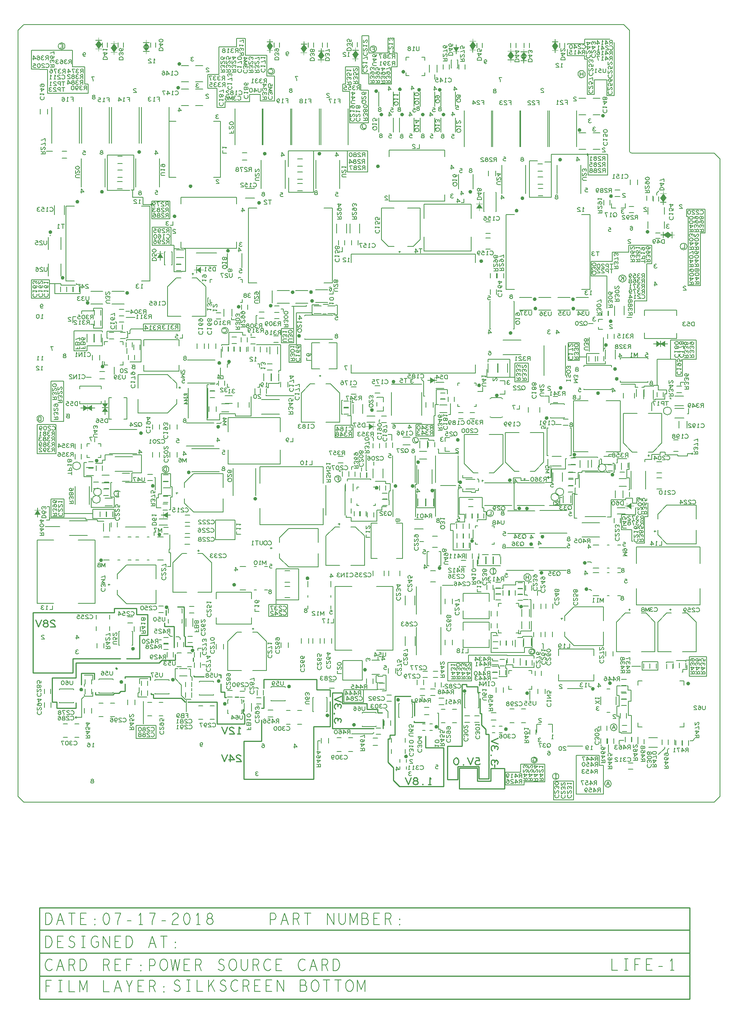
<source format=gbr>
G04 CAM350 V10.0.1 (Build 314) Date:  Tue Jul 17 14:43:08 2018 *
G04 Database: D:\LGR\2018\JULY\REL50470_POWER SOURCE BOARD\REL50470_FINAL.cam *
G04 Layer 12: SLSE *
%FSLAX25Y25*%
%MOIN*%
%SFA1.000B1.000*%

%MIA0B0*%
%IPPOS*%
%ADD10C,0.00600*%
%ADD11C,0.00500*%
%ADD12C,0.01000*%
%ADD13C,0.01575*%
%ADD14C,0.00591*%
%ADD15C,0.00827*%
%ADD16C,0.00800*%
%ADD17C,0.01575*%
%ADD110C,0.01500*%
%ADD249C,0.00591*%
%ADD250C,0.01570*%
%ADD251C,0.00590*%
%LNSLSE*%
%LPD*%
G36*
X398521Y515556D02*
G01X401021Y519099D01*
X398521*
Y519599*
X401021*
Y521599*
X401521*
Y519599*
X404021*
Y519099*
X401521*
X404021Y515556*
X401521*
Y513056*
X401021*
Y515556*
X398521*
G37*
G36*
X378343Y651416D02*
G01Y651916D01*
X380843*
X378343Y655460*
X380843*
Y657960*
X381343*
Y655460*
X383843*
X381343Y651916*
X383843*
Y651416*
X381343*
Y649416*
X380843*
Y651416*
X378343*
G37*
G36*
X355967Y365903D02*
G01Y366403D01*
X358467*
Y368903*
X362011Y366403*
Y368903*
X362511*
Y366403*
X364511*
Y365903*
X362511*
Y363403*
X362011*
Y365903*
X358467Y363403*
Y365903*
X355967*
G37*
G36*
X121019Y472671D02*
G01X123519Y476215D01*
X121019*
Y476715*
X123519*
Y478715*
X124019*
Y476715*
X126519*
Y476215*
X124019*
X126519Y472671*
X124019*
Y470171*
X123519*
Y472671*
X121019*
G37*
G36*
X527271Y256869D02*
G01Y257369D01*
X529271*
Y259869*
X529771*
Y257369*
X533316Y259869*
Y257369*
X535816*
Y256869*
X533316*
Y254369*
X529771Y256869*
Y254369*
X529271*
Y256869*
X527271*
G37*
G36*
X302564Y325786D02*
G01Y326286D01*
X305064*
Y328786*
X308609Y326286*
Y328786*
X309109*
Y326286*
X311109*
Y325786*
X309109*
Y323286*
X308609*
Y325786*
X305064Y323286*
Y325786*
X302564*
G37*
G36*
X153205Y461859D02*
G01Y462359D01*
X155205*
Y464859*
X155705*
Y462359*
X159249Y464859*
Y462359*
X161749*
Y461859*
X159249*
Y459359*
X155705Y461859*
Y459359*
X155205*
Y461859*
X153205*
G37*
G36*
X124296Y249034D02*
G01Y249534D01*
X126296*
Y252034*
X126796*
Y249534*
X130341Y252034*
Y249534*
X132841*
Y249034*
X130341*
Y246534*
X126796Y249034*
Y246534*
X126296*
Y249034*
X124296*
G37*
G36*
X14254Y249564D02*
G01X16754Y253109D01*
X14254*
Y253609*
X16754*
Y255609*
X17254*
Y253609*
X19754*
Y253109*
X17254*
X19754Y249564*
X17254*
Y247064*
X16754*
Y249564*
X14254*
G37*
G36*
X558374Y520571D02*
G01Y521071D01*
X560874*
X558374Y524615*
X560874*
Y524633*
X558425*
X560925Y528177*
X558425*
Y528677*
X560925*
Y530677*
X561425*
Y528677*
X563925*
Y528177*
X561425*
X563925Y524633*
X561425*
Y524615*
X563874*
X561374Y521071*
X563874*
Y520571*
X561374*
Y518571*
X560874*
Y520571*
X558374*
G37*
G36*
X558911Y492241D02*
G01Y492741D01*
X560911*
Y495241*
X561411*
Y492741*
X564955Y495241*
Y492741*
X564973*
Y495190*
X568517Y492690*
Y495190*
X569017*
Y492690*
X571017*
Y492190*
X569017*
Y489690*
X568517*
Y492190*
X564973Y489690*
Y492190*
X564955*
Y489741*
X561411Y492241*
Y489741*
X560911*
Y492241*
X558911*
G37*
G36*
X464259Y652391D02*
G01Y652891D01*
X466759*
X464259Y656435*
X466759*
Y656453*
X464310*
X466810Y659997*
X464310*
Y660497*
X466810*
Y662497*
X467310*
Y660497*
X469810*
Y659997*
X467310*
X469810Y656453*
X467310*
Y656435*
X469759*
X467259Y652891*
X469759*
Y652391*
X467259*
Y650391*
X466759*
Y652391*
X464259*
G37*
G36*
X437084Y643661D02*
G01Y644161D01*
X439584*
X437084Y647705*
X439584*
Y647723*
X437135*
X439635Y651267*
X437135*
Y651767*
X439635*
Y653767*
X440135*
Y651767*
X442635*
Y651267*
X440135*
X442635Y647723*
X440135*
Y647705*
X442584*
X440084Y644161*
X442584*
Y643661*
X440084*
Y641661*
X439584*
Y643661*
X437084*
G37*
G36*
X425849Y644226D02*
G01Y644726D01*
X428349*
X425849Y648270*
X428349*
Y648288*
X425900*
X428400Y651832*
X425900*
Y652332*
X428400*
Y654332*
X428900*
Y652332*
X431400*
Y651832*
X428900*
X431400Y648288*
X428900*
Y648270*
X431349*
X428849Y644726*
X431349*
Y644226*
X428849*
Y642226*
X428349*
Y644226*
X425849*
G37*
G36*
X392719Y652801D02*
G01Y653301D01*
X395219*
X392719Y656845*
X395219*
Y656863*
X392770*
X395270Y660407*
X392770*
Y660907*
X395270*
Y662907*
X395770*
Y660907*
X398270*
Y660407*
X395770*
X398270Y656863*
X395770*
Y656845*
X398219*
X395719Y653301*
X398219*
Y652801*
X395719*
Y650801*
X395219*
Y652801*
X392719*
G37*
G36*
X290704Y645081D02*
G01Y645581D01*
X293204*
X290704Y649125*
X293204*
Y649143*
X290755*
X293255Y652687*
X290755*
Y653187*
X293255*
Y655187*
X293755*
Y653187*
X296255*
Y652687*
X293755*
X296255Y649143*
X293755*
Y649125*
X296204*
X293704Y645581*
X296204*
Y645081*
X293704*
Y643081*
X293204*
Y645081*
X290704*
G37*
G36*
X260874Y644316D02*
G01Y644816D01*
X263374*
X260874Y648360*
X263374*
Y648378*
X260925*
X263425Y651922*
X260925*
Y652422*
X263425*
Y654422*
X263925*
Y652422*
X266425*
Y651922*
X263925*
X266425Y648378*
X263925*
Y648360*
X266374*
X263874Y644816*
X266374*
Y644316*
X263874*
Y642316*
X263374*
Y644316*
X260874*
G37*
G36*
X245914Y650446D02*
G01Y650946D01*
X248414*
X245914Y654490*
X248414*
Y654508*
X245965*
X248465Y658052*
X245965*
Y658552*
X248465*
Y660552*
X248965*
Y658552*
X251465*
Y658052*
X248965*
X251465Y654508*
X248965*
Y654490*
X251414*
X248914Y650946*
X251414*
Y650446*
X248914*
Y648446*
X248414*
Y650446*
X245914*
G37*
G36*
X216264Y652436D02*
G01Y652936D01*
X218764*
X216264Y656480*
X218764*
Y656498*
X216315*
X218815Y660042*
X216315*
Y660542*
X218815*
Y662542*
X219315*
Y660542*
X221815*
Y660042*
X219315*
X221815Y656498*
X219315*
Y656480*
X221764*
X219264Y652936*
X221764*
Y652436*
X219264*
Y650436*
X218764*
Y652436*
X216264*
G37*
G36*
X108764Y651671D02*
G01Y652171D01*
X111264*
X108764Y655715*
X111264*
Y655733*
X108815*
X111315Y659277*
X108815*
Y659777*
X111315*
Y661777*
X111815*
Y659777*
X114315*
Y659277*
X111815*
X114315Y655733*
X111815*
Y655715*
X114264*
X111764Y652171*
X114264*
Y651671*
X111764*
Y649671*
X111264*
Y651671*
X108764*
G37*
G36*
X80819Y650801D02*
G01Y651301D01*
X83319*
X80819Y654845*
X83319*
Y654863*
X80870*
X83370Y658407*
X80870*
Y658907*
X83370*
Y660907*
X83870*
Y658907*
X86370*
Y658407*
X83870*
X86370Y654863*
X83870*
Y654845*
X86319*
X83819Y651301*
X86319*
Y650801*
X83819*
Y648801*
X83319*
Y650801*
X80819*
G37*
G36*
X67429Y653761D02*
G01Y654261D01*
X69929*
X67429Y657805*
X69929*
Y657823*
X67480*
X69980Y661367*
X67480*
Y661867*
X69980*
Y663867*
X70480*
Y661867*
X72980*
Y661367*
X70480*
X72980Y657823*
X70480*
Y657805*
X72929*
X70429Y654261*
X72929*
Y653761*
X70429*
Y651761*
X69929*
Y653761*
X67429*
G37*
G36*
X552521Y397652D02*
G01Y398152D01*
X555021*
Y400652*
X558565Y398152*
Y400652*
X559065*
Y400650*
X559070*
Y398152*
X559072*
X562614Y400650*
Y398150*
X565114*
Y397650*
X562614*
Y395150*
X559070Y397650*
Y395150*
X558570*
Y395152*
X558565*
Y397650*
X558562*
X555021Y395152*
Y397652*
X552521*
G37*
G36*
X73050Y338790D02*
G01X75550Y342334D01*
X73050*
Y342834*
X73057*
Y342838*
X75550*
Y342847*
X73057Y346382*
X75557*
Y348882*
X76057*
Y346382*
X78557*
X76057Y342838*
X78557*
Y342338*
X78550*
Y342334*
X76057*
Y342324*
X78550Y338790*
X76050*
Y336290*
X75550*
Y338790*
X73050*
G37*
G36*
X54327Y341981D02*
G01Y342481D01*
X56827*
Y344981*
X60371Y342481*
Y344981*
X60871*
Y344974*
X60875*
Y342481*
X60884*
X64419Y344974*
Y342474*
X66919*
Y341974*
X64419*
Y339474*
X60875Y341974*
Y339474*
X60375*
Y339481*
X60371*
Y341974*
X60362*
X56827Y339481*
Y341981*
X54327*
G37*
G54D13*
X312667Y272948D02*
G75*
G03X312667Y272948I-788D01*
G54D10*
X49700Y73400D02*
G01X50600Y74300D01*
G54D12*
X414500Y32400D02*
G01Y30300D01*
X399300Y27400D02*
G01Y18200D01*
Y18200D02*
G01X411100D01*
Y18200D02*
G01Y29200D01*
Y29200D02*
G01X423100D01*
Y29200D02*
G01Y11700D01*
Y11700D02*
G01X383800D01*
Y11700D02*
G01Y29600D01*
Y29600D02*
G01X399300D01*
Y29600D02*
G01Y27400D01*
X401800Y89900D02*
G01Y76900D01*
Y76900D02*
G01X403200D01*
Y76900D02*
G01Y66900D01*
Y66900D02*
G01X406900Y63200D01*
Y63200D02*
G01Y59000D01*
Y59000D02*
G01X409500D01*
Y59000D02*
G01Y20100D01*
Y20100D02*
G01X400900D01*
Y20100D02*
G01Y30800D01*
Y30800D02*
G01X382500D01*
Y30800D02*
G01Y19700D01*
Y19700D02*
G01X373400D01*
Y19700D02*
G01Y48500D01*
Y48500D02*
G01X386000D01*
Y48500D02*
G01Y102200D01*
Y102200D02*
G01X390000D01*
Y102200D02*
G01Y100300D01*
Y100300D02*
G01X399900D01*
Y100300D02*
G01Y95100D01*
Y95100D02*
G01X401800D01*
X309400Y63900D02*
G01X273300D01*
Y63900D02*
G01Y94900D01*
Y94900D02*
G01X282200D01*
Y94900D02*
G01Y85500D01*
Y85500D02*
G01X303300D01*
Y85500D02*
G01Y80400D01*
Y80400D02*
G01X312600D01*
Y80400D02*
G01Y77400D01*
Y77400D02*
G01X316600D01*
X271400Y91600D02*
G01Y97500D01*
Y97500D02*
G01X259600D01*
Y97500D02*
G01Y106500D01*
Y106500D02*
G01X213800D01*
Y106500D02*
G01Y98900D01*
X211600Y71100D02*
G01Y52900D01*
Y52900D02*
G01X196300D01*
Y52900D02*
G01Y19800D01*
Y19800D02*
G01X257000D01*
Y19800D02*
G01Y65500D01*
Y65500D02*
G01X271400D01*
Y65500D02*
G01Y87200D01*
X354500Y57300D02*
G01Y47100D01*
Y47100D02*
G01X370200D01*
Y47100D02*
G01Y13400D01*
Y13400D02*
G01X331700D01*
Y13400D02*
G01X326300Y18800D01*
Y18800D02*
G01Y29900D01*
Y29900D02*
G01X321700Y34500D01*
Y34500D02*
G01Y54900D01*
Y54900D02*
G01X323400D01*
Y54900D02*
G01Y58300D01*
Y58300D02*
G01X327800D01*
Y58300D02*
G01Y91900D01*
Y91900D02*
G01X341400D01*
X317500Y63900D02*
G01Y72000D01*
G54D10*
X260900Y45300D02*
G01Y53100D01*
Y53100D02*
G01X262900D01*
G54D12*
X213800Y91800D02*
G01Y81700D01*
Y81700D02*
G01X211600D01*
X94500Y124500D02*
G01X105600D01*
Y124500D02*
G01Y144900D01*
Y144900D02*
G01X112700D01*
Y144900D02*
G01Y163000D01*
Y163000D02*
G01X103100D01*
Y163000D02*
G01Y168100D01*
Y168100D02*
G01X83700D01*
Y168100D02*
G01Y164600D01*
Y164600D02*
G01X13100D01*
Y164600D02*
G01Y112200D01*
Y112200D02*
G01X47900D01*
Y112200D02*
G01Y124600D01*
Y124600D02*
G01X89000D01*
G54D10*
X122600Y140800D02*
G01X124800D01*
G54D12*
X145400Y87000D02*
G01X142200Y90200D01*
Y90200D02*
G01X117800D01*
Y90200D02*
G01Y93500D01*
Y93500D02*
G01X115700D01*
Y93500D02*
G01Y94700D01*
X195800Y80400D02*
G01Y77200D01*
Y77200D02*
G01X197100Y75900D01*
Y75900D02*
G01Y67900D01*
Y67900D02*
G01X173100D01*
Y67900D02*
G01Y87000D01*
Y87000D02*
G01X147600D01*
X50500Y86100D02*
G01Y81500D01*
Y81500D02*
G01X33800D01*
Y81500D02*
G01Y86900D01*
Y86900D02*
G01X29800D01*
Y86900D02*
G01Y107900D01*
Y107900D02*
G01X50500D01*
Y107900D02*
G01Y121000D01*
Y121000D02*
G01X122800D01*
Y121000D02*
G01X125100Y123300D01*
Y123300D02*
G01X136600D01*
Y123300D02*
G01Y128300D01*
X93100Y102500D02*
G01Y96200D01*
Y96200D02*
G01X89400D01*
Y96200D02*
G01X87800Y94600D01*
Y94600D02*
G01X83900D01*
Y94600D02*
G01X82600Y93300D01*
Y93300D02*
G01X67300D01*
Y93300D02*
G01Y95200D01*
X151800Y134100D02*
G01Y135200D01*
Y135200D02*
G01X145400D01*
Y135200D02*
G01Y143300D01*
Y143300D02*
G01X144300Y144400D01*
Y144400D02*
G01Y169500D01*
Y169500D02*
G01X138800D01*
X152500Y122200D02*
G01Y125200D01*
X181100Y90800D02*
G01X179700D01*
Y90800D02*
G01Y95600D01*
Y95600D02*
G01X176400D01*
Y95600D02*
G01Y102600D01*
X93100Y107500D02*
G01Y108900D01*
Y108900D02*
G01X115000D01*
Y108900D02*
G01Y105900D01*
X344600Y75000D02*
G01Y86800D01*
Y86800D02*
G01X342400D01*
Y86800D02*
G01Y89100D01*
X353900Y69200D02*
G01X344300D01*
Y69200D02*
G01Y70200D01*
G54D10*
X290000Y59300D02*
G01X308400D01*
Y59300D02*
G01X309700Y60600D01*
X321700Y73200D02*
G01Y78500D01*
Y78500D02*
G01X319600Y80600D01*
G54D12*
X128700Y162200D02*
G01Y166500D01*
G54D10*
X134500Y143900D02*
G01X132700D01*
Y143900D02*
G01X130700Y145900D01*
X141200Y141200D02*
G01Y142400D01*
Y142400D02*
G01X139900Y143700D01*
Y143700D02*
G01X137400D01*
G54D12*
X135700Y134200D02*
G01Y152500D01*
Y152500D02*
G01X127400D01*
Y152500D02*
G01Y155600D01*
X161700Y108900D02*
G01X153500D01*
Y108900D02*
G01X152900Y109500D01*
X176300Y107800D02*
G01Y110500D01*
Y110500D02*
G01X174500D01*
X191700Y91100D02*
G01X188600D01*
X196000Y86800D02*
G01Y88400D01*
G54D10*
X146500Y78600D02*
G01Y88500D01*
X150300Y89200D02*
G01X145300D01*
Y89200D02*
G01X142100Y92400D01*
Y92400D02*
G01Y101700D01*
Y101700D02*
G01X136700Y107100D01*
Y107100D02*
G01Y115800D01*
Y115800D02*
G01X139200D01*
X148500Y115700D02*
G01X150000D01*
Y115700D02*
G01Y109700D01*
Y109700D02*
G01X151400Y108300D01*
Y108300D02*
G01Y105700D01*
X151200Y96400D02*
G01Y99000D01*
X109100Y67900D02*
G01Y87700D01*
G54D12*
X55000Y101900D02*
G01Y111800D01*
Y111800D02*
G01X66500D01*
Y111800D02*
G01Y106500D01*
G54D110*
X85600Y116000D02*
G01X85500Y116100D01*
G54D10*
X57300Y91400D02*
G01X55300Y89400D01*
Y89400D02*
G01Y73400D01*
Y73400D02*
G01X49700D01*
Y73400D02*
G01X50600Y72500D01*
X57700Y110300D02*
G01X65200D01*
Y110300D02*
G01Y105800D01*
X57700Y100500D02*
G01Y102400D01*
X309160Y313960D02*
G01Y315905D01*
Y315905D02*
G01X307900Y317165D01*
X448620Y124830D02*
G01Y126475D01*
Y126475D02*
G01X447985Y127110D01*
Y127110D02*
G01X425525D01*
Y127110D02*
G01X425140Y127495D01*
Y127495D02*
G01X391690D01*
Y127495D02*
G01Y121240D01*
Y121240D02*
G01X373620D01*
Y121240D02*
G01Y105380D01*
Y105380D02*
G01X394430D01*
Y105380D02*
G01Y121240D01*
X391690D02*
G01X394430D01*
X496570Y184625D02*
G01X497670D01*
Y184625D02*
G01X498815Y183480D01*
X495115Y208550D02*
G01X497870D01*
Y208550D02*
G01X498675Y207745D01*
X512200Y428900D02*
G01Y457000D01*
Y457000D02*
G01X498500D01*
Y457000D02*
G01Y469500D01*
Y469500D02*
G01X516900D01*
Y469500D02*
G01Y477700D01*
Y477700D02*
G01X531200D01*
Y477700D02*
G01Y483600D01*
Y483600D02*
G01X551000D01*
Y483600D02*
G01Y467400D01*
Y467400D02*
G01X546900D01*
Y467400D02*
G01Y435200D01*
Y435200D02*
G01X536100D01*
Y435200D02*
G01Y424900D01*
Y424900D02*
G01X535900D01*
X556885Y41225D02*
G01X562375Y46715D01*
Y46715D02*
G01Y47980D01*
X584410Y53240D02*
G01X586655D01*
Y53240D02*
G01X588495Y55080D01*
X564875Y43225D02*
G01Y45575D01*
Y45575D02*
G01X565970Y46670D01*
X533670Y117805D02*
G01X541415D01*
Y117805D02*
G01X541420Y117800D01*
X555450Y527235D02*
G01Y528975D01*
Y528975D02*
G01X557340Y530865D01*
X510475Y394960D02*
G01Y394145D01*
Y394145D02*
G01X509810Y393480D01*
X353675Y352495D02*
G01X352680D01*
Y352495D02*
G01Y365290D01*
Y365290D02*
G01X350835Y367135D01*
G54D11*
X172730Y328940D02*
G01X176205D01*
Y328940D02*
G01X177225Y329960D01*
G54D10*
X96195Y406955D02*
G01X97260D01*
Y406955D02*
G01Y409635D01*
Y409635D02*
G01X98525Y410900D01*
Y410900D02*
G01X109000D01*
G54D11*
X28080Y491810D02*
G01Y492705D01*
X59340Y368970D02*
G01X63765D01*
X73385Y380255D02*
G01Y382085D01*
Y382085D02*
G01X74045Y382745D01*
G54D10*
X583200Y342000D02*
G01Y337200D01*
Y337200D02*
G01X582100D01*
X596600Y126300D02*
G01X583900D01*
Y126300D02*
G01Y109300D01*
Y109300D02*
G01X598600D01*
Y109300D02*
G01Y126300D01*
Y126300D02*
G01X596600D01*
X594700Y515000D02*
G01X581500D01*
Y515000D02*
G01Y508700D01*
Y508700D02*
G01X582800D01*
Y508700D02*
G01Y448400D01*
Y448400D02*
G01X593400D01*
Y448400D02*
G01Y494100D01*
Y494100D02*
G01X597500D01*
Y494100D02*
G01Y515000D01*
Y515000D02*
G01X594700D01*
X581728Y482500D02*
G03X581728Y482500I-2928D01*
X587600Y401200D02*
G01X567400D01*
Y401200D02*
G01Y384700D01*
Y384700D02*
G01X572100D01*
Y384700D02*
G01Y369800D01*
Y369800D02*
G01X577800D01*
Y369800D02*
G01Y384700D01*
Y384700D02*
G01X589600D01*
Y384700D02*
G01Y401200D01*
Y401200D02*
G01X587600D01*
X568000Y350100D02*
G01X567100D01*
Y350100D02*
G01Y351500D01*
X579100Y364500D02*
G01X576100D01*
Y364500D02*
G01Y362200D01*
X542500Y360300D02*
G01X544300D01*
Y360300D02*
G01Y361200D01*
Y361200D02*
G01X552900D01*
Y361200D02*
G01Y361800D01*
Y361800D02*
G01X556800D01*
Y361800D02*
G01Y357800D01*
Y357800D02*
G01X564200D01*
Y357800D02*
G01Y354700D01*
Y354700D02*
G01X562300D01*
Y354700D02*
G01Y349800D01*
Y349800D02*
G01X554100D01*
Y349800D02*
G01Y349100D01*
Y349100D02*
G01X552300D01*
X551300Y347000D02*
G01X551200D01*
Y347000D02*
G01Y339900D01*
X567400Y384700D02*
G01X555700D01*
Y384700D02*
G01Y361800D01*
Y361800D02*
G01X555800D01*
X586600Y302600D02*
G01Y302500D01*
Y302500D02*
G01X586000Y301900D01*
Y301900D02*
G01Y303200D01*
Y303200D02*
G01X586600Y302600D01*
Y302600D02*
G01X582200D01*
Y302600D02*
G01Y300600D01*
Y300600D02*
G01X573700D01*
Y300600D02*
G01Y301700D01*
Y301700D02*
G01X562600D01*
Y301700D02*
G01Y303900D01*
Y303900D02*
G01X558500D01*
Y303900D02*
G01Y302000D01*
Y302000D02*
G01X551200D01*
Y302000D02*
G01Y297700D01*
Y297700D02*
G01X545200D01*
Y297700D02*
G01Y295400D01*
X547600Y259900D02*
G01Y247900D01*
Y247900D02*
G01X544800D01*
Y247900D02*
G01Y225000D01*
Y225000D02*
G01X537500D01*
X583900Y123300D02*
G01X580700D01*
Y123300D02*
G01Y122900D01*
X563700Y121000D02*
G01Y121600D01*
Y121600D02*
G01X570000D01*
X572300Y122900D02*
G01X580700D01*
Y122900D02*
G01Y122000D01*
X581700Y119000D02*
G01Y115200D01*
Y115200D02*
G01X578000D01*
Y115200D02*
G01Y112800D01*
Y112800D02*
G01X577300D01*
Y112800D02*
G01Y112900D01*
X554300Y121900D02*
G01X542700D01*
Y121900D02*
G01Y114400D01*
Y114400D02*
G01X556400D01*
Y114400D02*
G01Y121900D01*
Y121900D02*
G01X554300D01*
X489100Y635200D02*
G03X489100Y635200I1000J-3000D01*
X510800Y562400D02*
G01X495800D01*
Y562400D02*
G01Y544700D01*
Y544700D02*
G01X512700D01*
Y544700D02*
G01Y562400D01*
Y562400D02*
G01X510800D01*
X500200Y415500D02*
G01X496000D01*
X533700Y420900D02*
G01X529500D01*
X528726Y454700D02*
G03X528726Y454700I-3126D01*
X505500Y389500D02*
G01X494300D01*
Y389500D02*
G01Y380700D01*
Y380700D02*
G01X510800D01*
Y380700D02*
G01Y383000D01*
X494100Y386700D02*
G01X488200D01*
X524400Y362800D02*
G01X536700D01*
Y362800D02*
G01Y360300D01*
Y360300D02*
G01X539000D01*
X531200Y271200D02*
G01X531700D01*
Y271200D02*
G01Y281700D01*
Y281700D02*
G01X529300D01*
Y281700D02*
G01Y288800D01*
Y288800D02*
G01X531400D01*
Y288800D02*
G01Y294800D01*
X529400Y298300D02*
G01X521000D01*
Y298300D02*
G01Y294700D01*
Y294700D02*
G01X520400D01*
X516300Y301900D02*
G01X513900D01*
Y301900D02*
G01Y301000D01*
X506200Y298000D02*
G01X507300D01*
Y298000D02*
G01Y294300D01*
Y294300D02*
G01X507900D01*
X517000Y294100D02*
G01X518500D01*
Y294100D02*
G01Y286100D01*
Y286100D02*
G01X517900D01*
X515100Y286300D02*
G01X512100D01*
Y286300D02*
G01Y287700D01*
Y287700D02*
G01X511300D01*
X504400Y287500D02*
G01X490500D01*
Y287500D02*
G01Y286300D01*
Y286300D02*
G01X488100D01*
Y284700D02*
G01Y273300D01*
X537700Y255700D02*
G01X537100D01*
Y255700D02*
G01Y249500D01*
Y249500D02*
G01X524900D01*
Y249500D02*
G01Y236700D01*
Y236700D02*
G01X533900D01*
Y236700D02*
G01Y226600D01*
Y226600D02*
G01X534700D01*
X531200Y263900D02*
G01X531700D01*
Y263900D02*
G01Y264300D01*
X540800D02*
G01X538200D01*
Y264300D02*
G01Y259700D01*
Y259700D02*
G01X534300D01*
Y259700D02*
G01Y263800D01*
Y263800D02*
G01X528300D01*
Y263800D02*
G01Y262500D01*
Y262500D02*
G01X515700D01*
Y262500D02*
G01Y247400D01*
Y247400D02*
G01X512500D01*
X513300Y50000D02*
G01Y43200D01*
X507100Y50000D02*
G01Y48400D01*
X505700Y65300D02*
G01X504400D01*
Y65300D02*
G01Y64300D01*
X526700Y53700D02*
G01X522700D01*
Y53700D02*
G01Y50200D01*
X523700Y100900D02*
G01X520900D01*
Y100900D02*
G01Y92700D01*
Y92700D02*
G01X522900D01*
Y92700D02*
G01Y83200D01*
Y83200D02*
G01X520900D01*
Y83200D02*
G01Y74500D01*
Y74500D02*
G01X522900D01*
Y74500D02*
G01Y60600D01*
Y60600D02*
G01X524300D01*
Y60600D02*
G01Y60000D01*
Y60000D02*
G01X533300D01*
Y60000D02*
G01Y75300D01*
Y75300D02*
G01X530700D01*
Y75300D02*
G01Y87400D01*
Y87400D02*
G01X533200D01*
Y87400D02*
G01Y97200D01*
Y97200D02*
G01X530400D01*
Y97200D02*
G01Y100800D01*
Y100800D02*
G01X529700D01*
X517600Y67800D02*
G03X517600Y67800I400J-2900D01*
X504100Y40700D02*
G01X485400D01*
Y40700D02*
G01Y6800D01*
Y6800D02*
G01X509000D01*
Y6800D02*
G01Y31800D01*
Y31800D02*
G01X505400D01*
Y31800D02*
G01Y40700D01*
Y40700D02*
G01X504100D01*
X512600Y18800D02*
G03X512600Y18800I400J-2900D01*
X477800Y658000D02*
G01Y658700D01*
Y658700D02*
G01X492600D01*
Y658700D02*
G01Y662600D01*
Y662600D02*
G01X514900D01*
X518200Y659700D02*
G01X518400D01*
Y659700D02*
G01Y613400D01*
Y613400D02*
G01X512200D01*
Y613400D02*
G01Y627300D01*
Y627300D02*
G01X501100D01*
Y627300D02*
G01Y614600D01*
Y614600D02*
G01X495200D01*
Y614600D02*
G01Y645100D01*
Y645100D02*
G01X492600D01*
Y645100D02*
G01Y648300D01*
Y648300D02*
G01X477800D01*
Y648300D02*
G01Y653900D01*
X451900Y556800D02*
G01X444800D01*
Y556800D02*
G01Y525300D01*
Y525300D02*
G01X463700D01*
Y525300D02*
G01Y555900D01*
Y555900D02*
G01X458000D01*
X463700D02*
G01Y562400D01*
Y562400D02*
G01X495800D01*
Y562400D02*
G01X495100Y563100D01*
Y563100D02*
G01Y561600D01*
Y561600D02*
G01X495800Y562300D01*
Y562300D02*
G01Y562400D01*
X486300Y398900D02*
G01X478300D01*
Y398900D02*
G01Y383400D01*
Y383400D02*
G01X488100D01*
Y383400D02*
G01Y398900D01*
Y398900D02*
G01X486300D01*
X461900Y346900D02*
G01Y352500D01*
Y352500D02*
G01X458200D01*
X472500Y327800D02*
G01X467300D01*
X460700Y293000D02*
G01X460800D01*
Y293000D02*
G01Y297800D01*
X482800Y299500D02*
G01Y299600D01*
Y299600D02*
G01X504200D01*
Y299600D02*
G01Y299100D01*
X488100Y286300D02*
G01X487200D01*
Y286300D02*
G01Y280900D01*
Y280900D02*
G01X484700D01*
Y280900D02*
G01Y275900D01*
Y275900D02*
G01X484500D01*
X463300Y292500D02*
G01Y281900D01*
Y281900D02*
G01X460200D01*
Y281900D02*
G01X461300Y283000D01*
Y283000D02*
G01Y280900D01*
Y280900D02*
G01X460300Y281900D01*
X477100Y298300D02*
G01X476000D01*
Y298300D02*
G01Y289300D01*
Y289300D02*
G01X464100D01*
Y289300D02*
G01Y277700D01*
Y277700D02*
G01X458500D01*
X486100Y246400D02*
G01X483600D01*
Y246400D02*
G01Y267100D01*
Y267100D02*
G01X486400D01*
X484600Y273000D02*
G01X484300D01*
Y273000D02*
G01Y268000D01*
Y268000D02*
G01X482000D01*
Y268000D02*
G01Y261200D01*
Y261200D02*
G01X482100D01*
Y261200D02*
G01Y258200D01*
Y258200D02*
G01X471000D01*
Y258200D02*
G01Y264500D01*
Y264500D02*
G01X473000D01*
X470900Y261300D02*
G01X468800D01*
Y261300D02*
G01Y260800D01*
Y260800D02*
G01X467900D01*
X471000Y258200D02*
G01X470900D01*
Y258200D02*
G01Y257500D01*
Y257500D02*
G01X465900D01*
Y257500D02*
G01Y260900D01*
Y260900D02*
G01X466200D01*
X465900Y257500D02*
G01X462000D01*
X454000Y183700D02*
G01X451700D01*
Y183700D02*
G01Y179700D01*
X446600Y191300D02*
G01X444000D01*
Y191300D02*
G01Y189800D01*
X442000Y198100D02*
G03X442000Y198100I1000J-3000D01*
X455900Y137500D02*
G01X456800D01*
Y137500D02*
G01Y133100D01*
X449625Y130700D02*
G03X449625Y130700I-2625D01*
X444800Y175900D02*
G01X446100D01*
Y175900D02*
G01Y160700D01*
X445200Y96900D02*
G01Y88900D01*
X451525Y36500D02*
G03X451525Y36500I-2625D01*
X441700Y381100D02*
G01X432000D01*
Y381100D02*
G01Y364800D01*
Y364800D02*
G01X443800D01*
Y364800D02*
G01Y381100D01*
Y381100D02*
G01X441700D01*
X407700Y375800D02*
G01Y369000D01*
Y369000D02*
G01X427600D01*
Y369000D02*
G01Y384400D01*
Y384400D02*
G01X408800D01*
Y384400D02*
G01Y382200D01*
X427600Y369000D02*
G01X431900D01*
X404200Y360700D02*
G01Y356600D01*
Y356600D02*
G01X399800D01*
X399300Y280400D02*
G01X400300D01*
Y280400D02*
G01Y279900D01*
Y279900D02*
G01X400800D01*
Y279900D02*
G01Y277900D01*
Y277900D02*
G01X400900D01*
X394100Y229000D02*
G01X395700D01*
Y229000D02*
G01Y236700D01*
X413427Y250800D02*
G03X413427Y250800I-2927D01*
X444500Y279100D02*
G01X437400D01*
Y279100D02*
G01Y281400D01*
Y281400D02*
G01X430600D01*
Y281400D02*
G01Y276900D01*
Y276900D02*
G01X431400D01*
Y276900D02*
G01Y253800D01*
Y253800D02*
G01X433600D01*
X408600Y190900D02*
G01X410700D01*
Y190900D02*
G01Y190200D01*
X395900Y210400D02*
G01X395800D01*
Y210400D02*
G01Y203500D01*
X414100Y185600D02*
G01X414000D01*
Y185600D02*
G01Y175900D01*
Y175900D02*
G01X414500D01*
X420900Y185600D02*
G01X421700D01*
Y185600D02*
G01Y188400D01*
Y188400D02*
G01X432800D01*
Y188400D02*
G01Y191400D01*
Y191400D02*
G01X440400D01*
Y191400D02*
G01Y179800D01*
Y179800D02*
G01X442600D01*
Y179800D02*
G01Y179300D01*
X403900Y214800D02*
G01X409100D01*
X412400D02*
G01X419200D01*
Y214800D02*
G01Y213700D01*
X419400Y205500D02*
G01Y205100D01*
Y205100D02*
G01X411600D01*
Y205100D02*
G01Y205300D01*
Y205300D02*
G01X399400D01*
Y205300D02*
G01Y210100D01*
X412600Y203100D02*
G03X412600Y203100I500J-2700D01*
X416600Y145900D02*
G01X416100D01*
Y145900D02*
G01Y147200D01*
Y147200D02*
G01X411400D01*
Y147200D02*
G01Y129900D01*
Y129900D02*
G01X440400D01*
Y129900D02*
G01Y134200D01*
Y134200D02*
G01X447200D01*
Y134200D02*
G01Y144000D01*
Y144000D02*
G01X438600D01*
Y144000D02*
G01Y142900D01*
Y142900D02*
G01X434500D01*
X446300Y157300D02*
G01Y148600D01*
Y148600D02*
G01X437100D01*
Y148600D02*
G01Y146100D01*
Y146100D02*
G01X435100D01*
X448700Y121200D02*
G01Y117000D01*
Y117000D02*
G01X430500D01*
Y117000D02*
G01Y119100D01*
Y119100D02*
G01X424700D01*
Y119100D02*
G01Y123200D01*
X410900Y116900D02*
G01X406100D01*
Y116900D02*
G01Y113800D01*
X424100Y119100D02*
G01Y116300D01*
Y116300D02*
G01X425000D01*
Y116300D02*
G01Y108900D01*
Y108900D02*
G01X418400D01*
Y108900D02*
G01Y109600D01*
X417300Y122600D02*
G01X412700D01*
Y122600D02*
G01Y124100D01*
Y124100D02*
G01X411600D01*
X418700Y115800D02*
G01Y117300D01*
Y117300D02*
G01X417700D01*
Y117300D02*
G01Y119200D01*
Y119200D02*
G01X412100D01*
X457300Y32900D02*
G01X437000D01*
Y32900D02*
G01Y25800D01*
Y25800D02*
G01X423800D01*
Y25800D02*
G01Y15000D01*
Y15000D02*
G01X440100D01*
Y15000D02*
G01Y17400D01*
Y17400D02*
G01X458000D01*
Y17400D02*
G01Y32900D01*
Y32900D02*
G01X456300D01*
X362400Y632000D02*
G01Y627900D01*
Y627900D02*
G01X362900D01*
X376200Y346100D02*
G01Y336600D01*
Y336600D02*
G01X374500D01*
X347000Y327800D02*
G01X361800D01*
Y327800D02*
G01Y318000D01*
Y318000D02*
G01X346000D01*
Y318000D02*
G01Y327800D01*
Y327800D02*
G01X347000D01*
X373300Y354600D02*
G01Y358100D01*
Y358100D02*
G01X363800D01*
Y358100D02*
G01Y345200D01*
Y345200D02*
G01X365600D01*
X363800D02*
G01X362800D01*
Y345200D02*
G01Y335400D01*
Y335400D02*
G01X361900D01*
Y335400D02*
G01Y327800D01*
Y327800D02*
G01X361800D01*
X348202Y314200D02*
G03X348202Y314200I-2602D01*
X349300Y315400D02*
G01X357100D01*
Y315400D02*
G01Y314300D01*
Y314300D02*
G01X361800D01*
Y314300D02*
G01Y313600D01*
X365000Y306700D02*
G01X365900D01*
Y306700D02*
G01Y302800D01*
Y302800D02*
G01X382600D01*
Y302800D02*
G01Y302100D01*
X386900Y283900D02*
G01Y281700D01*
Y281700D02*
G01X395200D01*
Y281700D02*
G01Y281400D01*
X400500Y272700D02*
G01Y270600D01*
Y270600D02*
G01X397600D01*
Y270600D02*
G01Y268800D01*
Y268800D02*
G01X394300D01*
Y268800D02*
G01Y269600D01*
Y269600D02*
G01X386700D01*
Y269600D02*
G01Y272200D01*
X380900Y274800D02*
G01Y274900D01*
Y274900D02*
G01X367300D01*
X346900Y292600D02*
G01Y275800D01*
Y275800D02*
G01X345300D01*
Y275800D02*
G01Y272500D01*
X352600Y226300D02*
G01X349500D01*
X346800Y267600D02*
G01X346600D01*
Y267600D02*
G01Y255500D01*
Y255500D02*
G01X362200D01*
Y255500D02*
G01Y272000D01*
X380800Y242600D02*
G01Y243300D01*
Y243300D02*
G01X388300D01*
Y243300D02*
G01Y249900D01*
Y249900D02*
G01X383900D01*
Y249900D02*
G01Y264500D01*
Y264500D02*
G01X403700D01*
Y264500D02*
G01Y255600D01*
Y255600D02*
G01X405100D01*
Y255600D02*
G01Y252100D01*
Y252100D02*
G01X407000D01*
Y252100D02*
G01Y245100D01*
Y245100D02*
G01X399400D01*
Y245100D02*
G01Y243600D01*
X369100Y188300D02*
G01X378400D01*
X384200Y204800D02*
G01X383700D01*
Y204800D02*
G01Y203400D01*
X380200Y241700D02*
G01X376000D01*
Y241700D02*
G01Y235800D01*
Y235800D02*
G01X378400D01*
Y235800D02*
G01Y218900D01*
Y218900D02*
G01X393400D01*
Y218900D02*
G01Y225200D01*
X351400Y91500D02*
G01Y88900D01*
X369400Y100300D02*
G01X370900D01*
X364900Y77200D02*
G01X365800D01*
Y77200D02*
G01Y63300D01*
Y63300D02*
G01X367400D01*
Y63300D02*
G01Y62900D01*
X322400Y663700D02*
G01X321800D01*
Y663700D02*
G01Y650600D01*
Y650600D02*
G01X305100D01*
Y650600D02*
G01Y651400D01*
X311766Y654100D02*
G03X311766Y654100I-2766D01*
X305100Y650600D02*
G01Y665500D01*
Y665500D02*
G01X299200D01*
Y665500D02*
G01Y632700D01*
Y632700D02*
G01X305100D01*
Y632700D02*
G01Y623600D01*
Y623600D02*
G01X324700D01*
Y623600D02*
G01Y638500D01*
Y638500D02*
G01X329700D01*
Y638500D02*
G01Y650500D01*
Y650500D02*
G01X327200D01*
Y650500D02*
G01Y663700D01*
Y663700D02*
G01X326500D01*
X302902Y586500D02*
G03X302902Y586500I-2602D01*
X314600Y332000D02*
G01X314100D01*
Y332000D02*
G01Y329800D01*
X325000Y314200D02*
G01Y319200D01*
Y319200D02*
G01X321900D01*
X309500Y292500D02*
G01Y295600D01*
X298600Y290700D02*
G01Y287600D01*
X303400Y287900D02*
G01X302700D01*
Y287900D02*
G01Y302000D01*
X310600Y278500D02*
G01X319900D01*
Y278500D02*
G01Y276400D01*
Y276400D02*
G01X323600D01*
Y276400D02*
G01Y270300D01*
Y270300D02*
G01X322700D01*
Y270300D02*
G01Y268900D01*
Y268900D02*
G01X322500D01*
Y268900D02*
G01Y262300D01*
Y262300D02*
G01X322800D01*
Y262300D02*
G01Y258200D01*
Y258200D02*
G01X322500D01*
X313100Y126200D02*
G01Y124000D01*
X317000Y110200D02*
G01X320200D01*
Y110200D02*
G01Y96700D01*
Y96700D02*
G01X316700D01*
X313500Y109900D02*
G01X311400D01*
Y109900D02*
G01Y103900D01*
Y103900D02*
G01X312400D01*
Y103900D02*
G01Y98000D01*
Y98000D02*
G01X313600D01*
X300500Y97500D02*
G01X312400D01*
Y97500D02*
G01Y98000D01*
X295300Y638500D02*
G01X284700D01*
Y638500D02*
G01Y623700D01*
Y623700D02*
G01X282500D01*
Y623700D02*
G01Y617300D01*
Y617300D02*
G01X288300D01*
Y617300D02*
G01Y590000D01*
Y590000D02*
G01X304800D01*
Y590000D02*
G01Y618200D01*
Y618200D02*
G01X298100D01*
Y618200D02*
G01Y623200D01*
Y623200D02*
G01X296500D01*
Y623200D02*
G01Y638500D01*
Y638500D02*
G01X295300D01*
X301800Y565400D02*
G01X286300D01*
Y565400D02*
G01Y547300D01*
Y547300D02*
G01X304000D01*
Y547300D02*
G01Y565400D01*
Y565400D02*
G01X301800D01*
X282200Y481800D02*
G01Y477800D01*
Y477800D02*
G01X280400D01*
X274200Y443700D02*
G01Y441100D01*
Y441100D02*
G01X270800D01*
X270200Y432100D02*
G01X265300D01*
X261800Y432000D02*
G01X255600D01*
Y432000D02*
G01Y423700D01*
Y423700D02*
G01X256400D01*
X265100Y423800D02*
G01X268000D01*
X276100Y431600D02*
G01X277800D01*
Y431600D02*
G01Y423100D01*
Y423100D02*
G01X274400D01*
X292000Y347000D02*
G01X290900D01*
Y347000D02*
G01Y349100D01*
X288600Y348100D02*
G01X289300D01*
Y348100D02*
G01Y335700D01*
Y335700D02*
G01X286400D01*
X282500Y348900D02*
G01X281300D01*
Y348900D02*
G01Y337000D01*
Y337000D02*
G01X282300D01*
X289300Y335700D02*
G01X289600D01*
Y335700D02*
G01Y327200D01*
Y327200D02*
G01X291300D01*
Y327200D02*
G01Y316700D01*
Y316700D02*
G01X275600D01*
Y316700D02*
G01Y327200D01*
Y327200D02*
G01X289600D01*
X280900Y287200D02*
G01X279500D01*
Y287200D02*
G01Y288400D01*
X291700Y291300D02*
G01X290100D01*
Y291300D02*
G01Y288900D01*
X286400Y278900D02*
G01Y280500D01*
Y280500D02*
G01X306900D01*
Y280500D02*
G01Y279900D01*
X276300Y282800D02*
G03X276300Y282800I1800J-2100D01*
X320300Y256400D02*
G01X316400D01*
Y256400D02*
G01Y253500D01*
Y253500D02*
G01X312100D01*
Y253500D02*
G01Y243800D01*
Y243800D02*
G01X289800D01*
Y243800D02*
G01Y247100D01*
Y247100D02*
G01X285300D01*
Y247100D02*
G01Y248800D01*
X297700Y97500D02*
G01X283300D01*
Y97500D02*
G01Y86500D01*
Y86500D02*
G01X300500D01*
Y86500D02*
G01Y97500D01*
Y97500D02*
G01X297700D01*
X223102Y634600D02*
G03X223102Y634600I-2802D01*
X286300Y565400D02*
G01X235100D01*
Y565400D02*
G01Y552000D01*
X257000Y565700D02*
G01X257100D01*
Y565700D02*
G01Y529600D01*
Y529600D02*
G01X235300D01*
Y529600D02*
G01Y542200D01*
X208200Y422600D02*
G01X207100D01*
Y422600D02*
G01Y416300D01*
X228700Y428100D02*
G01X230800D01*
Y428100D02*
G01Y426100D01*
X238100Y430600D02*
G01X250900D01*
Y430600D02*
G01Y431500D01*
X245800Y397200D02*
G01X235900D01*
Y397200D02*
G01Y382000D01*
Y382000D02*
G01X246200D01*
Y382000D02*
G01Y397200D01*
Y397200D02*
G01X245800D01*
X237500Y411200D02*
G01X229200D01*
Y411200D02*
G01Y398800D01*
Y398800D02*
G01X239600D01*
Y398800D02*
G01Y411200D01*
Y411200D02*
G01X237500D01*
X255400Y424800D02*
G01X242000D01*
Y424800D02*
G01Y397400D01*
X240400Y430500D02*
G01X239600D01*
Y430500D02*
G01Y411200D01*
X202600Y406900D02*
G01Y404800D01*
X207400Y397300D02*
G01X228500D01*
Y397300D02*
G01Y375000D01*
Y375000D02*
G01X226600D01*
Y375000D02*
G01Y373300D01*
X240000Y352900D02*
G01X215700D01*
Y352900D02*
G01Y353800D01*
X206200Y359200D02*
G01Y354700D01*
X227000Y364800D02*
G01Y363500D01*
Y363500D02*
G01X217900D01*
Y363500D02*
G01Y359800D01*
Y359800D02*
G01X216600D01*
X243400Y202500D02*
G01X224400D01*
Y202500D02*
G01Y175500D01*
Y175500D02*
G01X244200D01*
Y175500D02*
G01Y202500D01*
Y202500D02*
G01X243400D01*
X224400Y175500D02*
G01Y171600D01*
X233900Y171500D02*
G01X218000D01*
Y171500D02*
G01Y161100D01*
Y161100D02*
G01X234300D01*
Y161100D02*
G01Y171500D01*
Y171500D02*
G01X233900D01*
X208900Y84300D02*
G01Y83300D01*
X206400Y99100D02*
G01X208700D01*
Y99100D02*
G01Y98200D01*
X197500Y99400D02*
G01Y97300D01*
X197600Y663100D02*
G01X190100D01*
Y663100D02*
G01Y656000D01*
Y656000D02*
G01X174600D01*
Y656000D02*
G01Y631800D01*
Y631800D02*
G01X165200D01*
Y631800D02*
G01Y619800D01*
Y619800D02*
G01X173100D01*
Y619800D02*
G01Y603300D01*
Y603300D02*
G01X180100D01*
Y603300D02*
G01Y608200D01*
Y608200D02*
G01X201400D01*
Y608200D02*
G01Y614600D01*
Y614600D02*
G01X210600D01*
Y614600D02*
G01Y608900D01*
Y608900D02*
G01X223000D01*
Y608900D02*
G01Y630400D01*
Y630400D02*
G01X216500D01*
Y630400D02*
G01Y648700D01*
Y648700D02*
G01X197700D01*
Y648700D02*
G01Y663100D01*
Y663100D02*
G01X197600D01*
X165800Y437800D02*
G01X165100D01*
Y437800D02*
G01Y433900D01*
X185700Y420800D02*
G01Y419000D01*
Y419000D02*
G01X188400D01*
X191900Y455000D02*
G01Y455400D01*
Y455400D02*
G01X193900D01*
X198000Y405600D02*
G01X195400D01*
Y405600D02*
G01Y408000D01*
Y408000D02*
G01X183500D01*
Y408000D02*
G01Y397200D01*
Y397200D02*
G01X177200D01*
Y397200D02*
G01Y396400D01*
X176800Y393700D02*
G01Y386300D01*
Y386300D02*
G01X176700D01*
X176200Y377300D02*
G01Y370200D01*
Y370200D02*
G01X178500D01*
Y370200D02*
G01Y367600D01*
Y367600D02*
G01X175000D01*
X182802Y409500D02*
G03X182802Y409500I-2802D01*
X173400Y363900D02*
G01Y362900D01*
Y362900D02*
G01X172300D01*
X166000Y362500D02*
G01X164500D01*
Y362500D02*
G01Y331800D01*
Y331800D02*
G01X175400D01*
Y331800D02*
G01Y337300D01*
Y337300D02*
G01X189100D01*
Y337300D02*
G01Y335100D01*
Y335100D02*
G01X202600D01*
Y335100D02*
G01Y352200D01*
X156400Y131800D02*
G01Y133600D01*
Y133600D02*
G01X159400D01*
X160000Y119100D02*
G01X162700D01*
X470306Y22340D02*
G03X470306Y22340I-2746D01*
X481905Y18275D02*
G01X465605D01*
Y18275D02*
G01Y1875D01*
Y1875D02*
G01X483005D01*
Y1875D02*
G01Y18275D01*
Y18275D02*
G01X481905D01*
X100100Y531700D02*
G01X99900D01*
Y531700D02*
G01Y525200D01*
Y525200D02*
G01X108700D01*
Y525200D02*
G01Y519000D01*
Y519000D02*
G01X116200D01*
Y519000D02*
G01X115600Y519600D01*
Y519600D02*
G01Y518300D01*
Y518300D02*
G01X116300Y519000D01*
Y519000D02*
G01X115600Y519700D01*
Y519700D02*
G01Y518300D01*
Y518300D02*
G01X116300Y519000D01*
Y519000D02*
G01X115600Y519700D01*
X130900Y522000D02*
G01X116300D01*
Y522000D02*
G01Y506700D01*
Y506700D02*
G01X132100D01*
Y506700D02*
G01Y522000D01*
Y522000D02*
G01X130900D01*
X131600Y499300D02*
G01X116700D01*
Y499300D02*
G01Y483500D01*
Y483500D02*
G01X133100D01*
Y483500D02*
G01Y499300D01*
Y499300D02*
G01X131600D01*
X135700Y480700D02*
G01Y483500D01*
Y483500D02*
G01X133100D01*
X140500Y480700D02*
G01X135700D01*
Y480700D02*
G01Y460700D01*
Y460700D02*
G01X142300D01*
Y460700D02*
G01Y461000D01*
Y461000D02*
G01X145800D01*
Y461000D02*
G01Y480100D01*
Y480100D02*
G01X144800D01*
X138700Y415300D02*
G01X109200D01*
Y415300D02*
G01Y409100D01*
Y409100D02*
G01X140800D01*
Y409100D02*
G01Y415300D01*
Y415300D02*
G01X138700D01*
X118700Y281900D02*
G01X119300D01*
Y281900D02*
G01Y271300D01*
X127200Y291700D02*
G03X127200Y291700I1200J-2700D01*
X119200Y234500D02*
G01X118400D01*
Y234500D02*
G01Y231700D01*
X131500Y253900D02*
G01X132700D01*
Y253900D02*
G01Y265000D01*
Y265000D02*
G01X134200D01*
Y265000D02*
G01Y274000D01*
Y274000D02*
G01X132600D01*
Y274000D02*
G01Y285200D01*
Y285200D02*
G01X124600D01*
Y285200D02*
G01Y267400D01*
Y267400D02*
G01X122100D01*
Y267400D02*
G01Y264100D01*
Y264100D02*
G01X120400D01*
Y264100D02*
G01Y255400D01*
Y255400D02*
G01X124400D01*
X132000Y232300D02*
G01Y219700D01*
Y219700D02*
G01X131300D01*
Y219700D02*
G01Y216600D01*
Y216600D02*
G01X132900D01*
Y216600D02*
G01Y204400D01*
Y204400D02*
G01X130000D01*
X113000Y107100D02*
G01X105800D01*
Y107100D02*
G01Y103000D01*
X112200Y91200D02*
G01X104500D01*
Y91200D02*
G01Y94900D01*
Y94900D02*
G01X105500D01*
Y94900D02*
G01Y99700D01*
X97200Y531400D02*
G01Y531200D01*
Y531200D02*
G01X77800D01*
Y531200D02*
G01Y561900D01*
Y561900D02*
G01X100900D01*
Y561900D02*
G01Y531700D01*
Y531700D02*
G01X98400D01*
X54300Y449500D02*
G01X50900D01*
Y449500D02*
G01Y450400D01*
X97000Y426100D02*
G01X93900D01*
X101800Y420900D02*
G01X94200D01*
X85700Y415700D02*
G01Y416800D01*
Y416800D02*
G01X84300D01*
X63100Y414800D02*
G01X65800D01*
Y414800D02*
G01Y411700D01*
Y411700D02*
G01X73500D01*
Y411700D02*
G01Y429000D01*
Y429000D02*
G01X65700D01*
Y429000D02*
G01Y426700D01*
Y426700D02*
G01X55400D01*
Y426700D02*
G01Y424200D01*
X91200Y409000D02*
G01X77300D01*
Y409000D02*
G01Y403000D01*
Y403000D02*
G01X78300D01*
X94600Y408600D02*
G01X95500D01*
Y408600D02*
G01Y403100D01*
Y403100D02*
G01X94100D01*
X83900Y377800D02*
G01Y371500D01*
X94600Y394200D02*
G01Y389500D01*
X94400Y400500D02*
G01Y401600D01*
Y401600D02*
G01X107200D01*
Y401600D02*
G01Y382100D01*
Y382100D02*
G01X97400D01*
X99000Y380100D02*
G03X99000Y380100I1900J-2200D01*
X66700Y313000D02*
G01Y316200D01*
X99600Y301600D02*
G01X107400D01*
Y301600D02*
G01Y286000D01*
Y286000D02*
G01X99000D01*
Y286000D02*
G01Y278600D01*
Y278600D02*
G01X98000D01*
X82400Y301500D02*
G01X75800D01*
Y301500D02*
G01Y296800D01*
Y296800D02*
G01X73500D01*
Y296800D02*
G01Y294100D01*
Y294100D02*
G01X67500D01*
X59900Y294900D02*
G01X57300D01*
Y294900D02*
G01Y282500D01*
Y282500D02*
G01X64000D01*
Y282500D02*
G01Y269500D01*
X88716Y269513D02*
G03X84700Y270100I-2316J-1813D01*
X82200Y254100D02*
G01X65000D01*
Y254100D02*
G01Y246100D01*
Y246100D02*
G01X83700D01*
Y246100D02*
G01Y254100D01*
Y254100D02*
G01X82200D01*
X63700Y264100D02*
G01Y256000D01*
Y256000D02*
G01X83900D01*
Y256000D02*
G01Y264800D01*
Y264800D02*
G01X80800D01*
Y264800D02*
G01Y277700D01*
Y277700D02*
G01X81700D01*
X84700Y270100D02*
G03X88009Y265238I1700J-2400D01*
X65200Y95400D02*
G01Y91900D01*
Y91900D02*
G01X57700D01*
Y91900D02*
G01Y93700D01*
X120000Y55300D02*
G01Y66500D01*
Y66500D02*
G01X102800D01*
Y66500D02*
G01Y55300D01*
Y55300D02*
G01X120000D01*
X11800Y636400D02*
G01X25900Y636300D01*
Y636300D02*
G01Y615700D01*
Y615700D02*
G01X61100D01*
Y615700D02*
G01Y623400D01*
Y623400D02*
G01X58100D01*
Y623400D02*
G01Y638500D01*
Y638500D02*
G01X47500D01*
Y638500D02*
G01Y652800D01*
Y652800D02*
G01X11700D01*
Y652800D02*
G01Y636400D01*
Y636400D02*
G01X12900D01*
X40921Y656500D02*
G03X40921Y656500I-2921D01*
X30000Y565200D02*
G01X24700D01*
X25700Y453400D02*
G01X11800D01*
Y453400D02*
G01Y437400D01*
Y437400D02*
G01X27400D01*
Y437400D02*
G01Y453400D01*
Y453400D02*
G01X25700D01*
X52700Y448700D02*
G01X54200D01*
Y448700D02*
G01Y441700D01*
Y441700D02*
G01X32000D01*
Y441700D02*
G01Y450200D01*
Y450200D02*
G01X37400D01*
Y450200D02*
G01Y449000D01*
Y449000D02*
G01X50100D01*
X32000Y450200D02*
G01X27400D01*
X50300Y421500D02*
G01X47900D01*
Y421500D02*
G01Y416300D01*
X73400Y403300D02*
G01Y396300D01*
Y396300D02*
G01X60000D01*
Y396300D02*
G01Y391900D01*
Y391900D02*
G01X48900D01*
Y391900D02*
G01Y409300D01*
Y409300D02*
G01X73300D01*
Y409300D02*
G01Y408100D01*
X38500Y365400D02*
G01X28900D01*
Y365400D02*
G01Y330500D01*
Y330500D02*
G01X39800D01*
Y330500D02*
G01Y365400D01*
Y365400D02*
G01X38500D01*
X42000Y337400D02*
G03X42000Y337400I1900J-2200D01*
X18200Y335500D02*
G03X18200Y335500I1200J-2700D01*
X32100Y328000D02*
G01X16800D01*
Y328000D02*
G01Y302600D01*
Y302600D02*
G01X33100D01*
Y302600D02*
G01Y328000D01*
Y328000D02*
G01X32100D01*
X36400Y239300D02*
G01X23600D01*
X38600Y263200D02*
G01X28800D01*
Y263200D02*
G01Y247400D01*
Y247400D02*
G01X40200D01*
Y247400D02*
G01Y263200D01*
Y263200D02*
G01X38600D01*
X64600Y250400D02*
G01X40300D01*
X25400Y256400D02*
G01X27400D01*
Y256400D02*
G01Y244900D01*
Y244900D02*
G01X24900D01*
X27500Y246400D02*
G01X59100D01*
Y246400D02*
G01Y245300D01*
Y245300D02*
G01X69000D01*
Y245300D02*
G01Y243900D01*
Y243900D02*
G01X74600D01*
G54D12*
X18600Y-131100D02*
G01X583950D01*
X18600Y-91900D02*
G01X584100D01*
X18600Y-111100D02*
G01X584050D01*
X18600Y-151100D02*
G01X584100D01*
Y-151100D02*
G01Y-150950D01*
X18600Y-91769D02*
G01Y-171100D01*
X584100Y-91864D02*
G01Y-171100D01*
Y-171100D02*
G01X18600D01*
X412500Y32200D02*
G01X411800Y32800D01*
Y32800D02*
G01X411400Y33600D01*
Y33600D02*
G01X411300Y34500D01*
Y34500D02*
G01X411400Y35300D01*
Y35300D02*
G01X411900Y36100D01*
Y36100D02*
G01X412500Y36600D01*
Y36600D02*
G01X413100Y36700D01*
Y36700D02*
G01X413800Y36500D01*
Y36500D02*
G01X414300Y35800D01*
Y35800D02*
G01X414500Y35100D01*
Y35100D02*
G01Y34200D01*
Y35100D02*
G01X414800Y35700D01*
Y35700D02*
G01X415300Y36200D01*
Y36200D02*
G01X415900Y36400D01*
Y36400D02*
G01X416500Y36200D01*
Y36200D02*
G01X417000Y35700D01*
Y35700D02*
G01X417300Y34800D01*
Y34800D02*
G01X417200Y33900D01*
Y33900D02*
G01X416800Y33000D01*
X411100Y40600D02*
G01X411200Y40400D01*
Y40400D02*
G01X411400D01*
Y40400D02*
G01X411500Y40600D01*
Y40600D02*
G01X411400Y40800D01*
Y40800D02*
G01X411200D01*
Y40800D02*
G01X411100Y40600D01*
X412500Y44600D02*
G01X411800Y45200D01*
Y45200D02*
G01X411400Y46000D01*
Y46000D02*
G01X411300Y46900D01*
Y46900D02*
G01X411400Y47700D01*
Y47700D02*
G01X411900Y48500D01*
Y48500D02*
G01X412500Y49000D01*
Y49000D02*
G01X413100Y49100D01*
Y49100D02*
G01X413800Y48900D01*
Y48900D02*
G01X414300Y48200D01*
Y48200D02*
G01X414500Y47500D01*
Y47500D02*
G01Y46600D01*
Y47500D02*
G01X414800Y48100D01*
Y48100D02*
G01X415300Y48600D01*
Y48600D02*
G01X415900Y48800D01*
Y48800D02*
G01X416500Y48600D01*
Y48600D02*
G01X417000Y48100D01*
Y48100D02*
G01X417300Y47200D01*
Y47200D02*
G01X417200Y46300D01*
Y46300D02*
G01X416800Y45400D01*
X417300Y50500D02*
G01X411300Y53000D01*
Y53000D02*
G01X417300Y55500D01*
X276200Y68500D02*
G01X275500Y69100D01*
Y69100D02*
G01X275100Y69900D01*
Y69900D02*
G01X275000Y70800D01*
Y70800D02*
G01X275100Y71600D01*
Y71600D02*
G01X275600Y72400D01*
Y72400D02*
G01X276200Y72900D01*
Y72900D02*
G01X276800Y73000D01*
Y73000D02*
G01X277500Y72800D01*
Y72800D02*
G01X278000Y72100D01*
Y72100D02*
G01X278200Y71400D01*
Y71400D02*
G01Y70500D01*
Y71400D02*
G01X278500Y72000D01*
Y72000D02*
G01X279000Y72500D01*
Y72500D02*
G01X279600Y72700D01*
Y72700D02*
G01X280200Y72500D01*
Y72500D02*
G01X280700Y72000D01*
Y72000D02*
G01X281000Y71100D01*
Y71100D02*
G01X280900Y70200D01*
Y70200D02*
G01X280500Y69300D01*
X274800Y76900D02*
G01X274900Y76700D01*
Y76700D02*
G01X275100D01*
Y76700D02*
G01X275200Y76900D01*
Y76900D02*
G01X275100Y77100D01*
Y77100D02*
G01X274900D01*
Y77100D02*
G01X274800Y76900D01*
X276200Y80900D02*
G01X275500Y81500D01*
Y81500D02*
G01X275100Y82300D01*
Y82300D02*
G01X275000Y83200D01*
Y83200D02*
G01X275100Y84000D01*
Y84000D02*
G01X275600Y84800D01*
Y84800D02*
G01X276200Y85300D01*
Y85300D02*
G01X276800Y85400D01*
Y85400D02*
G01X277500Y85200D01*
Y85200D02*
G01X278000Y84500D01*
Y84500D02*
G01X278200Y83800D01*
Y83800D02*
G01Y82900D01*
Y83800D02*
G01X278500Y84400D01*
Y84400D02*
G01X279000Y84900D01*
Y84900D02*
G01X279600Y85100D01*
Y85100D02*
G01X280200Y84900D01*
Y84900D02*
G01X280700Y84400D01*
Y84400D02*
G01X281000Y83500D01*
Y83500D02*
G01X280900Y82600D01*
Y82600D02*
G01X280500Y81700D01*
X281000Y86800D02*
G01X275000Y89300D01*
Y89300D02*
G01X281000Y91800D01*
X401800Y33300D02*
G01X401200Y32800D01*
Y32800D02*
G01X400500Y32500D01*
Y32500D02*
G01X399600Y32400D01*
Y32400D02*
G01X398700Y32600D01*
Y32600D02*
G01X398000Y33000D01*
Y33000D02*
G01X397500Y33700D01*
Y33700D02*
G01X397400Y34500D01*
Y34500D02*
G01X397600Y35300D01*
Y35300D02*
G01X398100Y35800D01*
Y35800D02*
G01X398800Y36200D01*
Y36200D02*
G01X399500Y36300D01*
Y36300D02*
G01X400200Y36200D01*
Y36200D02*
G01X401100Y35800D01*
Y35800D02*
G01X400800Y38400D01*
Y38400D02*
G01X398100D01*
X395900D02*
G01X393400Y32400D01*
Y32400D02*
G01X390900Y38400D01*
X387200Y32200D02*
G01X387400Y32300D01*
Y32300D02*
G01Y32500D01*
Y32500D02*
G01X387200Y32600D01*
Y32600D02*
G01X387000Y32500D01*
Y32500D02*
G01Y32300D01*
Y32300D02*
G01X387200Y32200D01*
X381000Y38400D02*
G01X381800Y38200D01*
Y38200D02*
G01X382400Y37700D01*
Y37700D02*
G01X382800Y37100D01*
Y37100D02*
G01X383100Y36300D01*
Y36300D02*
G01X383200Y35400D01*
Y35400D02*
G01X383100Y34500D01*
Y34500D02*
G01X382800Y33700D01*
Y33700D02*
G01X382400Y33100D01*
Y33100D02*
G01X381800Y32600D01*
Y32600D02*
G01X381000Y32400D01*
Y32400D02*
G01X380200Y32600D01*
Y32600D02*
G01X379600Y33100D01*
Y33100D02*
G01X379200Y33700D01*
Y33700D02*
G01X378900Y34500D01*
Y34500D02*
G01X378800Y35400D01*
Y35400D02*
G01X378900Y36300D01*
Y36300D02*
G01X379200Y37100D01*
Y37100D02*
G01X379600Y37700D01*
Y37700D02*
G01X380200Y38200D01*
Y38200D02*
G01X381000Y38400D01*
X193800Y40100D02*
G01X193200Y40700D01*
Y40700D02*
G01X192500Y41000D01*
Y41000D02*
G01X191700Y41100D01*
Y41100D02*
G01X190700Y40900D01*
Y40900D02*
G01X190000Y40400D01*
Y40400D02*
G01X189800Y39800D01*
Y39800D02*
G01X189900Y39200D01*
Y39200D02*
G01X190300Y38700D01*
Y38700D02*
G01X192300Y37700D01*
Y37700D02*
G01X193200Y37000D01*
Y37000D02*
G01X193800Y36000D01*
Y36000D02*
G01X194000Y35100D01*
Y35100D02*
G01X189800D01*
X184500D02*
G01Y41100D01*
Y41100D02*
G01X188200Y36800D01*
Y36800D02*
G01X183200D01*
X182000Y41100D02*
G01X179500Y35100D01*
Y35100D02*
G01X177000Y41100D01*
X32100Y157200D02*
G01X31500Y157800D01*
Y157800D02*
G01X30800Y158100D01*
Y158100D02*
G01X30000Y158200D01*
Y158200D02*
G01X29000Y158000D01*
Y158000D02*
G01X28300Y157500D01*
Y157500D02*
G01X28100Y156900D01*
Y156900D02*
G01X28200Y156300D01*
Y156300D02*
G01X28600Y155800D01*
Y155800D02*
G01X30600Y154800D01*
Y154800D02*
G01X31500Y154100D01*
Y154100D02*
G01X32100Y153100D01*
Y153100D02*
G01X32300Y152200D01*
Y152200D02*
G01X28100D01*
X24000D02*
G01X23300Y152300D01*
Y152300D02*
G01X22500Y152600D01*
Y152600D02*
G01X22000Y153100D01*
Y153100D02*
G01X21800Y153800D01*
Y153800D02*
G01X22000Y154500D01*
Y154500D02*
G01X22600Y155100D01*
Y155100D02*
G01X23500Y155400D01*
Y155400D02*
G01X24500D01*
Y155400D02*
G01X25100Y155600D01*
Y155600D02*
G01X25600Y156100D01*
Y156100D02*
G01X25800Y156800D01*
Y156800D02*
G01X25500Y157500D01*
Y157500D02*
G01X24800Y158000D01*
Y158000D02*
G01X24000Y158200D01*
Y158200D02*
G01X23200Y158000D01*
Y158000D02*
G01X22500Y157500D01*
Y157500D02*
G01X22200Y156800D01*
Y156800D02*
G01X22400Y156100D01*
Y156100D02*
G01X22900Y155600D01*
Y155600D02*
G01X23500Y155400D01*
Y155400D02*
G01X24500D01*
Y155400D02*
G01X25400Y155100D01*
Y155100D02*
G01X26000Y154500D01*
Y154500D02*
G01X26200Y153800D01*
Y153800D02*
G01X26000Y153100D01*
Y153100D02*
G01X25500Y152600D01*
Y152600D02*
G01X24700Y152300D01*
Y152300D02*
G01X24000Y152200D01*
X20300Y158200D02*
G01X17800Y152200D01*
Y152200D02*
G01X15300Y158200D01*
X192100Y59100D02*
G01Y65100D01*
Y65100D02*
G01X193300Y63900D01*
Y59100D02*
G01X190900D01*
X187800Y64100D02*
G01X187200Y64700D01*
Y64700D02*
G01X186500Y65000D01*
Y65000D02*
G01X185700Y65100D01*
Y65100D02*
G01X184700Y64900D01*
Y64900D02*
G01X184000Y64400D01*
Y64400D02*
G01X183800Y63800D01*
Y63800D02*
G01X183900Y63200D01*
Y63200D02*
G01X184300Y62700D01*
Y62700D02*
G01X186300Y61700D01*
Y61700D02*
G01X187200Y61000D01*
Y61000D02*
G01X187800Y60000D01*
Y60000D02*
G01X188000Y59100D01*
Y59100D02*
G01X183800D01*
X182200Y65100D02*
G01X179700Y59100D01*
Y59100D02*
G01X177200Y65100D01*
X358000Y15300D02*
G01Y21300D01*
Y21300D02*
G01X359200Y20100D01*
Y15300D02*
G01X356800D01*
X351800Y15100D02*
G01X352000Y15200D01*
Y15200D02*
G01Y15400D01*
Y15400D02*
G01X351800Y15500D01*
Y15500D02*
G01X351600Y15400D01*
Y15400D02*
G01Y15200D01*
Y15200D02*
G01X351800Y15100D01*
X345600Y15300D02*
G01X344900Y15400D01*
Y15400D02*
G01X344100Y15700D01*
Y15700D02*
G01X343600Y16200D01*
Y16200D02*
G01X343400Y16900D01*
Y16900D02*
G01X343600Y17600D01*
Y17600D02*
G01X344200Y18200D01*
Y18200D02*
G01X345100Y18500D01*
Y18500D02*
G01X346100D01*
Y18500D02*
G01X346700Y18700D01*
Y18700D02*
G01X347200Y19200D01*
Y19200D02*
G01X347400Y19900D01*
Y19900D02*
G01X347100Y20600D01*
Y20600D02*
G01X346400Y21100D01*
Y21100D02*
G01X345600Y21300D01*
Y21300D02*
G01X344800Y21100D01*
Y21100D02*
G01X344100Y20600D01*
Y20600D02*
G01X343800Y19900D01*
Y19900D02*
G01X344000Y19200D01*
Y19200D02*
G01X344500Y18700D01*
Y18700D02*
G01X345100Y18500D01*
Y18500D02*
G01X346100D01*
Y18500D02*
G01X347000Y18200D01*
Y18200D02*
G01X347600Y17600D01*
Y17600D02*
G01X347800Y16900D01*
Y16900D02*
G01X347600Y16200D01*
Y16200D02*
G01X347100Y15700D01*
Y15700D02*
G01X346300Y15400D01*
Y15400D02*
G01X345600Y15300D01*
X341900Y21300D02*
G01X339400Y15300D01*
Y15300D02*
G01X336900Y21300D01*
G54D10*
X20233Y331100D02*
G01Y334600D01*
Y334600D02*
G01X19067D01*
Y334600D02*
G01X18600Y334425D01*
Y334425D02*
G01X18250Y334192D01*
Y334192D02*
G01X17958Y333842D01*
Y333842D02*
G01X17725Y333433D01*
Y333433D02*
G01X17667Y332850D01*
Y332850D02*
G01X17725Y332267D01*
Y332267D02*
G01X17958Y331858D01*
Y331858D02*
G01X18250Y331508D01*
Y331508D02*
G01X18600Y331275D01*
Y331275D02*
G01X19067Y331100D01*
Y331100D02*
G01X20233D01*
X43083Y335367D02*
G01X42850Y335542D01*
Y335542D02*
G01X42675Y335833D01*
Y335833D02*
G01X42558Y336242D01*
Y336242D02*
G01X42675Y336592D01*
Y336592D02*
G01X42908Y336825D01*
Y336825D02*
G01X43317Y337000D01*
Y337000D02*
G01X44892D01*
Y337000D02*
G01Y333500D01*
Y333500D02*
G01X42967D01*
Y333500D02*
G01X42558Y333733D01*
Y333733D02*
G01X42325Y334083D01*
Y334083D02*
G01X42208Y334492D01*
Y334492D02*
G01X42325Y334900D01*
Y334900D02*
G01X42675Y335250D01*
Y335250D02*
G01X43083Y335367D01*
Y335367D02*
G01X44892D01*
X36883Y654800D02*
G01X39217D01*
Y654800D02*
G01Y658300D01*
Y658300D02*
G01X36883D01*
X37817Y656608D02*
G01X39217D01*
X85083Y265900D02*
G01X87417D01*
Y265900D02*
G01Y269400D01*
Y269400D02*
G01X85083D01*
X86017Y267708D02*
G01X87417D01*
X129233Y287300D02*
G01Y290800D01*
Y290800D02*
G01X128067D01*
Y290800D02*
G01X127600Y290625D01*
Y290625D02*
G01X127250Y290392D01*
Y290392D02*
G01X126958Y290042D01*
Y290042D02*
G01X126725Y289633D01*
Y289633D02*
G01X126667Y289050D01*
Y289050D02*
G01X126725Y288467D01*
Y288467D02*
G01X126958Y288058D01*
Y288058D02*
G01X127250Y287708D01*
Y287708D02*
G01X127600Y287475D01*
Y287475D02*
G01X128067Y287300D01*
Y287300D02*
G01X129233D01*
X100083Y378067D02*
G01X99850Y378242D01*
Y378242D02*
G01X99675Y378533D01*
Y378533D02*
G01X99558Y378942D01*
Y378942D02*
G01X99675Y379292D01*
Y379292D02*
G01X99908Y379525D01*
Y379525D02*
G01X100317Y379700D01*
Y379700D02*
G01X101892D01*
Y379700D02*
G01Y376200D01*
Y376200D02*
G01X99967D01*
Y376200D02*
G01X99558Y376433D01*
Y376433D02*
G01X99325Y376783D01*
Y376783D02*
G01X99208Y377192D01*
Y377192D02*
G01X99325Y377600D01*
Y377600D02*
G01X99675Y377950D01*
Y377950D02*
G01X100083Y378067D01*
Y378067D02*
G01X101892D01*
X467110Y24040D02*
G01X468510D01*
X467810D02*
G01Y20540D01*
X467110D02*
G01X468510D01*
X178767Y411008D02*
G01X179117Y411183D01*
Y411183D02*
G01X179525Y411300D01*
Y411300D02*
G01X179992D01*
Y411300D02*
G01X180517Y411125D01*
Y411125D02*
G01X180925Y410833D01*
Y410833D02*
G01X181217Y410483D01*
Y410483D02*
G01X181450Y409900D01*
Y409900D02*
G01X181508Y409375D01*
Y409375D02*
G01X181392Y408850D01*
Y408850D02*
G01X181217Y408500D01*
Y408500D02*
G01X180867Y408150D01*
Y408150D02*
G01X180458Y407917D01*
Y407917D02*
G01X180050Y407800D01*
Y407800D02*
G01X179642D01*
Y407800D02*
G01X179233Y407917D01*
Y407917D02*
G01X178883Y408092D01*
Y408092D02*
G01X178592Y408325D01*
X219067Y636108D02*
G01X219417Y636283D01*
Y636283D02*
G01X219825Y636400D01*
Y636400D02*
G01X220292D01*
Y636400D02*
G01X220817Y636225D01*
Y636225D02*
G01X221225Y635933D01*
Y635933D02*
G01X221517Y635583D01*
Y635583D02*
G01X221750Y635000D01*
Y635000D02*
G01X221808Y634475D01*
Y634475D02*
G01X221692Y633950D01*
Y633950D02*
G01X221517Y633600D01*
Y633600D02*
G01X221167Y633250D01*
Y633250D02*
G01X220758Y633017D01*
Y633017D02*
G01X220350Y632900D01*
Y632900D02*
G01X219942D01*
Y632900D02*
G01X219533Y633017D01*
Y633017D02*
G01X219183Y633192D01*
Y633192D02*
G01X218892Y633425D01*
X279058Y278800D02*
G01Y282300D01*
Y282300D02*
G01X276842D01*
X277658Y280608D02*
G01X279058D01*
X301917Y585500D02*
G01X301625Y585150D01*
Y585150D02*
G01X301275Y584917D01*
Y584917D02*
G01X300867Y584800D01*
Y584800D02*
G01X300400Y584917D01*
Y584917D02*
G01X300050Y585150D01*
Y585150D02*
G01X299700Y585500D01*
Y585500D02*
G01X299583Y585967D01*
Y585967D02*
G01Y588300D01*
X309958Y652200D02*
G01Y655700D01*
Y655700D02*
G01X307742D01*
X308558Y654008D02*
G01X309958D01*
X347217Y313200D02*
G01X346925Y312850D01*
Y312850D02*
G01X346575Y312617D01*
Y312617D02*
G01X346167Y312500D01*
Y312500D02*
G01X345700Y312617D01*
Y312617D02*
G01X345350Y312850D01*
Y312850D02*
G01X345000Y313200D01*
Y313200D02*
G01X344883Y313667D01*
Y313667D02*
G01Y316000D01*
X412650Y202100D02*
G01X414050D01*
X413350D02*
G01Y198600D01*
X412650D02*
G01X414050D01*
X411517Y252700D02*
G01Y249200D01*
Y249200D02*
G01X409183D01*
X448800Y36550D02*
G01X447633D01*
Y36550D02*
G01Y35500D01*
Y35500D02*
G01X447983Y35150D01*
Y35150D02*
G01X448392Y34917D01*
Y34917D02*
G01X448975Y34800D01*
Y34800D02*
G01X449558Y34917D01*
Y34917D02*
G01X449967Y35150D01*
Y35150D02*
G01X450317Y35500D01*
Y35500D02*
G01X450550Y35908D01*
Y35908D02*
G01X450667Y36375D01*
Y36375D02*
G01Y36783D01*
Y36783D02*
G01X450550Y37133D01*
Y37133D02*
G01X450317Y37542D01*
Y37542D02*
G01X449967Y37892D01*
Y37892D02*
G01X449617Y38125D01*
Y38125D02*
G01X449150Y38300D01*
Y38300D02*
G01X448742D01*
Y38300D02*
G01X448275Y38183D01*
Y38183D02*
G01X447925Y37950D01*
X446900Y130750D02*
G01X445733D01*
Y130750D02*
G01Y129700D01*
Y129700D02*
G01X446083Y129350D01*
Y129350D02*
G01X446492Y129117D01*
Y129117D02*
G01X447075Y129000D01*
Y129000D02*
G01X447658Y129117D01*
Y129117D02*
G01X448067Y129350D01*
Y129350D02*
G01X448417Y129700D01*
Y129700D02*
G01X448650Y130108D01*
Y130108D02*
G01X448767Y130575D01*
Y130575D02*
G01Y130983D01*
Y130983D02*
G01X448650Y131333D01*
Y131333D02*
G01X448417Y131742D01*
Y131742D02*
G01X448067Y132092D01*
Y132092D02*
G01X447717Y132325D01*
Y132325D02*
G01X447250Y132500D01*
Y132500D02*
G01X446842D01*
Y132500D02*
G01X446375Y132383D01*
Y132383D02*
G01X446025Y132150D01*
X441725Y193400D02*
G01Y196900D01*
X444175D02*
G01Y193400D01*
Y195150D02*
G01X441725D01*
X466800Y258167D02*
G01X470300D01*
Y260383D02*
G01X468142Y258167D01*
X466800Y260733D02*
G01X469133Y259158D01*
X511592Y14400D02*
G01X513050Y17900D01*
Y17900D02*
G01X514508Y14400D01*
X513983Y15625D02*
G01X512117D01*
X516592Y63400D02*
G01X518050Y66900D01*
Y66900D02*
G01X519508Y63400D01*
X518983Y64625D02*
G01X517117D01*
X526733Y453000D02*
G01Y456500D01*
X524517D02*
G01X526733Y454342D01*
X524167Y453000D02*
G01X525742Y455333D01*
X488825Y630500D02*
G01Y634000D01*
X491275D02*
G01Y630500D01*
Y632250D02*
G01X488825D01*
X579817Y484400D02*
G01Y480900D01*
Y480900D02*
G01X577483D01*
X29600Y-137233D02*
G01X28850Y-136733D01*
Y-136733D02*
G01X27975Y-136400D01*
Y-136400D02*
G01X26975D01*
Y-136400D02*
G01X25850Y-136900D01*
Y-136900D02*
G01X24975Y-137733D01*
Y-137733D02*
G01X24350Y-138733D01*
Y-138733D02*
G01X23850Y-140400D01*
Y-140400D02*
G01X23725Y-141900D01*
Y-141900D02*
G01X23975Y-143400D01*
Y-143400D02*
G01X24350Y-144400D01*
Y-144400D02*
G01X25100Y-145400D01*
Y-145400D02*
G01X25975Y-146067D01*
Y-146067D02*
G01X26850Y-146400D01*
Y-146400D02*
G01X27725D01*
Y-146400D02*
G01X28600Y-146067D01*
Y-146067D02*
G01X29350Y-145567D01*
Y-145567D02*
G01X29975Y-144900D01*
X33725Y-146400D02*
G01X36850Y-136400D01*
Y-136400D02*
G01X39975Y-146400D01*
X38850Y-142900D02*
G01X34850D01*
X44350Y-146400D02*
G01Y-136400D01*
Y-136400D02*
G01X47475D01*
Y-136400D02*
G01X48475Y-136900D01*
Y-136900D02*
G01X49100Y-137567D01*
Y-137567D02*
G01X49350Y-138900D01*
Y-138900D02*
G01X49100Y-140233D01*
Y-140233D02*
G01X48350Y-141067D01*
Y-141067D02*
G01X47475Y-141567D01*
Y-141567D02*
G01X44350D01*
X47475D02*
G01X49350Y-146400D01*
X54100D02*
G01Y-136400D01*
Y-136400D02*
G01X56600D01*
Y-136400D02*
G01X57600Y-136900D01*
Y-136900D02*
G01X58350Y-137567D01*
Y-137567D02*
G01X58975Y-138567D01*
Y-138567D02*
G01X59475Y-139734D01*
Y-139734D02*
G01X59600Y-141400D01*
Y-141400D02*
G01X59475Y-143067D01*
Y-143067D02*
G01X58975Y-144233D01*
Y-144233D02*
G01X58350Y-145234D01*
Y-145234D02*
G01X57600Y-145900D01*
Y-145900D02*
G01X56600Y-146400D01*
Y-146400D02*
G01X54100D01*
X74350D02*
G01Y-136400D01*
Y-136400D02*
G01X77475D01*
Y-136400D02*
G01X78475Y-136900D01*
Y-136900D02*
G01X79100Y-137567D01*
Y-137567D02*
G01X79350Y-138900D01*
Y-138900D02*
G01X79100Y-140233D01*
Y-140233D02*
G01X78350Y-141067D01*
Y-141067D02*
G01X77475Y-141567D01*
Y-141567D02*
G01X74350D01*
X77475D02*
G01X79350Y-146400D01*
X89350D02*
G01X84350D01*
Y-146400D02*
G01Y-136400D01*
Y-136400D02*
G01X89350D01*
X87350Y-141233D02*
G01X84350D01*
X94475Y-146400D02*
G01Y-136400D01*
Y-136400D02*
G01X99225D01*
X97475Y-141233D02*
G01X94475D01*
X106850Y-146733D02*
G01X106600Y-146567D01*
Y-146567D02*
G01Y-146233D01*
Y-146233D02*
G01X106850Y-146067D01*
Y-146067D02*
G01X107100Y-146233D01*
Y-146233D02*
G01Y-146567D01*
Y-146567D02*
G01X106850Y-146733D01*
Y-142234D02*
G01X106600Y-142067D01*
Y-142067D02*
G01Y-141733D01*
Y-141733D02*
G01X106850Y-141567D01*
Y-141567D02*
G01X107100Y-141733D01*
Y-141733D02*
G01Y-142067D01*
Y-142067D02*
G01X106850Y-142234D01*
X114350Y-146400D02*
G01Y-136400D01*
Y-136400D02*
G01X117350D01*
Y-136400D02*
G01X118350Y-136900D01*
Y-136900D02*
G01X119100Y-138067D01*
Y-138067D02*
G01X119350Y-139400D01*
Y-139400D02*
G01X119100Y-140733D01*
Y-140733D02*
G01X118475Y-141733D01*
Y-141733D02*
G01X117350Y-142234D01*
Y-142234D02*
G01X114350D01*
X126850Y-146400D02*
G01X125850Y-146233D01*
Y-146233D02*
G01X124975Y-145567D01*
Y-145567D02*
G01X124225Y-144567D01*
Y-144567D02*
G01X123725Y-143400D01*
Y-143400D02*
G01X123475Y-142067D01*
Y-142067D02*
G01Y-140733D01*
Y-140733D02*
G01X123725Y-139400D01*
Y-139400D02*
G01X124225Y-138233D01*
Y-138233D02*
G01X124975Y-137233D01*
Y-137233D02*
G01X125850Y-136567D01*
Y-136567D02*
G01X126850Y-136400D01*
Y-136400D02*
G01X127850Y-136567D01*
Y-136567D02*
G01X128725Y-137233D01*
Y-137233D02*
G01X129475Y-138233D01*
Y-138233D02*
G01X129975Y-139400D01*
Y-139400D02*
G01X130225Y-140733D01*
Y-140733D02*
G01Y-142067D01*
Y-142067D02*
G01X129975Y-143400D01*
Y-143400D02*
G01X129475Y-144567D01*
Y-144567D02*
G01X128725Y-145567D01*
Y-145567D02*
G01X127850Y-146233D01*
Y-146233D02*
G01X126850Y-146400D01*
X133100Y-136400D02*
G01X134850Y-146400D01*
Y-146400D02*
G01X136850Y-136400D01*
Y-136400D02*
G01X138850Y-146400D01*
Y-146400D02*
G01X140600Y-136400D01*
X149350Y-146400D02*
G01X144350D01*
Y-146400D02*
G01Y-136400D01*
Y-136400D02*
G01X149350D01*
X147350Y-141233D02*
G01X144350D01*
X154350Y-146400D02*
G01Y-136400D01*
Y-136400D02*
G01X157475D01*
Y-136400D02*
G01X158475Y-136900D01*
Y-136900D02*
G01X159100Y-137567D01*
Y-137567D02*
G01X159350Y-138900D01*
Y-138900D02*
G01X159100Y-140233D01*
Y-140233D02*
G01X158350Y-141067D01*
Y-141067D02*
G01X157475Y-141567D01*
Y-141567D02*
G01X154350D01*
X157475D02*
G01X159350Y-146400D01*
X174225Y-145067D02*
G01X175225Y-145900D01*
Y-145900D02*
G01X176350Y-146400D01*
Y-146400D02*
G01X177350D01*
Y-146400D02*
G01X178350Y-145900D01*
Y-145900D02*
G01X179100Y-145067D01*
Y-145067D02*
G01X179475Y-143900D01*
Y-143900D02*
G01X179225Y-142734D01*
Y-142734D02*
G01X178600Y-141733D01*
Y-141733D02*
G01X177475Y-141067D01*
Y-141067D02*
G01X175975Y-140733D01*
Y-140733D02*
G01X175100Y-140067D01*
Y-140067D02*
G01X174725Y-138900D01*
Y-138900D02*
G01X174975Y-137733D01*
Y-137733D02*
G01X175600Y-136900D01*
Y-136900D02*
G01X176475Y-136400D01*
Y-136400D02*
G01X177350D01*
Y-136400D02*
G01X178225Y-136733D01*
Y-136733D02*
G01X178975Y-137567D01*
X186850Y-146400D02*
G01X185850Y-146233D01*
Y-146233D02*
G01X184975Y-145567D01*
Y-145567D02*
G01X184225Y-144567D01*
Y-144567D02*
G01X183725Y-143400D01*
Y-143400D02*
G01X183475Y-142067D01*
Y-142067D02*
G01Y-140733D01*
Y-140733D02*
G01X183725Y-139400D01*
Y-139400D02*
G01X184225Y-138233D01*
Y-138233D02*
G01X184975Y-137233D01*
Y-137233D02*
G01X185850Y-136567D01*
Y-136567D02*
G01X186850Y-136400D01*
Y-136400D02*
G01X187850Y-136567D01*
Y-136567D02*
G01X188725Y-137233D01*
Y-137233D02*
G01X189475Y-138233D01*
Y-138233D02*
G01X189975Y-139400D01*
Y-139400D02*
G01X190225Y-140733D01*
Y-140733D02*
G01Y-142067D01*
Y-142067D02*
G01X189975Y-143400D01*
Y-143400D02*
G01X189475Y-144567D01*
Y-144567D02*
G01X188725Y-145567D01*
Y-145567D02*
G01X187850Y-146233D01*
Y-146233D02*
G01X186850Y-146400D01*
X194100Y-136400D02*
G01Y-143567D01*
Y-143567D02*
G01X194600Y-145067D01*
Y-145067D02*
G01X195600Y-146067D01*
Y-146067D02*
G01X196850Y-146400D01*
Y-146400D02*
G01X198100Y-146067D01*
Y-146067D02*
G01X199100Y-145067D01*
Y-145067D02*
G01X199600Y-143567D01*
Y-143567D02*
G01Y-136400D01*
X204350Y-146400D02*
G01Y-136400D01*
Y-136400D02*
G01X207475D01*
Y-136400D02*
G01X208475Y-136900D01*
Y-136900D02*
G01X209100Y-137567D01*
Y-137567D02*
G01X209350Y-138900D01*
Y-138900D02*
G01X209100Y-140233D01*
Y-140233D02*
G01X208350Y-141067D01*
Y-141067D02*
G01X207475Y-141567D01*
Y-141567D02*
G01X204350D01*
X207475D02*
G01X209350Y-146400D01*
X219600Y-137233D02*
G01X218850Y-136733D01*
Y-136733D02*
G01X217975Y-136400D01*
Y-136400D02*
G01X216975D01*
Y-136400D02*
G01X215850Y-136900D01*
Y-136900D02*
G01X214975Y-137733D01*
Y-137733D02*
G01X214350Y-138733D01*
Y-138733D02*
G01X213850Y-140400D01*
Y-140400D02*
G01X213725Y-141900D01*
Y-141900D02*
G01X213975Y-143400D01*
Y-143400D02*
G01X214350Y-144400D01*
Y-144400D02*
G01X215100Y-145400D01*
Y-145400D02*
G01X215975Y-146067D01*
Y-146067D02*
G01X216850Y-146400D01*
Y-146400D02*
G01X217725D01*
Y-146400D02*
G01X218600Y-146067D01*
Y-146067D02*
G01X219350Y-145567D01*
Y-145567D02*
G01X219975Y-144900D01*
X229350Y-146400D02*
G01X224350D01*
Y-146400D02*
G01Y-136400D01*
Y-136400D02*
G01X229350D01*
X227350Y-141233D02*
G01X224350D01*
X249600Y-137233D02*
G01X248850Y-136733D01*
Y-136733D02*
G01X247975Y-136400D01*
Y-136400D02*
G01X246975D01*
Y-136400D02*
G01X245850Y-136900D01*
Y-136900D02*
G01X244975Y-137733D01*
Y-137733D02*
G01X244350Y-138733D01*
Y-138733D02*
G01X243850Y-140400D01*
Y-140400D02*
G01X243725Y-141900D01*
Y-141900D02*
G01X243975Y-143400D01*
Y-143400D02*
G01X244350Y-144400D01*
Y-144400D02*
G01X245100Y-145400D01*
Y-145400D02*
G01X245975Y-146067D01*
Y-146067D02*
G01X246850Y-146400D01*
Y-146400D02*
G01X247725D01*
Y-146400D02*
G01X248600Y-146067D01*
Y-146067D02*
G01X249350Y-145567D01*
Y-145567D02*
G01X249975Y-144900D01*
X253725Y-146400D02*
G01X256850Y-136400D01*
Y-136400D02*
G01X259975Y-146400D01*
X258850Y-142900D02*
G01X254850D01*
X264350Y-146400D02*
G01Y-136400D01*
Y-136400D02*
G01X267475D01*
Y-136400D02*
G01X268475Y-136900D01*
Y-136900D02*
G01X269100Y-137567D01*
Y-137567D02*
G01X269350Y-138900D01*
Y-138900D02*
G01X269100Y-140233D01*
Y-140233D02*
G01X268350Y-141067D01*
Y-141067D02*
G01X267475Y-141567D01*
Y-141567D02*
G01X264350D01*
X267475D02*
G01X269350Y-146400D01*
X274100D02*
G01Y-136400D01*
Y-136400D02*
G01X276600D01*
Y-136400D02*
G01X277600Y-136900D01*
Y-136900D02*
G01X278350Y-137567D01*
Y-137567D02*
G01X278975Y-138567D01*
Y-138567D02*
G01X279475Y-139734D01*
Y-139734D02*
G01X279600Y-141400D01*
Y-141400D02*
G01X279475Y-143067D01*
Y-143067D02*
G01X278975Y-144233D01*
Y-144233D02*
G01X278350Y-145234D01*
Y-145234D02*
G01X277600Y-145900D01*
Y-145900D02*
G01X276600Y-146400D01*
Y-146400D02*
G01X274100D01*
X24475Y-164900D02*
G01Y-154900D01*
Y-154900D02*
G01X29225D01*
X27475Y-159733D02*
G01X24475D01*
X35350Y-154900D02*
G01X38350D01*
X36850D02*
G01Y-164900D01*
X35350D02*
G01X38350D01*
X44350Y-154900D02*
G01Y-164900D01*
Y-164900D02*
G01X49350D01*
X53600D02*
G01Y-154900D01*
Y-154900D02*
G01X56850Y-163233D01*
Y-163233D02*
G01X60100Y-154900D01*
Y-154900D02*
G01Y-164900D01*
X74350Y-154900D02*
G01Y-164900D01*
Y-164900D02*
G01X79350D01*
X83725D02*
G01X86850Y-154900D01*
Y-154900D02*
G01X89975Y-164900D01*
X88850Y-161400D02*
G01X84850D01*
X96850Y-164900D02*
G01Y-160400D01*
Y-160400D02*
G01X94350Y-154900D01*
X99350D02*
G01X96850Y-160400D01*
X109350Y-164900D02*
G01X104350D01*
Y-164900D02*
G01Y-154900D01*
Y-154900D02*
G01X109350D01*
X107350Y-159733D02*
G01X104350D01*
X114350Y-164900D02*
G01Y-154900D01*
Y-154900D02*
G01X117475D01*
Y-154900D02*
G01X118475Y-155400D01*
Y-155400D02*
G01X119100Y-156067D01*
Y-156067D02*
G01X119350Y-157400D01*
Y-157400D02*
G01X119100Y-158733D01*
Y-158733D02*
G01X118350Y-159567D01*
Y-159567D02*
G01X117475Y-160067D01*
Y-160067D02*
G01X114350D01*
X117475D02*
G01X119350Y-164900D01*
X126850Y-165233D02*
G01X126600Y-165067D01*
Y-165067D02*
G01Y-164733D01*
Y-164733D02*
G01X126850Y-164567D01*
Y-164567D02*
G01X127100Y-164733D01*
Y-164733D02*
G01Y-165067D01*
Y-165067D02*
G01X126850Y-165233D01*
Y-160734D02*
G01X126600Y-160567D01*
Y-160567D02*
G01Y-160233D01*
Y-160233D02*
G01X126850Y-160067D01*
Y-160067D02*
G01X127100Y-160233D01*
Y-160233D02*
G01Y-160567D01*
Y-160567D02*
G01X126850Y-160734D01*
X24100Y-126400D02*
G01Y-116400D01*
Y-116400D02*
G01X26600D01*
Y-116400D02*
G01X27600Y-116900D01*
Y-116900D02*
G01X28350Y-117567D01*
Y-117567D02*
G01X28975Y-118567D01*
Y-118567D02*
G01X29475Y-119734D01*
Y-119734D02*
G01X29600Y-121400D01*
Y-121400D02*
G01X29475Y-123067D01*
Y-123067D02*
G01X28975Y-124233D01*
Y-124233D02*
G01X28350Y-125234D01*
Y-125234D02*
G01X27600Y-125900D01*
Y-125900D02*
G01X26600Y-126400D01*
Y-126400D02*
G01X24100D01*
X39350D02*
G01X34350D01*
Y-126400D02*
G01Y-116400D01*
Y-116400D02*
G01X39350D01*
X37350Y-121233D02*
G01X34350D01*
X44225Y-125067D02*
G01X45225Y-125900D01*
Y-125900D02*
G01X46350Y-126400D01*
Y-126400D02*
G01X47350D01*
Y-126400D02*
G01X48350Y-125900D01*
Y-125900D02*
G01X49100Y-125067D01*
Y-125067D02*
G01X49475Y-123900D01*
Y-123900D02*
G01X49225Y-122734D01*
Y-122734D02*
G01X48600Y-121733D01*
Y-121733D02*
G01X47475Y-121067D01*
Y-121067D02*
G01X45975Y-120733D01*
Y-120733D02*
G01X45100Y-120067D01*
Y-120067D02*
G01X44725Y-118900D01*
Y-118900D02*
G01X44975Y-117733D01*
Y-117733D02*
G01X45600Y-116900D01*
Y-116900D02*
G01X46475Y-116400D01*
Y-116400D02*
G01X47350D01*
Y-116400D02*
G01X48225Y-116733D01*
Y-116733D02*
G01X48975Y-117567D01*
X55350Y-116400D02*
G01X58350D01*
X56850D02*
G01Y-126400D01*
X55350D02*
G01X58350D01*
X67600Y-121400D02*
G01X70100D01*
Y-121400D02*
G01Y-124400D01*
Y-124400D02*
G01X69350Y-125400D01*
Y-125400D02*
G01X68475Y-126067D01*
Y-126067D02*
G01X67225Y-126400D01*
Y-126400D02*
G01X65975Y-126067D01*
Y-126067D02*
G01X65100Y-125400D01*
Y-125400D02*
G01X64350Y-124400D01*
Y-124400D02*
G01X63850Y-123233D01*
Y-123233D02*
G01X63600Y-121900D01*
Y-121900D02*
G01Y-120733D01*
Y-120733D02*
G01X63850Y-119734D01*
Y-119734D02*
G01X64350Y-118567D01*
Y-118567D02*
G01X65100Y-117567D01*
Y-117567D02*
G01X65850Y-116900D01*
Y-116900D02*
G01X66850Y-116400D01*
Y-116400D02*
G01X67725D01*
Y-116400D02*
G01X68725Y-116733D01*
Y-116733D02*
G01X69475Y-117400D01*
X73975Y-126400D02*
G01Y-116400D01*
Y-116400D02*
G01X79725Y-126400D01*
Y-126400D02*
G01Y-116400D01*
X89350Y-126400D02*
G01X84350D01*
Y-126400D02*
G01Y-116400D01*
Y-116400D02*
G01X89350D01*
X87350Y-121233D02*
G01X84350D01*
X94100Y-126400D02*
G01Y-116400D01*
Y-116400D02*
G01X96600D01*
Y-116400D02*
G01X97600Y-116900D01*
Y-116900D02*
G01X98350Y-117567D01*
Y-117567D02*
G01X98975Y-118567D01*
Y-118567D02*
G01X99475Y-119734D01*
Y-119734D02*
G01X99600Y-121400D01*
Y-121400D02*
G01X99475Y-123067D01*
Y-123067D02*
G01X98975Y-124233D01*
Y-124233D02*
G01X98350Y-125234D01*
Y-125234D02*
G01X97600Y-125900D01*
Y-125900D02*
G01X96600Y-126400D01*
Y-126400D02*
G01X94100D01*
X113725D02*
G01X116850Y-116400D01*
Y-116400D02*
G01X119975Y-126400D01*
X118850Y-122900D02*
G01X114850D01*
X126850Y-116400D02*
G01Y-126400D01*
X123975Y-116400D02*
G01X129725D01*
X136850Y-126733D02*
G01X136600Y-126567D01*
Y-126567D02*
G01Y-126233D01*
Y-126233D02*
G01X136850Y-126067D01*
Y-126067D02*
G01X137100Y-126233D01*
Y-126233D02*
G01Y-126567D01*
Y-126567D02*
G01X136850Y-126733D01*
Y-122234D02*
G01X136600Y-122067D01*
Y-122067D02*
G01Y-121733D01*
Y-121733D02*
G01X136850Y-121567D01*
Y-121567D02*
G01X137100Y-121733D01*
Y-121733D02*
G01Y-122067D01*
Y-122067D02*
G01X136850Y-122234D01*
X24100Y-106400D02*
G01Y-96400D01*
Y-96400D02*
G01X26600D01*
Y-96400D02*
G01X27600Y-96900D01*
Y-96900D02*
G01X28350Y-97567D01*
Y-97567D02*
G01X28975Y-98567D01*
Y-98567D02*
G01X29475Y-99734D01*
Y-99734D02*
G01X29600Y-101400D01*
Y-101400D02*
G01X29475Y-103067D01*
Y-103067D02*
G01X28975Y-104233D01*
Y-104233D02*
G01X28350Y-105234D01*
Y-105234D02*
G01X27600Y-105900D01*
Y-105900D02*
G01X26600Y-106400D01*
Y-106400D02*
G01X24100D01*
X33725D02*
G01X36850Y-96400D01*
Y-96400D02*
G01X39975Y-106400D01*
X38850Y-102900D02*
G01X34850D01*
X46850Y-96400D02*
G01Y-106400D01*
X43975Y-96400D02*
G01X49725D01*
X59350Y-106400D02*
G01X54350D01*
Y-106400D02*
G01Y-96400D01*
Y-96400D02*
G01X59350D01*
X57350Y-101233D02*
G01X54350D01*
X66850Y-106733D02*
G01X66600Y-106567D01*
Y-106567D02*
G01Y-106233D01*
Y-106233D02*
G01X66850Y-106067D01*
Y-106067D02*
G01X67100Y-106233D01*
Y-106233D02*
G01Y-106567D01*
Y-106567D02*
G01X66850Y-106733D01*
Y-102234D02*
G01X66600Y-102067D01*
Y-102067D02*
G01Y-101733D01*
Y-101733D02*
G01X66850Y-101567D01*
Y-101567D02*
G01X67100Y-101733D01*
Y-101733D02*
G01Y-102067D01*
Y-102067D02*
G01X66850Y-102234D01*
X76850Y-96400D02*
G01X75850Y-96733D01*
Y-96733D02*
G01X75100Y-97567D01*
Y-97567D02*
G01X74600Y-98567D01*
Y-98567D02*
G01X74225Y-99900D01*
Y-99900D02*
G01X74100Y-101400D01*
Y-101400D02*
G01X74225Y-102900D01*
Y-102900D02*
G01X74600Y-104233D01*
Y-104233D02*
G01X75100Y-105234D01*
Y-105234D02*
G01X75850Y-106067D01*
Y-106067D02*
G01X76850Y-106400D01*
Y-106400D02*
G01X77850Y-106067D01*
Y-106067D02*
G01X78600Y-105234D01*
Y-105234D02*
G01X79100Y-104233D01*
Y-104233D02*
G01X79475Y-102900D01*
Y-102900D02*
G01X79600Y-101400D01*
Y-101400D02*
G01X79475Y-99900D01*
Y-99900D02*
G01X79100Y-98567D01*
Y-98567D02*
G01X78600Y-97567D01*
Y-97567D02*
G01X77850Y-96733D01*
Y-96733D02*
G01X76850Y-96400D01*
X86600Y-106400D02*
G01X86850Y-104233D01*
Y-104233D02*
G01X87225Y-102400D01*
Y-102400D02*
G01X87725Y-100733D01*
Y-100733D02*
G01X88350Y-98900D01*
Y-98900D02*
G01X89350Y-96400D01*
Y-96400D02*
G01X84350D01*
X95225Y-103067D02*
G01X98475D01*
X106850Y-106400D02*
G01Y-96400D01*
Y-96400D02*
G01X105350Y-98400D01*
Y-106400D02*
G01X108350D01*
X116600D02*
G01X116850Y-104233D01*
Y-104233D02*
G01X117225Y-102400D01*
Y-102400D02*
G01X117725Y-100733D01*
Y-100733D02*
G01X118350Y-98900D01*
Y-98900D02*
G01X119350Y-96400D01*
Y-96400D02*
G01X114350D01*
X125225Y-103067D02*
G01X128475D01*
X134475Y-98067D02*
G01X135225Y-97067D01*
Y-97067D02*
G01X136100Y-96567D01*
Y-96567D02*
G01X137100Y-96400D01*
Y-96400D02*
G01X138350Y-96733D01*
Y-96733D02*
G01X139225Y-97567D01*
Y-97567D02*
G01X139475Y-98567D01*
Y-98567D02*
G01X139350Y-99567D01*
Y-99567D02*
G01X138850Y-100400D01*
Y-100400D02*
G01X136350Y-102067D01*
Y-102067D02*
G01X135225Y-103233D01*
Y-103233D02*
G01X134475Y-104900D01*
Y-104900D02*
G01X134225Y-106400D01*
Y-106400D02*
G01X139475D01*
X146850Y-96400D02*
G01X145850Y-96733D01*
Y-96733D02*
G01X145100Y-97567D01*
Y-97567D02*
G01X144600Y-98567D01*
Y-98567D02*
G01X144225Y-99900D01*
Y-99900D02*
G01X144100Y-101400D01*
Y-101400D02*
G01X144225Y-102900D01*
Y-102900D02*
G01X144600Y-104233D01*
Y-104233D02*
G01X145100Y-105234D01*
Y-105234D02*
G01X145850Y-106067D01*
Y-106067D02*
G01X146850Y-106400D01*
Y-106400D02*
G01X147850Y-106067D01*
Y-106067D02*
G01X148600Y-105234D01*
Y-105234D02*
G01X149100Y-104233D01*
Y-104233D02*
G01X149475Y-102900D01*
Y-102900D02*
G01X149600Y-101400D01*
Y-101400D02*
G01X149475Y-99900D01*
Y-99900D02*
G01X149100Y-98567D01*
Y-98567D02*
G01X148600Y-97567D01*
Y-97567D02*
G01X147850Y-96733D01*
Y-96733D02*
G01X146850Y-96400D01*
X156850Y-106400D02*
G01Y-96400D01*
Y-96400D02*
G01X155350Y-98400D01*
Y-106400D02*
G01X158350D01*
X166850D02*
G01X167725Y-106233D01*
Y-106233D02*
G01X168725Y-105733D01*
Y-105733D02*
G01X169350Y-104900D01*
Y-104900D02*
G01X169600Y-103733D01*
Y-103733D02*
G01X169350Y-102567D01*
Y-102567D02*
G01X168600Y-101567D01*
Y-101567D02*
G01X167475Y-101067D01*
Y-101067D02*
G01X166225D01*
Y-101067D02*
G01X165475Y-100733D01*
Y-100733D02*
G01X164850Y-99900D01*
Y-99900D02*
G01X164600Y-98733D01*
Y-98733D02*
G01X164975Y-97567D01*
Y-97567D02*
G01X165850Y-96733D01*
Y-96733D02*
G01X166850Y-96400D01*
Y-96400D02*
G01X167850Y-96733D01*
Y-96733D02*
G01X168725Y-97567D01*
Y-97567D02*
G01X169100Y-98733D01*
Y-98733D02*
G01X168850Y-99900D01*
Y-99900D02*
G01X168225Y-100733D01*
Y-100733D02*
G01X167475Y-101067D01*
Y-101067D02*
G01X166225D01*
Y-101067D02*
G01X165100Y-101567D01*
Y-101567D02*
G01X164350Y-102567D01*
Y-102567D02*
G01X164100Y-103733D01*
Y-103733D02*
G01X164350Y-104900D01*
Y-104900D02*
G01X164975Y-105733D01*
Y-105733D02*
G01X165975Y-106233D01*
Y-106233D02*
G01X166850Y-106400D01*
X135725Y-163167D02*
G01X136725Y-164000D01*
Y-164000D02*
G01X137850Y-164500D01*
Y-164500D02*
G01X138850D01*
Y-164500D02*
G01X139850Y-164000D01*
Y-164000D02*
G01X140600Y-163167D01*
Y-163167D02*
G01X140975Y-162000D01*
Y-162000D02*
G01X140725Y-160834D01*
Y-160834D02*
G01X140100Y-159833D01*
Y-159833D02*
G01X138975Y-159167D01*
Y-159167D02*
G01X137475Y-158833D01*
Y-158833D02*
G01X136600Y-158167D01*
Y-158167D02*
G01X136225Y-157000D01*
Y-157000D02*
G01X136475Y-155833D01*
Y-155833D02*
G01X137100Y-155000D01*
Y-155000D02*
G01X137975Y-154500D01*
Y-154500D02*
G01X138850D01*
Y-154500D02*
G01X139725Y-154833D01*
Y-154833D02*
G01X140475Y-155667D01*
X146850Y-154500D02*
G01X149850D01*
X148350D02*
G01Y-164500D01*
X146850D02*
G01X149850D01*
X155850Y-154500D02*
G01Y-164500D01*
Y-164500D02*
G01X160850D01*
X165600D02*
G01Y-154500D01*
X170350D02*
G01X165600Y-160667D01*
X171100Y-164500D02*
G01X167725Y-157834D01*
X175725Y-163167D02*
G01X176725Y-164000D01*
Y-164000D02*
G01X177850Y-164500D01*
Y-164500D02*
G01X178850D01*
Y-164500D02*
G01X179850Y-164000D01*
Y-164000D02*
G01X180600Y-163167D01*
Y-163167D02*
G01X180975Y-162000D01*
Y-162000D02*
G01X180725Y-160834D01*
Y-160834D02*
G01X180100Y-159833D01*
Y-159833D02*
G01X178975Y-159167D01*
Y-159167D02*
G01X177475Y-158833D01*
Y-158833D02*
G01X176600Y-158167D01*
Y-158167D02*
G01X176225Y-157000D01*
Y-157000D02*
G01X176475Y-155833D01*
Y-155833D02*
G01X177100Y-155000D01*
Y-155000D02*
G01X177975Y-154500D01*
Y-154500D02*
G01X178850D01*
Y-154500D02*
G01X179725Y-154833D01*
Y-154833D02*
G01X180475Y-155667D01*
X191100Y-155333D02*
G01X190350Y-154833D01*
Y-154833D02*
G01X189475Y-154500D01*
Y-154500D02*
G01X188475D01*
Y-154500D02*
G01X187350Y-155000D01*
Y-155000D02*
G01X186475Y-155833D01*
Y-155833D02*
G01X185850Y-156833D01*
Y-156833D02*
G01X185350Y-158500D01*
Y-158500D02*
G01X185225Y-160000D01*
Y-160000D02*
G01X185475Y-161500D01*
Y-161500D02*
G01X185850Y-162500D01*
Y-162500D02*
G01X186600Y-163500D01*
Y-163500D02*
G01X187475Y-164167D01*
Y-164167D02*
G01X188350Y-164500D01*
Y-164500D02*
G01X189225D01*
Y-164500D02*
G01X190100Y-164167D01*
Y-164167D02*
G01X190850Y-163667D01*
Y-163667D02*
G01X191475Y-163000D01*
X195850Y-164500D02*
G01Y-154500D01*
Y-154500D02*
G01X198975D01*
Y-154500D02*
G01X199975Y-155000D01*
Y-155000D02*
G01X200600Y-155667D01*
Y-155667D02*
G01X200850Y-157000D01*
Y-157000D02*
G01X200600Y-158333D01*
Y-158333D02*
G01X199850Y-159167D01*
Y-159167D02*
G01X198975Y-159667D01*
Y-159667D02*
G01X195850D01*
X198975D02*
G01X200850Y-164500D01*
X210850D02*
G01X205850D01*
Y-164500D02*
G01Y-154500D01*
Y-154500D02*
G01X210850D01*
X208850Y-159333D02*
G01X205850D01*
X220850Y-164500D02*
G01X215850D01*
Y-164500D02*
G01Y-154500D01*
Y-154500D02*
G01X220850D01*
X218850Y-159333D02*
G01X215850D01*
X225475Y-164500D02*
G01Y-154500D01*
Y-154500D02*
G01X231225Y-164500D01*
Y-164500D02*
G01Y-154500D01*
X249350Y-159167D02*
G01X249850Y-158667D01*
Y-158667D02*
G01X250225Y-157834D01*
Y-157834D02*
G01X250475Y-156667D01*
Y-156667D02*
G01X250225Y-155667D01*
Y-155667D02*
G01X249725Y-155000D01*
Y-155000D02*
G01X248850Y-154500D01*
Y-154500D02*
G01X245475D01*
Y-154500D02*
G01Y-164500D01*
Y-164500D02*
G01X249600D01*
Y-164500D02*
G01X250475Y-163833D01*
Y-163833D02*
G01X250975Y-162833D01*
Y-162833D02*
G01X251225Y-161667D01*
Y-161667D02*
G01X250975Y-160500D01*
Y-160500D02*
G01X250225Y-159500D01*
Y-159500D02*
G01X249350Y-159167D01*
Y-159167D02*
G01X245475D01*
X258350Y-164500D02*
G01X257350Y-164333D01*
Y-164333D02*
G01X256475Y-163667D01*
Y-163667D02*
G01X255725Y-162667D01*
Y-162667D02*
G01X255225Y-161500D01*
Y-161500D02*
G01X254975Y-160167D01*
Y-160167D02*
G01Y-158833D01*
Y-158833D02*
G01X255225Y-157500D01*
Y-157500D02*
G01X255725Y-156333D01*
Y-156333D02*
G01X256475Y-155333D01*
Y-155333D02*
G01X257350Y-154667D01*
Y-154667D02*
G01X258350Y-154500D01*
Y-154500D02*
G01X259350Y-154667D01*
Y-154667D02*
G01X260225Y-155333D01*
Y-155333D02*
G01X260975Y-156333D01*
Y-156333D02*
G01X261475Y-157500D01*
Y-157500D02*
G01X261725Y-158833D01*
Y-158833D02*
G01Y-160167D01*
Y-160167D02*
G01X261475Y-161500D01*
Y-161500D02*
G01X260975Y-162667D01*
Y-162667D02*
G01X260225Y-163667D01*
Y-163667D02*
G01X259350Y-164333D01*
Y-164333D02*
G01X258350Y-164500D01*
X268350Y-154500D02*
G01Y-164500D01*
X265475Y-154500D02*
G01X271225D01*
X278350D02*
G01Y-164500D01*
X275475Y-154500D02*
G01X281225D01*
X288350Y-164500D02*
G01X287350Y-164333D01*
Y-164333D02*
G01X286475Y-163667D01*
Y-163667D02*
G01X285725Y-162667D01*
Y-162667D02*
G01X285225Y-161500D01*
Y-161500D02*
G01X284975Y-160167D01*
Y-160167D02*
G01Y-158833D01*
Y-158833D02*
G01X285225Y-157500D01*
Y-157500D02*
G01X285725Y-156333D01*
Y-156333D02*
G01X286475Y-155333D01*
Y-155333D02*
G01X287350Y-154667D01*
Y-154667D02*
G01X288350Y-154500D01*
Y-154500D02*
G01X289350Y-154667D01*
Y-154667D02*
G01X290225Y-155333D01*
Y-155333D02*
G01X290975Y-156333D01*
Y-156333D02*
G01X291475Y-157500D01*
Y-157500D02*
G01X291725Y-158833D01*
Y-158833D02*
G01Y-160167D01*
Y-160167D02*
G01X291475Y-161500D01*
Y-161500D02*
G01X290975Y-162667D01*
Y-162667D02*
G01X290225Y-163667D01*
Y-163667D02*
G01X289350Y-164333D01*
Y-164333D02*
G01X288350Y-164500D01*
X295100D02*
G01Y-154500D01*
Y-154500D02*
G01X298350Y-162833D01*
Y-162833D02*
G01X301600Y-154500D01*
Y-154500D02*
G01Y-164500D01*
X219350Y-106400D02*
G01Y-96400D01*
Y-96400D02*
G01X222350D01*
Y-96400D02*
G01X223350Y-96900D01*
Y-96900D02*
G01X224100Y-98067D01*
Y-98067D02*
G01X224350Y-99400D01*
Y-99400D02*
G01X224100Y-100733D01*
Y-100733D02*
G01X223475Y-101733D01*
Y-101733D02*
G01X222350Y-102234D01*
Y-102234D02*
G01X219350D01*
X228725Y-106400D02*
G01X231850Y-96400D01*
Y-96400D02*
G01X234975Y-106400D01*
X233850Y-102900D02*
G01X229850D01*
X239350Y-106400D02*
G01Y-96400D01*
Y-96400D02*
G01X242475D01*
Y-96400D02*
G01X243475Y-96900D01*
Y-96900D02*
G01X244100Y-97567D01*
Y-97567D02*
G01X244350Y-98900D01*
Y-98900D02*
G01X244100Y-100233D01*
Y-100233D02*
G01X243350Y-101067D01*
Y-101067D02*
G01X242475Y-101567D01*
Y-101567D02*
G01X239350D01*
X242475D02*
G01X244350Y-106400D01*
X251850Y-96400D02*
G01Y-106400D01*
X248975Y-96400D02*
G01X254725D01*
X268975Y-106400D02*
G01Y-96400D01*
Y-96400D02*
G01X274725Y-106400D01*
Y-106400D02*
G01Y-96400D01*
X279100D02*
G01Y-103567D01*
Y-103567D02*
G01X279600Y-105067D01*
Y-105067D02*
G01X280600Y-106067D01*
Y-106067D02*
G01X281850Y-106400D01*
Y-106400D02*
G01X283100Y-106067D01*
Y-106067D02*
G01X284100Y-105067D01*
Y-105067D02*
G01X284600Y-103567D01*
Y-103567D02*
G01Y-96400D01*
X288600Y-106400D02*
G01Y-96400D01*
Y-96400D02*
G01X291850Y-104733D01*
Y-104733D02*
G01X295100Y-96400D01*
Y-96400D02*
G01Y-106400D01*
X302850Y-101067D02*
G01X303350Y-100567D01*
Y-100567D02*
G01X303725Y-99734D01*
Y-99734D02*
G01X303975Y-98567D01*
Y-98567D02*
G01X303725Y-97567D01*
Y-97567D02*
G01X303225Y-96900D01*
Y-96900D02*
G01X302350Y-96400D01*
Y-96400D02*
G01X298975D01*
Y-96400D02*
G01Y-106400D01*
Y-106400D02*
G01X303100D01*
Y-106400D02*
G01X303975Y-105733D01*
Y-105733D02*
G01X304475Y-104733D01*
Y-104733D02*
G01X304725Y-103567D01*
Y-103567D02*
G01X304475Y-102400D01*
Y-102400D02*
G01X303725Y-101400D01*
Y-101400D02*
G01X302850Y-101067D01*
Y-101067D02*
G01X298975D01*
X314350Y-106400D02*
G01X309350D01*
Y-106400D02*
G01Y-96400D01*
Y-96400D02*
G01X314350D01*
X312350Y-101233D02*
G01X309350D01*
X319350Y-106400D02*
G01Y-96400D01*
Y-96400D02*
G01X322475D01*
Y-96400D02*
G01X323475Y-96900D01*
Y-96900D02*
G01X324100Y-97567D01*
Y-97567D02*
G01X324350Y-98900D01*
Y-98900D02*
G01X324100Y-100233D01*
Y-100233D02*
G01X323350Y-101067D01*
Y-101067D02*
G01X322475Y-101567D01*
Y-101567D02*
G01X319350D01*
X322475D02*
G01X324350Y-106400D01*
X331850Y-106733D02*
G01X331600Y-106567D01*
Y-106567D02*
G01Y-106233D01*
Y-106233D02*
G01X331850Y-106067D01*
Y-106067D02*
G01X332100Y-106233D01*
Y-106233D02*
G01Y-106567D01*
Y-106567D02*
G01X331850Y-106733D01*
Y-102234D02*
G01X331600Y-102067D01*
Y-102067D02*
G01Y-101733D01*
Y-101733D02*
G01X331850Y-101567D01*
Y-101567D02*
G01X332100Y-101733D01*
Y-101733D02*
G01Y-102067D01*
Y-102067D02*
G01X331850Y-102234D01*
X516350Y-136150D02*
G01Y-146150D01*
Y-146150D02*
G01X521350D01*
X527350Y-136150D02*
G01X530350D01*
X528850D02*
G01Y-146150D01*
X527350D02*
G01X530350D01*
X536475D02*
G01Y-136150D01*
Y-136150D02*
G01X541225D01*
X539475Y-140983D02*
G01X536475D01*
X551350Y-146150D02*
G01X546350D01*
Y-146150D02*
G01Y-136150D01*
Y-136150D02*
G01X551350D01*
X549350Y-140983D02*
G01X546350D01*
X557225Y-142817D02*
G01X560475D01*
X568850Y-146150D02*
G01Y-136150D01*
Y-136150D02*
G01X567350Y-138150D01*
Y-146150D02*
G01X570350D01*
X0Y5000D02*
G01Y670110D01*
Y670110D02*
G01X5000Y675110D01*
Y675110D02*
G01X526657D01*
Y675110D02*
G01X531657Y670110D01*
Y670110D02*
G01Y565610D01*
Y565610D02*
G03X533657Y563610I2000D01*
Y563610D02*
G01X605551D01*
Y563610D02*
G01X610551Y558610D01*
Y558610D02*
G01Y5000D01*
Y5000D02*
G01X605551Y0D01*
Y0D02*
G01X5000D01*
Y0D02*
G01X0Y5000D01*
G54D13*
X438351Y169736D02*
G03X438351Y169736I-788D01*
G54D14*
X435558Y169936D02*
G01Y172495D01*
Y172495D02*
G01X432999D01*
X417842Y149464D02*
G01Y146905D01*
Y146905D02*
G01X420401D01*
Y172495D02*
G01X417842D01*
Y172495D02*
G01Y169936D01*
X432999Y146905D02*
G01X435558D01*
Y146905D02*
G01Y149464D01*
G54D10*
X511183Y636955D02*
G01Y634447D01*
Y634447D02*
G01X510950Y633922D01*
Y633922D02*
G01X510483Y633572D01*
Y633572D02*
G01X509900Y633455D01*
Y633455D02*
G01X509317Y633572D01*
Y633572D02*
G01X508850Y633922D01*
Y633922D02*
G01X508617Y634447D01*
Y634447D02*
G01Y636955D01*
X507483Y633980D02*
G01X507133Y633688D01*
Y633688D02*
G01X506725Y633513D01*
Y633513D02*
G01X506200Y633455D01*
Y633455D02*
G01X505675Y633572D01*
Y633572D02*
G01X505267Y633805D01*
Y633805D02*
G01X504975Y634213D01*
Y634213D02*
G01X504917Y634680D01*
Y634680D02*
G01X505033Y635147D01*
Y635147D02*
G01X505325Y635438D01*
Y635438D02*
G01X505733Y635672D01*
Y635672D02*
G01X506142Y635730D01*
Y635730D02*
G01X506550Y635672D01*
Y635672D02*
G01X507075Y635438D01*
Y635438D02*
G01X506900Y636955D01*
Y636955D02*
G01X505325D01*
X502500Y633455D02*
G01Y636955D01*
Y636955D02*
G01X503200Y636255D01*
Y633455D02*
G01X501800D01*
X365533Y29325D02*
G01X365183Y29033D01*
Y29033D02*
G01X364775Y28858D01*
Y28858D02*
G01X364250Y28800D01*
Y28800D02*
G01X363725Y28917D01*
Y28917D02*
G01X363317Y29150D01*
Y29150D02*
G01X363025Y29558D01*
Y29558D02*
G01X362967Y30025D01*
Y30025D02*
G01X363083Y30492D01*
Y30492D02*
G01X363375Y30783D01*
Y30783D02*
G01X363783Y31017D01*
Y31017D02*
G01X364192Y31075D01*
Y31075D02*
G01X364600Y31017D01*
Y31017D02*
G01X365125Y30783D01*
Y30783D02*
G01X364950Y32300D01*
Y32300D02*
G01X363375D01*
X362700Y49050D02*
G01X366200D01*
Y49050D02*
G01X365500Y48350D01*
X362700D02*
G01Y49750D01*
X366200Y52750D02*
G01X366083Y52283D01*
Y52283D02*
G01X365792Y51933D01*
Y51933D02*
G01X365442Y51700D01*
Y51700D02*
G01X364975Y51525D01*
Y51525D02*
G01X364450Y51467D01*
Y51467D02*
G01X363925Y51525D01*
Y51525D02*
G01X363458Y51700D01*
Y51700D02*
G01X363108Y51933D01*
Y51933D02*
G01X362817Y52283D01*
Y52283D02*
G01X362700Y52750D01*
Y52750D02*
G01X362817Y53217D01*
Y53217D02*
G01X363108Y53567D01*
Y53567D02*
G01X363458Y53800D01*
Y53800D02*
G01X363925Y53975D01*
Y53975D02*
G01X364450Y54033D01*
Y54033D02*
G01X364975Y53975D01*
Y53975D02*
G01X365442Y53800D01*
Y53800D02*
G01X365792Y53567D01*
Y53567D02*
G01X366083Y53217D01*
Y53217D02*
G01X366200Y52750D01*
X462758Y42158D02*
G01X462350Y42567D01*
Y42567D02*
G01X462000Y42800D01*
Y42800D02*
G01X461533Y42917D01*
Y42917D02*
G01X461125Y42800D01*
Y42800D02*
G01X460833Y42567D01*
Y42567D02*
G01X460600Y42217D01*
Y42217D02*
G01X460542Y41808D01*
Y41808D02*
G01X460600Y41458D01*
Y41458D02*
G01X460833Y41108D01*
Y41108D02*
G01X461183Y40817D01*
Y40817D02*
G01X461592Y40700D01*
Y40700D02*
G01X462058Y40817D01*
Y40817D02*
G01X462467Y41167D01*
Y41167D02*
G01X462700Y41692D01*
Y41692D02*
G01X462758Y42275D01*
Y42275D02*
G01X462642Y43033D01*
Y43033D02*
G01X462467Y43442D01*
Y43442D02*
G01X462175Y43850D01*
Y43850D02*
G01X461767Y44142D01*
Y44142D02*
G01X461358Y44200D01*
Y44200D02*
G01X460950Y44083D01*
Y44083D02*
G01X460658Y43792D01*
X209233Y23500D02*
G01X208883Y23092D01*
Y23092D02*
G01X208417Y22858D01*
Y22858D02*
G01X207892Y22800D01*
Y22800D02*
G01X207425Y22858D01*
Y22858D02*
G01X206958Y23150D01*
Y23150D02*
G01X206667Y23500D01*
Y23500D02*
G01X206608Y23850D01*
Y23850D02*
G01X206725Y24258D01*
Y24258D02*
G01X207133Y24550D01*
Y24550D02*
G01X207542Y24667D01*
Y24667D02*
G01X208067D01*
X207542D02*
G01X207192Y24842D01*
Y24842D02*
G01X206900Y25133D01*
Y25133D02*
G01X206783Y25483D01*
Y25483D02*
G01X206900Y25833D01*
Y25833D02*
G01X207192Y26125D01*
Y26125D02*
G01X207717Y26300D01*
Y26300D02*
G01X208242Y26242D01*
Y26242D02*
G01X208767Y26008D01*
X214358Y48558D02*
G01X213950Y48967D01*
Y48967D02*
G01X213600Y49200D01*
Y49200D02*
G01X213133Y49317D01*
Y49317D02*
G01X212725Y49200D01*
Y49200D02*
G01X212433Y48967D01*
Y48967D02*
G01X212200Y48617D01*
Y48617D02*
G01X212142Y48208D01*
Y48208D02*
G01X212200Y47858D01*
Y47858D02*
G01X212433Y47508D01*
Y47508D02*
G01X212783Y47217D01*
Y47217D02*
G01X213192Y47100D01*
Y47100D02*
G01X213658Y47217D01*
Y47217D02*
G01X214067Y47567D01*
Y47567D02*
G01X214300Y48092D01*
Y48092D02*
G01X214358Y48675D01*
Y48675D02*
G01X214242Y49433D01*
Y49433D02*
G01X214067Y49842D01*
Y49842D02*
G01X213775Y50250D01*
Y50250D02*
G01X213367Y50542D01*
Y50542D02*
G01X212958Y50600D01*
Y50600D02*
G01X212550Y50483D01*
Y50483D02*
G01X212258Y50192D01*
X240450Y47000D02*
G01Y50500D01*
Y50500D02*
G01X242608Y47992D01*
Y47992D02*
G01X239692D01*
X580858Y447517D02*
G01X580508Y447867D01*
Y447867D02*
G01X580100Y448042D01*
Y448042D02*
G01X579633Y448100D01*
Y448100D02*
G01X579050Y447983D01*
Y447983D02*
G01X578642Y447692D01*
Y447692D02*
G01X578525Y447342D01*
Y447342D02*
G01X578583Y446992D01*
Y446992D02*
G01X578817Y446700D01*
Y446700D02*
G01X579983Y446117D01*
Y446117D02*
G01X580508Y445708D01*
Y445708D02*
G01X580858Y445125D01*
Y445125D02*
G01X580975Y444600D01*
Y444600D02*
G01X578525D01*
X553750Y448300D02*
G01Y451800D01*
Y451800D02*
G01X555908Y449292D01*
Y449292D02*
G01X552992D01*
X555633Y464400D02*
G01X555283Y463992D01*
Y463992D02*
G01X554817Y463758D01*
Y463758D02*
G01X554292Y463700D01*
Y463700D02*
G01X553825Y463758D01*
Y463758D02*
G01X553358Y464050D01*
Y464050D02*
G01X553067Y464400D01*
Y464400D02*
G01X553008Y464750D01*
Y464750D02*
G01X553125Y465158D01*
Y465158D02*
G01X553533Y465450D01*
Y465450D02*
G01X553942Y465567D01*
Y465567D02*
G01X554467D01*
X553942D02*
G01X553592Y465742D01*
Y465742D02*
G01X553300Y466033D01*
Y466033D02*
G01X553183Y466383D01*
Y466383D02*
G01X553300Y466733D01*
Y466733D02*
G01X553592Y467025D01*
Y467025D02*
G01X554117Y467200D01*
Y467200D02*
G01X554642Y467142D01*
Y467142D02*
G01X555167Y466908D01*
X22858Y144417D02*
G01X22508Y144767D01*
Y144767D02*
G01X22100Y144942D01*
Y144942D02*
G01X21633Y145000D01*
Y145000D02*
G01X21050Y144883D01*
Y144883D02*
G01X20642Y144592D01*
Y144592D02*
G01X20525Y144242D01*
Y144242D02*
G01X20583Y143892D01*
Y143892D02*
G01X20817Y143600D01*
Y143600D02*
G01X21983Y143017D01*
Y143017D02*
G01X22508Y142608D01*
Y142608D02*
G01X22858Y142025D01*
Y142025D02*
G01X22975Y141500D01*
Y141500D02*
G01X20525D01*
X50950D02*
G01Y145000D01*
Y145000D02*
G01X53108Y142492D01*
Y142492D02*
G01X50192D01*
X52733Y129400D02*
G01X52383Y128992D01*
Y128992D02*
G01X51917Y128758D01*
Y128758D02*
G01X51392Y128700D01*
Y128700D02*
G01X50925Y128758D01*
Y128758D02*
G01X50458Y129050D01*
Y129050D02*
G01X50167Y129400D01*
Y129400D02*
G01X50108Y129750D01*
Y129750D02*
G01X50225Y130158D01*
Y130158D02*
G01X50633Y130450D01*
Y130450D02*
G01X51042Y130567D01*
Y130567D02*
G01X51567D01*
X51042D02*
G01X50692Y130742D01*
Y130742D02*
G01X50400Y131033D01*
Y131033D02*
G01X50283Y131383D01*
Y131383D02*
G01X50400Y131733D01*
Y131733D02*
G01X50692Y132025D01*
Y132025D02*
G01X51217Y132200D01*
Y132200D02*
G01X51742Y132142D01*
Y132142D02*
G01X52267Y131908D01*
G54D17*
X434353Y513598D02*
G03X434353Y513598I-788D01*
G54D10*
X431762Y510132D02*
G01X424350D01*
Y510132D02*
G01Y445132D01*
Y445132D02*
G01X431762D01*
X490138D02*
G01X497550D01*
Y445132D02*
G01Y510132D01*
Y510132D02*
G01X490138D01*
X503950Y477900D02*
G01Y474400D01*
X505292Y477900D02*
G01X502608D01*
X501533Y475100D02*
G01X501183Y474692D01*
Y474692D02*
G01X500717Y474458D01*
Y474458D02*
G01X500192Y474400D01*
Y474400D02*
G01X499725Y474458D01*
Y474458D02*
G01X499258Y474750D01*
Y474750D02*
G01X498967Y475100D01*
Y475100D02*
G01X498908Y475450D01*
Y475450D02*
G01X499025Y475858D01*
Y475858D02*
G01X499433Y476150D01*
Y476150D02*
G01X499842Y476267D01*
Y476267D02*
G01X500367D01*
X499842D02*
G01X499492Y476442D01*
Y476442D02*
G01X499200Y476733D01*
Y476733D02*
G01X499083Y477083D01*
Y477083D02*
G01X499200Y477433D01*
Y477433D02*
G01X499492Y477725D01*
Y477725D02*
G01X500017Y477900D01*
Y477900D02*
G01X500542Y477842D01*
Y477842D02*
G01X501067Y477608D01*
X491450Y512900D02*
G01Y516400D01*
Y516400D02*
G01X492150Y515700D01*
Y512900D02*
G01X490750D01*
X488858Y515817D02*
G01X488508Y516167D01*
Y516167D02*
G01X488100Y516342D01*
Y516342D02*
G01X487633Y516400D01*
Y516400D02*
G01X487050Y516283D01*
Y516283D02*
G01X486642Y515992D01*
Y515992D02*
G01X486525Y515642D01*
Y515642D02*
G01X486583Y515292D01*
Y515292D02*
G01X486817Y515000D01*
Y515000D02*
G01X487983Y514417D01*
Y514417D02*
G01X488508Y514008D01*
Y514008D02*
G01X488858Y513425D01*
Y513425D02*
G01X488975Y512900D01*
Y512900D02*
G01X486525D01*
X498050Y440600D02*
G01Y444100D01*
Y444100D02*
G01X498750Y443400D01*
Y440600D02*
G01X497350D01*
X495633Y441300D02*
G01X495283Y440892D01*
Y440892D02*
G01X494817Y440658D01*
Y440658D02*
G01X494292Y440600D01*
Y440600D02*
G01X493825Y440658D01*
Y440658D02*
G01X493358Y440950D01*
Y440950D02*
G01X493067Y441300D01*
Y441300D02*
G01X493008Y441650D01*
Y441650D02*
G01X493125Y442058D01*
Y442058D02*
G01X493533Y442350D01*
Y442350D02*
G01X493942Y442467D01*
Y442467D02*
G01X494467D01*
X493942D02*
G01X493592Y442642D01*
Y442642D02*
G01X493300Y442933D01*
Y442933D02*
G01X493183Y443283D01*
Y443283D02*
G01X493300Y443633D01*
Y443633D02*
G01X493592Y443925D01*
Y443925D02*
G01X494117Y444100D01*
Y444100D02*
G01X494642Y444042D01*
Y444042D02*
G01X495167Y443808D01*
G54D17*
X210444Y520398D02*
G03X210444Y520398I-788D01*
G54D10*
X207673Y516011D02*
G01X200261D01*
Y516011D02*
G01Y451011D01*
Y451011D02*
G01X207673D01*
X266049D02*
G01X273461D01*
Y451011D02*
G01Y516011D01*
Y516011D02*
G01X266049D01*
X218950Y522800D02*
G01Y519300D01*
X220292Y522800D02*
G01X217608D01*
X216358Y522217D02*
G01X216008Y522567D01*
Y522567D02*
G01X215600Y522742D01*
Y522742D02*
G01X215133Y522800D01*
Y522800D02*
G01X214550Y522683D01*
Y522683D02*
G01X214142Y522392D01*
Y522392D02*
G01X214025Y522042D01*
Y522042D02*
G01X214083Y521692D01*
Y521692D02*
G01X214317Y521400D01*
Y521400D02*
G01X215483Y520817D01*
Y520817D02*
G01X216008Y520408D01*
Y520408D02*
G01X216358Y519825D01*
Y519825D02*
G01X216475Y519300D01*
Y519300D02*
G01X214025D01*
G54D17*
X52462Y521327D02*
G03X52462Y521327I-788D01*
G54D10*
X49026Y517500D02*
G01X41614D01*
Y517500D02*
G01Y452500D01*
Y452500D02*
G01X49026D01*
X107402D02*
G01X114814D01*
Y452500D02*
G01Y517500D01*
Y517500D02*
G01X107402D01*
X38950Y501800D02*
G01Y498300D01*
X40292Y501800D02*
G01X37608D01*
X35250Y498300D02*
G01Y501800D01*
Y501800D02*
G01X35950Y501100D01*
Y498300D02*
G01X34550D01*
X105750Y519800D02*
G01Y523300D01*
Y523300D02*
G01X106450Y522600D01*
Y519800D02*
G01X105050D01*
X103158Y522717D02*
G01X102808Y523067D01*
Y523067D02*
G01X102400Y523242D01*
Y523242D02*
G01X101933Y523300D01*
Y523300D02*
G01X101350Y523183D01*
Y523183D02*
G01X100942Y522892D01*
Y522892D02*
G01X100825Y522542D01*
Y522542D02*
G01X100883Y522192D01*
Y522192D02*
G01X101117Y521900D01*
Y521900D02*
G01X102283Y521317D01*
Y521317D02*
G01X102808Y520908D01*
Y520908D02*
G01X103158Y520325D01*
Y520325D02*
G01X103275Y519800D01*
Y519800D02*
G01X100825D01*
X107750Y446300D02*
G01Y449800D01*
Y449800D02*
G01X108450Y449100D01*
Y446300D02*
G01X107050D01*
X105333Y447000D02*
G01X104983Y446592D01*
Y446592D02*
G01X104517Y446358D01*
Y446358D02*
G01X103992Y446300D01*
Y446300D02*
G01X103525Y446358D01*
Y446358D02*
G01X103058Y446650D01*
Y446650D02*
G01X102767Y447000D01*
Y447000D02*
G01X102708Y447350D01*
Y447350D02*
G01X102825Y447758D01*
Y447758D02*
G01X103233Y448050D01*
Y448050D02*
G01X103642Y448167D01*
Y448167D02*
G01X104167D01*
X103642D02*
G01X103292Y448342D01*
Y448342D02*
G01X103000Y448633D01*
Y448633D02*
G01X102883Y448983D01*
Y448983D02*
G01X103000Y449333D01*
Y449333D02*
G01X103292Y449625D01*
Y449625D02*
G01X103817Y449800D01*
Y449800D02*
G01X104342Y449742D01*
Y449742D02*
G01X104867Y449508D01*
X61158Y449117D02*
G01X60808Y449467D01*
Y449467D02*
G01X60400Y449642D01*
Y449642D02*
G01X59933Y449700D01*
Y449700D02*
G01X59350Y449583D01*
Y449583D02*
G01X58942Y449292D01*
Y449292D02*
G01X58825Y448942D01*
Y448942D02*
G01X58883Y448592D01*
Y448592D02*
G01X59117Y448300D01*
Y448300D02*
G01X60283Y447717D01*
Y447717D02*
G01X60808Y447308D01*
Y447308D02*
G01X61158Y446725D01*
Y446725D02*
G01X61275Y446200D01*
Y446200D02*
G01X58825D01*
X55650D02*
G01Y449700D01*
Y449700D02*
G01X57808Y447192D01*
Y447192D02*
G01X54892D01*
X237250Y616200D02*
G01X236842Y616258D01*
Y616258D02*
G01X236375Y616433D01*
Y616433D02*
G01X236083Y616725D01*
Y616725D02*
G01X235967Y617133D01*
Y617133D02*
G01X236083Y617542D01*
Y617542D02*
G01X236433Y617892D01*
Y617892D02*
G01X236958Y618067D01*
Y618067D02*
G01X237542D01*
Y618067D02*
G01X237892Y618183D01*
Y618183D02*
G01X238183Y618475D01*
Y618475D02*
G01X238300Y618883D01*
Y618883D02*
G01X238125Y619292D01*
Y619292D02*
G01X237717Y619583D01*
Y619583D02*
G01X237250Y619700D01*
Y619700D02*
G01X236783Y619583D01*
Y619583D02*
G01X236375Y619292D01*
Y619292D02*
G01X236200Y618883D01*
Y618883D02*
G01X236317Y618475D01*
Y618475D02*
G01X236608Y618183D01*
Y618183D02*
G01X236958Y618067D01*
Y618067D02*
G01X237542D01*
Y618067D02*
G01X238067Y617892D01*
Y617892D02*
G01X238417Y617542D01*
Y617542D02*
G01X238533Y617133D01*
Y617133D02*
G01X238417Y616725D01*
Y616725D02*
G01X238125Y616433D01*
Y616433D02*
G01X237658Y616258D01*
Y616258D02*
G01X237250Y616200D01*
X235242Y648608D02*
G01X234833Y648317D01*
Y648317D02*
G01X234367Y648200D01*
Y648200D02*
G01X233900Y648317D01*
Y648317D02*
G01X233492Y648667D01*
Y648667D02*
G01X233200Y649192D01*
Y649192D02*
G01X233083Y649717D01*
Y649717D02*
G01Y650358D01*
Y650358D02*
G01X233200Y650883D01*
Y650883D02*
G01X233492Y651350D01*
Y651350D02*
G01X233842Y651583D01*
Y651583D02*
G01X234250Y651700D01*
Y651700D02*
G01X234717Y651583D01*
Y651583D02*
G01X235067Y651350D01*
Y651350D02*
G01X235300Y651000D01*
Y651000D02*
G01X235417Y650533D01*
Y650533D02*
G01X235300Y650125D01*
Y650125D02*
G01X235008Y649717D01*
Y649717D02*
G01X234658Y649483D01*
Y649483D02*
G01X234250Y649425D01*
Y649425D02*
G01X233783Y649542D01*
Y649542D02*
G01X233433Y649833D01*
Y649833D02*
G01X233083Y650358D01*
X287550Y647600D02*
G01Y651100D01*
Y651100D02*
G01X288250Y650400D01*
Y647600D02*
G01X286850D01*
X284958Y650517D02*
G01X284608Y650867D01*
Y650867D02*
G01X284200Y651042D01*
Y651042D02*
G01X283733Y651100D01*
Y651100D02*
G01X283150Y650983D01*
Y650983D02*
G01X282742Y650692D01*
Y650692D02*
G01X282625Y650342D01*
Y650342D02*
G01X282683Y649992D01*
Y649992D02*
G01X282917Y649700D01*
Y649700D02*
G01X284083Y649117D01*
Y649117D02*
G01X284608Y648708D01*
Y648708D02*
G01X284958Y648125D01*
Y648125D02*
G01X285075Y647600D01*
Y647600D02*
G01X282625D01*
X242467Y626700D02*
G01X242350Y627458D01*
Y627458D02*
G01X242175Y628100D01*
Y628100D02*
G01X241942Y628683D01*
Y628683D02*
G01X241650Y629325D01*
Y629325D02*
G01X241183Y630200D01*
Y630200D02*
G01X243517D01*
X270658Y614917D02*
G01X270308Y615267D01*
Y615267D02*
G01X269900Y615442D01*
Y615442D02*
G01X269433Y615500D01*
Y615500D02*
G01X268850Y615383D01*
Y615383D02*
G01X268442Y615092D01*
Y615092D02*
G01X268325Y614742D01*
Y614742D02*
G01X268383Y614392D01*
Y614392D02*
G01X268617Y614100D01*
Y614100D02*
G01X269783Y613517D01*
Y613517D02*
G01X270308Y613108D01*
Y613108D02*
G01X270658Y612525D01*
Y612525D02*
G01X270775Y612000D01*
Y612000D02*
G01X268325D01*
X65950Y610500D02*
G01X65542Y610558D01*
Y610558D02*
G01X65075Y610733D01*
Y610733D02*
G01X64783Y611025D01*
Y611025D02*
G01X64667Y611433D01*
Y611433D02*
G01X64783Y611842D01*
Y611842D02*
G01X65133Y612192D01*
Y612192D02*
G01X65658Y612367D01*
Y612367D02*
G01X66242D01*
Y612367D02*
G01X66592Y612483D01*
Y612483D02*
G01X66883Y612775D01*
Y612775D02*
G01X67000Y613183D01*
Y613183D02*
G01X66825Y613592D01*
Y613592D02*
G01X66417Y613883D01*
Y613883D02*
G01X65950Y614000D01*
Y614000D02*
G01X65483Y613883D01*
Y613883D02*
G01X65075Y613592D01*
Y613592D02*
G01X64900Y613183D01*
Y613183D02*
G01X65017Y612775D01*
Y612775D02*
G01X65308Y612483D01*
Y612483D02*
G01X65658Y612367D01*
Y612367D02*
G01X66242D01*
Y612367D02*
G01X66767Y612192D01*
Y612192D02*
G01X67117Y611842D01*
Y611842D02*
G01X67233Y611433D01*
Y611433D02*
G01X67117Y611025D01*
Y611025D02*
G01X66825Y610733D01*
Y610733D02*
G01X66358Y610558D01*
Y610558D02*
G01X65950Y610500D01*
X58742Y647908D02*
G01X58333Y647617D01*
Y647617D02*
G01X57867Y647500D01*
Y647500D02*
G01X57400Y647617D01*
Y647617D02*
G01X56992Y647967D01*
Y647967D02*
G01X56700Y648492D01*
Y648492D02*
G01X56583Y649017D01*
Y649017D02*
G01Y649658D01*
Y649658D02*
G01X56700Y650183D01*
Y650183D02*
G01X56992Y650650D01*
Y650650D02*
G01X57342Y650883D01*
Y650883D02*
G01X57750Y651000D01*
Y651000D02*
G01X58217Y650883D01*
Y650883D02*
G01X58567Y650650D01*
Y650650D02*
G01X58800Y650300D01*
Y650300D02*
G01X58917Y649833D01*
Y649833D02*
G01X58800Y649425D01*
Y649425D02*
G01X58508Y649017D01*
Y649017D02*
G01X58158Y648783D01*
Y648783D02*
G01X57750Y648725D01*
Y648725D02*
G01X57283Y648842D01*
Y648842D02*
G01X56933Y649133D01*
Y649133D02*
G01X56583Y649658D01*
X118450Y641900D02*
G01Y645400D01*
Y645400D02*
G01X119150Y644700D01*
Y641900D02*
G01X117750D01*
X115858Y644817D02*
G01X115508Y645167D01*
Y645167D02*
G01X115100Y645342D01*
Y645342D02*
G01X114633Y645400D01*
Y645400D02*
G01X114050Y645283D01*
Y645283D02*
G01X113642Y644992D01*
Y644992D02*
G01X113525Y644642D01*
Y644642D02*
G01X113583Y644292D01*
Y644292D02*
G01X113817Y644000D01*
Y644000D02*
G01X114983Y643417D01*
Y643417D02*
G01X115508Y643008D01*
Y643008D02*
G01X115858Y642425D01*
Y642425D02*
G01X115975Y641900D01*
Y641900D02*
G01X113525D01*
X65467Y626300D02*
G01X65350Y627058D01*
Y627058D02*
G01X65175Y627700D01*
Y627700D02*
G01X64942Y628283D01*
Y628283D02*
G01X64650Y628925D01*
Y628925D02*
G01X64183Y629800D01*
Y629800D02*
G01X66517D01*
X102858Y619117D02*
G01X102508Y619467D01*
Y619467D02*
G01X102100Y619642D01*
Y619642D02*
G01X101633Y619700D01*
Y619700D02*
G01X101050Y619583D01*
Y619583D02*
G01X100642Y619292D01*
Y619292D02*
G01X100525Y618942D01*
Y618942D02*
G01X100583Y618592D01*
Y618592D02*
G01X100817Y618300D01*
Y618300D02*
G01X101983Y617717D01*
Y617717D02*
G01X102508Y617308D01*
Y617308D02*
G01X102858Y616725D01*
Y616725D02*
G01X102975Y616200D01*
Y616200D02*
G01X100525D01*
X414550Y615800D02*
G01X414142Y615858D01*
Y615858D02*
G01X413675Y616033D01*
Y616033D02*
G01X413383Y616325D01*
Y616325D02*
G01X413267Y616733D01*
Y616733D02*
G01X413383Y617142D01*
Y617142D02*
G01X413733Y617492D01*
Y617492D02*
G01X414258Y617667D01*
Y617667D02*
G01X414842D01*
Y617667D02*
G01X415192Y617783D01*
Y617783D02*
G01X415483Y618075D01*
Y618075D02*
G01X415600Y618483D01*
Y618483D02*
G01X415425Y618892D01*
Y618892D02*
G01X415017Y619183D01*
Y619183D02*
G01X414550Y619300D01*
Y619300D02*
G01X414083Y619183D01*
Y619183D02*
G01X413675Y618892D01*
Y618892D02*
G01X413500Y618483D01*
Y618483D02*
G01X413617Y618075D01*
Y618075D02*
G01X413908Y617783D01*
Y617783D02*
G01X414258Y617667D01*
Y617667D02*
G01X414842D01*
Y617667D02*
G01X415367Y617492D01*
Y617492D02*
G01X415717Y617142D01*
Y617142D02*
G01X415833Y616733D01*
Y616733D02*
G01X415717Y616325D01*
Y616325D02*
G01X415425Y616033D01*
Y616033D02*
G01X414958Y615858D01*
Y615858D02*
G01X414550Y615800D01*
X407442Y641708D02*
G01X407033Y641417D01*
Y641417D02*
G01X406567Y641300D01*
Y641300D02*
G01X406100Y641417D01*
Y641417D02*
G01X405692Y641767D01*
Y641767D02*
G01X405400Y642292D01*
Y642292D02*
G01X405283Y642817D01*
Y642817D02*
G01Y643458D01*
Y643458D02*
G01X405400Y643983D01*
Y643983D02*
G01X405692Y644450D01*
Y644450D02*
G01X406042Y644683D01*
Y644683D02*
G01X406450Y644800D01*
Y644800D02*
G01X406917Y644683D01*
Y644683D02*
G01X407267Y644450D01*
Y644450D02*
G01X407500Y644100D01*
Y644100D02*
G01X407617Y643633D01*
Y643633D02*
G01X407500Y643225D01*
Y643225D02*
G01X407208Y642817D01*
Y642817D02*
G01X406858Y642583D01*
Y642583D02*
G01X406450Y642525D01*
Y642525D02*
G01X405983Y642642D01*
Y642642D02*
G01X405633Y642933D01*
Y642933D02*
G01X405283Y643458D01*
X472750Y638100D02*
G01Y641600D01*
Y641600D02*
G01X473450Y640900D01*
Y638100D02*
G01X472050D01*
X470158Y641017D02*
G01X469808Y641367D01*
Y641367D02*
G01X469400Y641542D01*
Y641542D02*
G01X468933Y641600D01*
Y641600D02*
G01X468350Y641483D01*
Y641483D02*
G01X467942Y641192D01*
Y641192D02*
G01X467825Y640842D01*
Y640842D02*
G01X467883Y640492D01*
Y640492D02*
G01X468117Y640200D01*
Y640200D02*
G01X469283Y639617D01*
Y639617D02*
G01X469808Y639208D01*
Y639208D02*
G01X470158Y638625D01*
Y638625D02*
G01X470275Y638100D01*
Y638100D02*
G01X467825D01*
X419567Y625700D02*
G01X419450Y626458D01*
Y626458D02*
G01X419275Y627100D01*
Y627100D02*
G01X419042Y627683D01*
Y627683D02*
G01X418750Y628325D01*
Y628325D02*
G01X418283Y629200D01*
Y629200D02*
G01X420617D01*
X456958Y619217D02*
G01X456608Y619567D01*
Y619567D02*
G01X456200Y619742D01*
Y619742D02*
G01X455733Y619800D01*
Y619800D02*
G01X455150Y619683D01*
Y619683D02*
G01X454742Y619392D01*
Y619392D02*
G01X454625Y619042D01*
Y619042D02*
G01X454683Y618692D01*
Y618692D02*
G01X454917Y618400D01*
Y618400D02*
G01X456083Y617817D01*
Y617817D02*
G01X456608Y617408D01*
Y617408D02*
G01X456958Y616825D01*
Y616825D02*
G01X457075Y616300D01*
Y616300D02*
G01X454625D01*
X577558Y518317D02*
G01X577208Y518667D01*
Y518667D02*
G01X576800Y518842D01*
Y518842D02*
G01X576333Y518900D01*
Y518900D02*
G01X575750Y518783D01*
Y518783D02*
G01X575342Y518492D01*
Y518492D02*
G01X575225Y518142D01*
Y518142D02*
G01X575283Y517792D01*
Y517792D02*
G01X575517Y517500D01*
Y517500D02*
G01X576683Y516917D01*
Y516917D02*
G01X577208Y516508D01*
Y516508D02*
G01X577558Y515925D01*
Y515925D02*
G01X577675Y515400D01*
Y515400D02*
G01X575225D01*
X46058Y420417D02*
G01X45708Y420767D01*
Y420767D02*
G01X45300Y420942D01*
Y420942D02*
G01X44833Y421000D01*
Y421000D02*
G01X44250Y420883D01*
Y420883D02*
G01X43842Y420592D01*
Y420592D02*
G01X43725Y420242D01*
Y420242D02*
G01X43783Y419892D01*
Y419892D02*
G01X44017Y419600D01*
Y419600D02*
G01X45183Y419017D01*
Y419017D02*
G01X45708Y418608D01*
Y418608D02*
G01X46058Y418025D01*
Y418025D02*
G01X46175Y417500D01*
Y417500D02*
G01X43725D01*
X40550Y385800D02*
G01X40142Y385858D01*
Y385858D02*
G01X39675Y386033D01*
Y386033D02*
G01X39383Y386325D01*
Y386325D02*
G01X39267Y386733D01*
Y386733D02*
G01X39383Y387142D01*
Y387142D02*
G01X39733Y387492D01*
Y387492D02*
G01X40258Y387667D01*
Y387667D02*
G01X40842D01*
Y387667D02*
G01X41192Y387783D01*
Y387783D02*
G01X41483Y388075D01*
Y388075D02*
G01X41600Y388483D01*
Y388483D02*
G01X41425Y388892D01*
Y388892D02*
G01X41017Y389183D01*
Y389183D02*
G01X40550Y389300D01*
Y389300D02*
G01X40083Y389183D01*
Y389183D02*
G01X39675Y388892D01*
Y388892D02*
G01X39500Y388483D01*
Y388483D02*
G01X39617Y388075D01*
Y388075D02*
G01X39908Y387783D01*
Y387783D02*
G01X40258Y387667D01*
Y387667D02*
G01X40842D01*
Y387667D02*
G01X41367Y387492D01*
Y387492D02*
G01X41717Y387142D01*
Y387142D02*
G01X41833Y386733D01*
Y386733D02*
G01X41717Y386325D01*
Y386325D02*
G01X41425Y386033D01*
Y386033D02*
G01X40958Y385858D01*
Y385858D02*
G01X40550Y385800D01*
X29867Y392100D02*
G01X29750Y392858D01*
Y392858D02*
G01X29575Y393500D01*
Y393500D02*
G01X29342Y394083D01*
Y394083D02*
G01X29050Y394725D01*
Y394725D02*
G01X28583Y395600D01*
Y395600D02*
G01X30917D01*
X21050Y383800D02*
G01Y387300D01*
Y387300D02*
G01X21750Y386600D01*
Y383800D02*
G01X20350D01*
X17350D02*
G01Y387300D01*
Y387300D02*
G01X18050Y386600D01*
Y383800D02*
G01X16650D01*
X20850Y375100D02*
G01Y378600D01*
Y378600D02*
G01X21550Y377900D01*
Y375100D02*
G01X20150D01*
X18258Y378017D02*
G01X17908Y378367D01*
Y378367D02*
G01X17500Y378542D01*
Y378542D02*
G01X17033Y378600D01*
Y378600D02*
G01X16450Y378483D01*
Y378483D02*
G01X16042Y378192D01*
Y378192D02*
G01X15925Y377842D01*
Y377842D02*
G01X15983Y377492D01*
Y377492D02*
G01X16217Y377200D01*
Y377200D02*
G01X17383Y376617D01*
Y376617D02*
G01X17908Y376208D01*
Y376208D02*
G01X18258Y375625D01*
Y375625D02*
G01X18375Y375100D01*
Y375100D02*
G01X15925D01*
X21642Y429308D02*
G01X21233Y429017D01*
Y429017D02*
G01X20767Y428900D01*
Y428900D02*
G01X20300Y429017D01*
Y429017D02*
G01X19892Y429367D01*
Y429367D02*
G01X19600Y429892D01*
Y429892D02*
G01X19483Y430417D01*
Y430417D02*
G01Y431058D01*
Y431058D02*
G01X19600Y431583D01*
Y431583D02*
G01X19892Y432050D01*
Y432050D02*
G01X20242Y432283D01*
Y432283D02*
G01X20650Y432400D01*
Y432400D02*
G01X21117Y432283D01*
Y432283D02*
G01X21467Y432050D01*
Y432050D02*
G01X21700Y431700D01*
Y431700D02*
G01X21817Y431233D01*
Y431233D02*
G01X21700Y430825D01*
Y430825D02*
G01X21408Y430417D01*
Y430417D02*
G01X21058Y430183D01*
Y430183D02*
G01X20650Y430125D01*
Y430125D02*
G01X20183Y430242D01*
Y430242D02*
G01X19833Y430533D01*
Y430533D02*
G01X19483Y431058D01*
X20950Y420000D02*
G01Y423500D01*
Y423500D02*
G01X21650Y422800D01*
Y420000D02*
G01X20250D01*
X17250Y423500D02*
G01X17717Y423383D01*
Y423383D02*
G01X18067Y423092D01*
Y423092D02*
G01X18300Y422742D01*
Y422742D02*
G01X18475Y422275D01*
Y422275D02*
G01X18533Y421750D01*
Y421750D02*
G01X18475Y421225D01*
Y421225D02*
G01X18300Y420758D01*
Y420758D02*
G01X18067Y420408D01*
Y420408D02*
G01X17717Y420117D01*
Y420117D02*
G01X17250Y420000D01*
Y420000D02*
G01X16783Y420117D01*
Y420117D02*
G01X16433Y420408D01*
Y420408D02*
G01X16200Y420758D01*
Y420758D02*
G01X16025Y421225D01*
Y421225D02*
G01X15967Y421750D01*
Y421750D02*
G01X16025Y422275D01*
Y422275D02*
G01X16200Y422742D01*
Y422742D02*
G01X16433Y423092D01*
Y423092D02*
G01X16783Y423383D01*
Y423383D02*
G01X17250Y423500D01*
G54D17*
X500655Y98295D02*
G03X500655Y98295I-788D01*
G54D10*
X477750Y98500D02*
G01X491250D01*
X477750Y48500D02*
G01X491250D01*
X473058Y101517D02*
G01X472708Y101867D01*
Y101867D02*
G01X472300Y102042D01*
Y102042D02*
G01X471833Y102100D01*
Y102100D02*
G01X471250Y101983D01*
Y101983D02*
G01X470842Y101692D01*
Y101692D02*
G01X470725Y101342D01*
Y101342D02*
G01X470783Y100992D01*
Y100992D02*
G01X471017Y100700D01*
Y100700D02*
G01X472183Y100117D01*
Y100117D02*
G01X472708Y99708D01*
Y99708D02*
G01X473058Y99125D01*
Y99125D02*
G01X473175Y98600D01*
Y98600D02*
G01X470725D01*
X498667Y100700D02*
G01X498375Y100350D01*
Y100350D02*
G01X498025Y100117D01*
Y100117D02*
G01X497617Y100000D01*
Y100000D02*
G01X497150Y100117D01*
Y100117D02*
G01X496800Y100350D01*
Y100350D02*
G01X496450Y100700D01*
Y100700D02*
G01X496333Y101167D01*
Y101167D02*
G01Y103500D01*
X493800Y100000D02*
G01Y103500D01*
Y103500D02*
G01X494500Y102800D01*
Y100000D02*
G01X493100D01*
X491383Y100700D02*
G01X491033Y100292D01*
Y100292D02*
G01X490567Y100058D01*
Y100058D02*
G01X490042Y100000D01*
Y100000D02*
G01X489575Y100058D01*
Y100058D02*
G01X489108Y100350D01*
Y100350D02*
G01X488817Y100700D01*
Y100700D02*
G01X488758Y101050D01*
Y101050D02*
G01X488875Y101458D01*
Y101458D02*
G01X489283Y101750D01*
Y101750D02*
G01X489692Y101867D01*
Y101867D02*
G01X490217D01*
X489692D02*
G01X489342Y102042D01*
Y102042D02*
G01X489050Y102333D01*
Y102333D02*
G01X488933Y102683D01*
Y102683D02*
G01X489050Y103033D01*
Y103033D02*
G01X489342Y103325D01*
Y103325D02*
G01X489867Y103500D01*
Y103500D02*
G01X490392Y103442D01*
Y103442D02*
G01X490917Y103208D01*
X476358Y47717D02*
G01X476008Y48067D01*
Y48067D02*
G01X475600Y48242D01*
Y48242D02*
G01X475133Y48300D01*
Y48300D02*
G01X474550Y48183D01*
Y48183D02*
G01X474142Y47892D01*
Y47892D02*
G01X474025Y47542D01*
Y47542D02*
G01X474083Y47192D01*
Y47192D02*
G01X474317Y46900D01*
Y46900D02*
G01X475483Y46317D01*
Y46317D02*
G01X476008Y45908D01*
Y45908D02*
G01X476358Y45325D01*
Y45325D02*
G01X476475Y44800D01*
Y44800D02*
G01X474025D01*
X471550Y48300D02*
G01X472017Y48183D01*
Y48183D02*
G01X472367Y47892D01*
Y47892D02*
G01X472600Y47542D01*
Y47542D02*
G01X472775Y47075D01*
Y47075D02*
G01X472833Y46550D01*
Y46550D02*
G01X472775Y46025D01*
Y46025D02*
G01X472600Y45558D01*
Y45558D02*
G01X472367Y45208D01*
Y45208D02*
G01X472017Y44917D01*
Y44917D02*
G01X471550Y44800D01*
Y44800D02*
G01X471083Y44917D01*
Y44917D02*
G01X470733Y45208D01*
Y45208D02*
G01X470500Y45558D01*
Y45558D02*
G01X470325Y46025D01*
Y46025D02*
G01X470267Y46550D01*
Y46550D02*
G01X470325Y47075D01*
Y47075D02*
G01X470500Y47542D01*
Y47542D02*
G01X470733Y47892D01*
Y47892D02*
G01X471083Y48183D01*
Y48183D02*
G01X471550Y48300D01*
X498650Y45500D02*
G01Y49000D01*
Y49000D02*
G01X499350Y48300D01*
Y45500D02*
G01X497950D01*
X495942Y45908D02*
G01X495533Y45617D01*
Y45617D02*
G01X495067Y45500D01*
Y45500D02*
G01X494600Y45617D01*
Y45617D02*
G01X494192Y45967D01*
Y45967D02*
G01X493900Y46492D01*
Y46492D02*
G01X493783Y47017D01*
Y47017D02*
G01Y47658D01*
Y47658D02*
G01X493900Y48183D01*
Y48183D02*
G01X494192Y48650D01*
Y48650D02*
G01X494542Y48883D01*
Y48883D02*
G01X494950Y49000D01*
Y49000D02*
G01X495417Y48883D01*
Y48883D02*
G01X495767Y48650D01*
Y48650D02*
G01X496000Y48300D01*
Y48300D02*
G01X496117Y47833D01*
Y47833D02*
G01X496000Y47425D01*
Y47425D02*
G01X495708Y47017D01*
Y47017D02*
G01X495358Y46783D01*
Y46783D02*
G01X494950Y46725D01*
Y46725D02*
G01X494483Y46842D01*
Y46842D02*
G01X494133Y47133D01*
Y47133D02*
G01X493783Y47658D01*
X64675Y16460D02*
G01X64267Y16518D01*
Y16518D02*
G01X63800Y16693D01*
Y16693D02*
G01X63508Y16985D01*
Y16985D02*
G01X63392Y17393D01*
Y17393D02*
G01X63508Y17802D01*
Y17802D02*
G01X63858Y18152D01*
Y18152D02*
G01X64383Y18327D01*
Y18327D02*
G01X64967D01*
Y18327D02*
G01X65317Y18443D01*
Y18443D02*
G01X65608Y18735D01*
Y18735D02*
G01X65725Y19143D01*
Y19143D02*
G01X65550Y19552D01*
Y19552D02*
G01X65142Y19843D01*
Y19843D02*
G01X64675Y19960D01*
Y19960D02*
G01X64208Y19843D01*
Y19843D02*
G01X63800Y19552D01*
Y19552D02*
G01X63625Y19143D01*
Y19143D02*
G01X63742Y18735D01*
Y18735D02*
G01X64033Y18443D01*
Y18443D02*
G01X64383Y18327D01*
Y18327D02*
G01X64967D01*
Y18327D02*
G01X65492Y18152D01*
Y18152D02*
G01X65842Y17802D01*
Y17802D02*
G01X65958Y17393D01*
Y17393D02*
G01X65842Y16985D01*
Y16985D02*
G01X65550Y16693D01*
Y16693D02*
G01X65083Y16518D01*
Y16518D02*
G01X64675Y16460D01*
X65295Y47865D02*
G01Y51365D01*
Y51365D02*
G01X65995Y50665D01*
Y47865D02*
G01X64595D01*
X62703Y49323D02*
G01X62295Y49732D01*
Y49732D02*
G01X61945Y49965D01*
Y49965D02*
G01X61478Y50082D01*
Y50082D02*
G01X61070Y49965D01*
Y49965D02*
G01X60778Y49732D01*
Y49732D02*
G01X60545Y49382D01*
Y49382D02*
G01X60487Y48973D01*
Y48973D02*
G01X60545Y48623D01*
Y48623D02*
G01X60778Y48273D01*
Y48273D02*
G01X61128Y47982D01*
Y47982D02*
G01X61537Y47865D01*
Y47865D02*
G01X62003Y47982D01*
Y47982D02*
G01X62412Y48332D01*
Y48332D02*
G01X62645Y48857D01*
Y48857D02*
G01X62703Y49440D01*
Y49440D02*
G01X62587Y50198D01*
Y50198D02*
G01X62412Y50607D01*
Y50607D02*
G01X62120Y51015D01*
Y51015D02*
G01X61712Y51307D01*
Y51307D02*
G01X61303Y51365D01*
Y51365D02*
G01X60895Y51248D01*
Y51248D02*
G01X60603Y50957D01*
X160497Y48583D02*
G01X160088Y48292D01*
Y48292D02*
G01X159622Y48175D01*
Y48175D02*
G01X159155Y48292D01*
Y48292D02*
G01X158747Y48642D01*
Y48642D02*
G01X158455Y49167D01*
Y49167D02*
G01X158338Y49692D01*
Y49692D02*
G01Y50333D01*
Y50333D02*
G01X158455Y50858D01*
Y50858D02*
G01X158747Y51325D01*
Y51325D02*
G01X159097Y51558D01*
Y51558D02*
G01X159505Y51675D01*
Y51675D02*
G01X159972Y51558D01*
Y51558D02*
G01X160322Y51325D01*
Y51325D02*
G01X160555Y50975D01*
Y50975D02*
G01X160672Y50508D01*
Y50508D02*
G01X160555Y50100D01*
Y50100D02*
G01X160263Y49692D01*
Y49692D02*
G01X159913Y49458D01*
Y49458D02*
G01X159505Y49400D01*
Y49400D02*
G01X159038Y49517D01*
Y49517D02*
G01X158688Y49808D01*
Y49808D02*
G01X158338Y50333D01*
G54D14*
X148234Y333409D02*
G01Y359591D01*
X164966D02*
G01Y333409D01*
G54D249*
X147500Y354696D02*
G01X144350D01*
Y354696D02*
G01Y353876D01*
Y353876D02*
G01X144508Y353613D01*
Y353613D02*
G01X144718Y353449D01*
Y353449D02*
G01X145138Y353383D01*
Y353383D02*
G01X145558Y353449D01*
Y353449D02*
G01X145820Y353646D01*
Y353646D02*
G01X145978Y353876D01*
Y353876D02*
G01Y354696D01*
Y353876D02*
G01X147500Y353383D01*
X146870Y352202D02*
G01X147238Y352005D01*
Y352005D02*
G01X147448Y351742D01*
Y351742D02*
G01X147500Y351447D01*
Y351447D02*
G01X147448Y351185D01*
Y351185D02*
G01X147185Y350922D01*
Y350922D02*
G01X146870Y350758D01*
Y350758D02*
G01X146555Y350725D01*
Y350725D02*
G01X146188Y350791D01*
Y350791D02*
G01X145925Y351020D01*
Y351020D02*
G01X145820Y351250D01*
Y351250D02*
G01Y351546D01*
Y351250D02*
G01X145663Y351053D01*
Y351053D02*
G01X145400Y350889D01*
Y350889D02*
G01X145085Y350824D01*
Y350824D02*
G01X144770Y350889D01*
Y350889D02*
G01X144508Y351053D01*
Y351053D02*
G01X144350Y351349D01*
Y351349D02*
G01X144402Y351644D01*
Y351644D02*
G01X144613Y351939D01*
X147500Y348526D02*
G01X144350D01*
Y348526D02*
G01X146608Y349741D01*
Y349741D02*
G01Y348100D01*
X147500Y345967D02*
G01X144350D01*
Y345967D02*
G01X146608Y347181D01*
Y347181D02*
G01Y345540D01*
G54D14*
X284566Y275291D02*
G01Y249109D01*
X267834D02*
G01Y275291D01*
G54D10*
X268400Y278033D02*
G01X271900D01*
Y278033D02*
G01Y279492D01*
Y279492D02*
G01X271725Y279958D01*
Y279958D02*
G01X271492Y280250D01*
Y280250D02*
G01X271025Y280367D01*
Y280367D02*
G01X270558Y280250D01*
Y280250D02*
G01X270267Y279900D01*
Y279900D02*
G01X270092Y279492D01*
Y279492D02*
G01Y278033D01*
Y279492D02*
G01X268400Y280367D01*
X268867Y281675D02*
G01X268575Y282142D01*
Y282142D02*
G01X268400Y282667D01*
Y282667D02*
G01Y283133D01*
Y283133D02*
G01X268575Y283600D01*
Y283600D02*
G01X268867Y283950D01*
Y283950D02*
G01X269275Y284125D01*
Y284125D02*
G01X269683Y284008D01*
Y284008D02*
G01X270033Y283717D01*
Y283717D02*
G01X270267Y283192D01*
Y283192D02*
G01X270383Y282492D01*
Y282492D02*
G01X270617Y282083D01*
Y282083D02*
G01X271025Y281908D01*
Y281908D02*
G01X271433Y282025D01*
Y282025D02*
G01X271725Y282317D01*
Y282317D02*
G01X271900Y282725D01*
Y282725D02*
G01Y283133D01*
Y283133D02*
G01X271783Y283542D01*
Y283542D02*
G01X271492Y283892D01*
X268400Y285258D02*
G01X271900D01*
Y285258D02*
G01X268400Y287942D01*
Y287942D02*
G01X271900D01*
X268867Y289075D02*
G01X268575Y289542D01*
Y289542D02*
G01X268400Y290067D01*
Y290067D02*
G01Y290533D01*
Y290533D02*
G01X268575Y291000D01*
Y291000D02*
G01X268867Y291350D01*
Y291350D02*
G01X269275Y291525D01*
Y291525D02*
G01X269683Y291408D01*
Y291408D02*
G01X270033Y291117D01*
Y291117D02*
G01X270267Y290592D01*
Y290592D02*
G01X270383Y289892D01*
Y289892D02*
G01X270617Y289483D01*
Y289483D02*
G01X271025Y289308D01*
Y289308D02*
G01X271433Y289425D01*
Y289425D02*
G01X271725Y289717D01*
Y289717D02*
G01X271900Y290125D01*
Y290125D02*
G01Y290533D01*
Y290533D02*
G01X271783Y290942D01*
Y290942D02*
G01X271492Y291292D01*
X268400Y294000D02*
G01X271900D01*
Y294000D02*
G01X271200Y293300D01*
X268400D02*
G01Y294700D01*
G54D14*
X79144Y332650D02*
G01X81565D01*
X94656Y351350D02*
G01X92235D01*
X79144D02*
G01X81565D01*
X94656Y332650D02*
G01X92235D01*
X79144Y351350D02*
G01Y332650D01*
X94656Y351350D02*
G01Y332650D01*
G54D10*
X77983Y329400D02*
G01Y332900D01*
Y332900D02*
G01X76817D01*
Y332900D02*
G01X76350Y332725D01*
Y332725D02*
G01X76000Y332492D01*
Y332492D02*
G01X75708Y332142D01*
Y332142D02*
G01X75475Y331733D01*
Y331733D02*
G01X75417Y331150D01*
Y331150D02*
G01X75475Y330567D01*
Y330567D02*
G01X75708Y330158D01*
Y330158D02*
G01X76000Y329808D01*
Y329808D02*
G01X76350Y329575D01*
Y329575D02*
G01X76817Y329400D01*
Y329400D02*
G01X77983D01*
X74283Y329925D02*
G01X73933Y329633D01*
Y329633D02*
G01X73525Y329458D01*
Y329458D02*
G01X73000Y329400D01*
Y329400D02*
G01X72475Y329517D01*
Y329517D02*
G01X72067Y329750D01*
Y329750D02*
G01X71775Y330158D01*
Y330158D02*
G01X71717Y330625D01*
Y330625D02*
G01X71833Y331092D01*
Y331092D02*
G01X72125Y331383D01*
Y331383D02*
G01X72533Y331617D01*
Y331617D02*
G01X72942Y331675D01*
Y331675D02*
G01X73350Y331617D01*
Y331617D02*
G01X73875Y331383D01*
Y331383D02*
G01X73700Y332900D01*
Y332900D02*
G01X72125D01*
X70408Y330858D02*
G01X70000Y331267D01*
Y331267D02*
G01X69650Y331500D01*
Y331500D02*
G01X69183Y331617D01*
Y331617D02*
G01X68775Y331500D01*
Y331500D02*
G01X68483Y331267D01*
Y331267D02*
G01X68250Y330917D01*
Y330917D02*
G01X68192Y330508D01*
Y330508D02*
G01X68250Y330158D01*
Y330158D02*
G01X68483Y329808D01*
Y329808D02*
G01X68833Y329517D01*
Y329517D02*
G01X69242Y329400D01*
Y329400D02*
G01X69708Y329517D01*
Y329517D02*
G01X70117Y329867D01*
Y329867D02*
G01X70350Y330392D01*
Y330392D02*
G01X70408Y330975D01*
Y330975D02*
G01X70292Y331733D01*
Y331733D02*
G01X70117Y332142D01*
Y332142D02*
G01X69825Y332550D01*
Y332550D02*
G01X69417Y332842D01*
Y332842D02*
G01X69008Y332900D01*
Y332900D02*
G01X68600Y332783D01*
Y332783D02*
G01X68308Y332492D01*
G54D14*
X53650Y361256D02*
G01Y358835D01*
X72350Y345744D02*
G01Y348165D01*
Y361256D02*
G01Y358835D01*
X53650Y345744D02*
G01Y348165D01*
X72350Y361256D02*
G01X53650D01*
X72350Y345744D02*
G01X53650D01*
G54D10*
X51883Y344300D02*
G01Y347800D01*
Y347800D02*
G01X50717D01*
Y347800D02*
G01X50250Y347625D01*
Y347625D02*
G01X49900Y347392D01*
Y347392D02*
G01X49608Y347042D01*
Y347042D02*
G01X49375Y346633D01*
Y346633D02*
G01X49317Y346050D01*
Y346050D02*
G01X49375Y345467D01*
Y345467D02*
G01X49608Y345058D01*
Y345058D02*
G01X49900Y344708D01*
Y344708D02*
G01X50250Y344475D01*
Y344475D02*
G01X50717Y344300D01*
Y344300D02*
G01X51883D01*
X48183Y344825D02*
G01X47833Y344533D01*
Y344533D02*
G01X47425Y344358D01*
Y344358D02*
G01X46900Y344300D01*
Y344300D02*
G01X46375Y344417D01*
Y344417D02*
G01X45967Y344650D01*
Y344650D02*
G01X45675Y345058D01*
Y345058D02*
G01X45617Y345525D01*
Y345525D02*
G01X45733Y345992D01*
Y345992D02*
G01X46025Y346283D01*
Y346283D02*
G01X46433Y346517D01*
Y346517D02*
G01X46842Y346575D01*
Y346575D02*
G01X47250Y346517D01*
Y346517D02*
G01X47775Y346283D01*
Y346283D02*
G01X47600Y347800D01*
Y347800D02*
G01X46025D01*
X44483Y344825D02*
G01X44133Y344533D01*
Y344533D02*
G01X43725Y344358D01*
Y344358D02*
G01X43200Y344300D01*
Y344300D02*
G01X42675Y344417D01*
Y344417D02*
G01X42267Y344650D01*
Y344650D02*
G01X41975Y345058D01*
Y345058D02*
G01X41917Y345525D01*
Y345525D02*
G01X42033Y345992D01*
Y345992D02*
G01X42325Y346283D01*
Y346283D02*
G01X42733Y346517D01*
Y346517D02*
G01X43142Y346575D01*
Y346575D02*
G01X43550Y346517D01*
Y346517D02*
G01X44075Y346283D01*
Y346283D02*
G01X43900Y347800D01*
Y347800D02*
G01X42325D01*
G54D13*
X516169Y417518D02*
G03X516169Y417518I-788D01*
G54D14*
X508583Y410669D02*
G01X504843D01*
Y410669D02*
G01Y412638D01*
Y417362D02*
G01Y419331D01*
Y419331D02*
G01X508583D01*
G54D10*
X516758Y414117D02*
G01X516408Y414467D01*
Y414467D02*
G01X516000Y414642D01*
Y414642D02*
G01X515533Y414700D01*
Y414700D02*
G01X514950Y414583D01*
Y414583D02*
G01X514542Y414292D01*
Y414292D02*
G01X514425Y413942D01*
Y413942D02*
G01X514483Y413592D01*
Y413592D02*
G01X514717Y413300D01*
Y413300D02*
G01X515883Y412717D01*
Y412717D02*
G01X516408Y412308D01*
Y412308D02*
G01X516758Y411725D01*
Y411725D02*
G01X516875Y411200D01*
Y411200D02*
G01X514425D01*
X493400Y414000D02*
G01X493867Y414058D01*
Y414058D02*
G01X494275Y414292D01*
Y414292D02*
G01X494625Y414642D01*
Y414642D02*
G01X494858Y415050D01*
Y415050D02*
G01X494975Y415517D01*
Y415517D02*
G01Y415983D01*
Y415983D02*
G01X494858Y416450D01*
Y416450D02*
G01X494625Y416858D01*
Y416858D02*
G01X494275Y417208D01*
Y417208D02*
G01X493867Y417442D01*
Y417442D02*
G01X493400Y417500D01*
Y417500D02*
G01X492933Y417442D01*
Y417442D02*
G01X492525Y417208D01*
Y417208D02*
G01X492175Y416858D01*
Y416858D02*
G01X491942Y416450D01*
Y416450D02*
G01X491825Y415983D01*
Y415983D02*
G01Y415517D01*
Y415517D02*
G01X491942Y415050D01*
Y415050D02*
G01X492175Y414642D01*
Y414642D02*
G01X492525Y414292D01*
Y414292D02*
G01X492933Y414058D01*
Y414058D02*
G01X493400Y414000D01*
X492933Y414933D02*
G01X492233Y414000D01*
X490808Y416917D02*
G01X490458Y417267D01*
Y417267D02*
G01X490050Y417442D01*
Y417442D02*
G01X489583Y417500D01*
Y417500D02*
G01X489000Y417383D01*
Y417383D02*
G01X488592Y417092D01*
Y417092D02*
G01X488475Y416742D01*
Y416742D02*
G01X488533Y416392D01*
Y416392D02*
G01X488767Y416100D01*
Y416100D02*
G01X489933Y415517D01*
Y415517D02*
G01X490458Y415108D01*
Y415108D02*
G01X490808Y414525D01*
Y414525D02*
G01X490925Y414000D01*
Y414000D02*
G01X488475D01*
X486000Y417500D02*
G01X486467Y417383D01*
Y417383D02*
G01X486817Y417092D01*
Y417092D02*
G01X487050Y416742D01*
Y416742D02*
G01X487225Y416275D01*
Y416275D02*
G01X487283Y415750D01*
Y415750D02*
G01X487225Y415225D01*
Y415225D02*
G01X487050Y414758D01*
Y414758D02*
G01X486817Y414408D01*
Y414408D02*
G01X486467Y414117D01*
Y414117D02*
G01X486000Y414000D01*
Y414000D02*
G01X485533Y414117D01*
Y414117D02*
G01X485183Y414408D01*
Y414408D02*
G01X484950Y414758D01*
Y414758D02*
G01X484775Y415225D01*
Y415225D02*
G01X484717Y415750D01*
Y415750D02*
G01X484775Y416275D01*
Y416275D02*
G01X484950Y416742D01*
Y416742D02*
G01X485183Y417092D01*
Y417092D02*
G01X485533Y417383D01*
Y417383D02*
G01X486000Y417500D01*
X502383Y418400D02*
G01X502033Y417992D01*
Y417992D02*
G01X501567Y417758D01*
Y417758D02*
G01X501042Y417700D01*
Y417700D02*
G01X500575Y417758D01*
Y417758D02*
G01X500108Y418050D01*
Y418050D02*
G01X499817Y418400D01*
Y418400D02*
G01X499758Y418750D01*
Y418750D02*
G01X499875Y419158D01*
Y419158D02*
G01X500283Y419450D01*
Y419450D02*
G01X500692Y419567D01*
Y419567D02*
G01X501217D01*
X500692D02*
G01X500342Y419742D01*
Y419742D02*
G01X500050Y420033D01*
Y420033D02*
G01X499933Y420383D01*
Y420383D02*
G01X500050Y420733D01*
Y420733D02*
G01X500342Y421025D01*
Y421025D02*
G01X500867Y421200D01*
Y421200D02*
G01X501392Y421142D01*
Y421142D02*
G01X501917Y420908D01*
G54D13*
X175881Y381313D02*
G03X175881Y381313I-788D01*
G54D14*
X171508Y384039D02*
G01X147492D01*
X171508Y363961D02*
G01X147492D01*
G54D10*
X174250Y367600D02*
G01Y371100D01*
Y371100D02*
G01X176408Y368592D01*
Y368592D02*
G01X173492D01*
X141700Y368733D02*
G01X145200D01*
Y368733D02*
G01X142283Y370250D01*
Y370250D02*
G01X145200Y371767D01*
Y371767D02*
G01X141700D01*
X144617Y372842D02*
G01X144967Y373192D01*
Y373192D02*
G01X145142Y373600D01*
Y373600D02*
G01X145200Y374067D01*
Y374067D02*
G01X145083Y374650D01*
Y374650D02*
G01X144792Y375058D01*
Y375058D02*
G01X144442Y375175D01*
Y375175D02*
G01X144092Y375117D01*
Y375117D02*
G01X143800Y374883D01*
Y374883D02*
G01X143217Y373717D01*
Y373717D02*
G01X142808Y373192D01*
Y373192D02*
G01X142225Y372842D01*
Y372842D02*
G01X141700Y372725D01*
Y372725D02*
G01Y375175D01*
X145233Y364425D02*
G01X144883Y364133D01*
Y364133D02*
G01X144475Y363958D01*
Y363958D02*
G01X143950Y363900D01*
Y363900D02*
G01X143425Y364017D01*
Y364017D02*
G01X143017Y364250D01*
Y364250D02*
G01X142725Y364658D01*
Y364658D02*
G01X142667Y365125D01*
Y365125D02*
G01X142783Y365592D01*
Y365592D02*
G01X143075Y365883D01*
Y365883D02*
G01X143483Y366117D01*
Y366117D02*
G01X143892Y366175D01*
Y366175D02*
G01X144300Y366117D01*
Y366117D02*
G01X144825Y365883D01*
Y365883D02*
G01X144650Y367400D01*
Y367400D02*
G01X143075D01*
X145250Y383700D02*
G01X144842Y383758D01*
Y383758D02*
G01X144375Y383933D01*
Y383933D02*
G01X144083Y384225D01*
Y384225D02*
G01X143967Y384633D01*
Y384633D02*
G01X144083Y385042D01*
Y385042D02*
G01X144433Y385392D01*
Y385392D02*
G01X144958Y385567D01*
Y385567D02*
G01X145542D01*
Y385567D02*
G01X145892Y385683D01*
Y385683D02*
G01X146183Y385975D01*
Y385975D02*
G01X146300Y386383D01*
Y386383D02*
G01X146125Y386792D01*
Y386792D02*
G01X145717Y387083D01*
Y387083D02*
G01X145250Y387200D01*
Y387200D02*
G01X144783Y387083D01*
Y387083D02*
G01X144375Y386792D01*
Y386792D02*
G01X144200Y386383D01*
Y386383D02*
G01X144317Y385975D01*
Y385975D02*
G01X144608Y385683D01*
Y385683D02*
G01X144958Y385567D01*
Y385567D02*
G01X145542D01*
Y385567D02*
G01X146067Y385392D01*
Y385392D02*
G01X146417Y385042D01*
Y385042D02*
G01X146533Y384633D01*
Y384633D02*
G01X146417Y384225D01*
Y384225D02*
G01X146125Y383933D01*
Y383933D02*
G01X145658Y383758D01*
Y383758D02*
G01X145250Y383700D01*
G54D13*
X174931Y325903D02*
G03X174931Y325903I-788D01*
G54D14*
X170458Y329139D02*
G01X146442D01*
X170458Y309061D02*
G01X146442D01*
G54D10*
X173350Y312800D02*
G01Y316300D01*
Y316300D02*
G01X175508Y313792D01*
Y313792D02*
G01X172592D01*
X178040Y327433D02*
G01X181540D01*
Y327433D02*
G01X178623Y328950D01*
Y328950D02*
G01X181540Y330467D01*
Y330467D02*
G01X178040D01*
Y333350D02*
G01X181540D01*
Y333350D02*
G01X179032Y331192D01*
Y331192D02*
G01Y334108D01*
X140333Y312525D02*
G01X139983Y312233D01*
Y312233D02*
G01X139575Y312058D01*
Y312058D02*
G01X139050Y312000D01*
Y312000D02*
G01X138525Y312117D01*
Y312117D02*
G01X138117Y312350D01*
Y312350D02*
G01X137825Y312758D01*
Y312758D02*
G01X137767Y313225D01*
Y313225D02*
G01X137883Y313692D01*
Y313692D02*
G01X138175Y313983D01*
Y313983D02*
G01X138583Y314217D01*
Y314217D02*
G01X138992Y314275D01*
Y314275D02*
G01X139400Y314217D01*
Y314217D02*
G01X139925Y313983D01*
Y313983D02*
G01X139750Y315500D01*
Y315500D02*
G01X138175D01*
X145050Y329600D02*
G01X144642Y329658D01*
Y329658D02*
G01X144175Y329833D01*
Y329833D02*
G01X143883Y330125D01*
Y330125D02*
G01X143767Y330533D01*
Y330533D02*
G01X143883Y330942D01*
Y330942D02*
G01X144233Y331292D01*
Y331292D02*
G01X144758Y331467D01*
Y331467D02*
G01X145342D01*
Y331467D02*
G01X145692Y331583D01*
Y331583D02*
G01X145983Y331875D01*
Y331875D02*
G01X146100Y332283D01*
Y332283D02*
G01X145925Y332692D01*
Y332692D02*
G01X145517Y332983D01*
Y332983D02*
G01X145050Y333100D01*
Y333100D02*
G01X144583Y332983D01*
Y332983D02*
G01X144175Y332692D01*
Y332692D02*
G01X144000Y332283D01*
Y332283D02*
G01X144117Y331875D01*
Y331875D02*
G01X144408Y331583D01*
Y331583D02*
G01X144758Y331467D01*
Y331467D02*
G01X145342D01*
Y331467D02*
G01X145867Y331292D01*
Y331292D02*
G01X146217Y330942D01*
Y330942D02*
G01X146333Y330533D01*
Y330533D02*
G01X146217Y330125D01*
Y330125D02*
G01X145925Y329833D01*
Y329833D02*
G01X145458Y329658D01*
Y329658D02*
G01X145050Y329600D01*
G54D13*
X149320Y286317D02*
G03X149320Y286317I-788D01*
G54D14*
X151042Y286861D02*
G01X175058D01*
X151042Y306939D02*
G01X175058D01*
G54D10*
X144150Y300900D02*
G01Y304400D01*
Y304400D02*
G01X146308Y301892D01*
Y301892D02*
G01X143392D01*
X146267Y295100D02*
G01Y298600D01*
Y298600D02*
G01X144750Y295683D01*
Y295683D02*
G01X143233Y298600D01*
Y298600D02*
G01Y295100D01*
X142158Y296558D02*
G01X141750Y296967D01*
Y296967D02*
G01X141400Y297200D01*
Y297200D02*
G01X140933Y297317D01*
Y297317D02*
G01X140525Y297200D01*
Y297200D02*
G01X140233Y296967D01*
Y296967D02*
G01X140000Y296617D01*
Y296617D02*
G01X139942Y296208D01*
Y296208D02*
G01X140000Y295858D01*
Y295858D02*
G01X140233Y295508D01*
Y295508D02*
G01X140583Y295217D01*
Y295217D02*
G01X140992Y295100D01*
Y295100D02*
G01X141458Y295217D01*
Y295217D02*
G01X141867Y295567D01*
Y295567D02*
G01X142100Y296092D01*
Y296092D02*
G01X142158Y296675D01*
Y296675D02*
G01X142042Y297433D01*
Y297433D02*
G01X141867Y297842D01*
Y297842D02*
G01X141575Y298250D01*
Y298250D02*
G01X141167Y298542D01*
Y298542D02*
G01X140758Y298600D01*
Y298600D02*
G01X140350Y298483D01*
Y298483D02*
G01X140058Y298192D01*
X180233Y302425D02*
G01X179883Y302133D01*
Y302133D02*
G01X179475Y301958D01*
Y301958D02*
G01X178950Y301900D01*
Y301900D02*
G01X178425Y302017D01*
Y302017D02*
G01X178017Y302250D01*
Y302250D02*
G01X177725Y302658D01*
Y302658D02*
G01X177667Y303125D01*
Y303125D02*
G01X177783Y303592D01*
Y303592D02*
G01X178075Y303883D01*
Y303883D02*
G01X178483Y304117D01*
Y304117D02*
G01X178892Y304175D01*
Y304175D02*
G01X179300Y304117D01*
Y304117D02*
G01X179825Y303883D01*
Y303883D02*
G01X179650Y305400D01*
Y305400D02*
G01X178075D01*
X178750Y287800D02*
G01X178342Y287858D01*
Y287858D02*
G01X177875Y288033D01*
Y288033D02*
G01X177583Y288325D01*
Y288325D02*
G01X177467Y288733D01*
Y288733D02*
G01X177583Y289142D01*
Y289142D02*
G01X177933Y289492D01*
Y289492D02*
G01X178458Y289667D01*
Y289667D02*
G01X179042D01*
Y289667D02*
G01X179392Y289783D01*
Y289783D02*
G01X179683Y290075D01*
Y290075D02*
G01X179800Y290483D01*
Y290483D02*
G01X179625Y290892D01*
Y290892D02*
G01X179217Y291183D01*
Y291183D02*
G01X178750Y291300D01*
Y291300D02*
G01X178283Y291183D01*
Y291183D02*
G01X177875Y290892D01*
Y290892D02*
G01X177700Y290483D01*
Y290483D02*
G01X177817Y290075D01*
Y290075D02*
G01X178108Y289783D01*
Y289783D02*
G01X178458Y289667D01*
Y289667D02*
G01X179042D01*
Y289667D02*
G01X179567Y289492D01*
Y289492D02*
G01X179917Y289142D01*
Y289142D02*
G01X180033Y288733D01*
Y288733D02*
G01X179917Y288325D01*
Y288325D02*
G01X179625Y288033D01*
Y288033D02*
G01X179158Y287858D01*
Y287858D02*
G01X178750Y287800D01*
X168860Y433790D02*
G01X167093D01*
Y451118D02*
G01Y453869D01*
Y453869D02*
G01X168860D01*
X193279D02*
G01X195046D01*
Y453869D02*
G01Y451118D01*
Y436541D02*
G01Y433790D01*
Y433790D02*
G01X193279D01*
X167093D02*
G01Y436541D01*
G54D13*
X192674Y430119D02*
G03X192674Y430119I-787D01*
G54D10*
X202533Y439000D02*
G01X202183Y438592D01*
Y438592D02*
G01X201717Y438358D01*
Y438358D02*
G01X201192Y438300D01*
Y438300D02*
G01X200725Y438358D01*
Y438358D02*
G01X200258Y438650D01*
Y438650D02*
G01X199967Y439000D01*
Y439000D02*
G01X199908Y439350D01*
Y439350D02*
G01X200025Y439758D01*
Y439758D02*
G01X200433Y440050D01*
Y440050D02*
G01X200842Y440167D01*
Y440167D02*
G01X201367D01*
X200842D02*
G01X200492Y440342D01*
Y440342D02*
G01X200200Y440633D01*
Y440633D02*
G01X200083Y440983D01*
Y440983D02*
G01X200200Y441333D01*
Y441333D02*
G01X200492Y441625D01*
Y441625D02*
G01X201017Y441800D01*
Y441800D02*
G01X201542Y441742D01*
Y441742D02*
G01X202067Y441508D01*
X197550Y438300D02*
G01X197142Y438358D01*
Y438358D02*
G01X196675Y438533D01*
Y438533D02*
G01X196383Y438825D01*
Y438825D02*
G01X196267Y439233D01*
Y439233D02*
G01X196383Y439642D01*
Y439642D02*
G01X196733Y439992D01*
Y439992D02*
G01X197258Y440167D01*
Y440167D02*
G01X197842D01*
Y440167D02*
G01X198192Y440283D01*
Y440283D02*
G01X198483Y440575D01*
Y440575D02*
G01X198600Y440983D01*
Y440983D02*
G01X198425Y441392D01*
Y441392D02*
G01X198017Y441683D01*
Y441683D02*
G01X197550Y441800D01*
Y441800D02*
G01X197083Y441683D01*
Y441683D02*
G01X196675Y441392D01*
Y441392D02*
G01X196500Y440983D01*
Y440983D02*
G01X196617Y440575D01*
Y440575D02*
G01X196908Y440283D01*
Y440283D02*
G01X197258Y440167D01*
Y440167D02*
G01X197842D01*
Y440167D02*
G01X198367Y439992D01*
Y439992D02*
G01X198717Y439642D01*
Y439642D02*
G01X198833Y439233D01*
Y439233D02*
G01X198717Y438825D01*
Y438825D02*
G01X198425Y438533D01*
Y438533D02*
G01X197958Y438358D01*
Y438358D02*
G01X197550Y438300D01*
X160400Y453150D02*
G01X163900D01*
Y453150D02*
G01X163200Y452450D01*
X160400D02*
G01Y453850D01*
X160808Y455858D02*
G01X160517Y456267D01*
Y456267D02*
G01X160400Y456733D01*
Y456733D02*
G01X160517Y457200D01*
Y457200D02*
G01X160867Y457608D01*
Y457608D02*
G01X161392Y457900D01*
Y457900D02*
G01X161917Y458017D01*
Y458017D02*
G01X162558D01*
Y458017D02*
G01X163083Y457900D01*
Y457900D02*
G01X163550Y457608D01*
Y457608D02*
G01X163783Y457258D01*
Y457258D02*
G01X163900Y456850D01*
Y456850D02*
G01X163783Y456383D01*
Y456383D02*
G01X163550Y456033D01*
Y456033D02*
G01X163200Y455800D01*
Y455800D02*
G01X162733Y455683D01*
Y455683D02*
G01X162325Y455800D01*
Y455800D02*
G01X161917Y456092D01*
Y456092D02*
G01X161683Y456442D01*
Y456442D02*
G01X161625Y456850D01*
Y456850D02*
G01X161742Y457317D01*
Y457317D02*
G01X162033Y457667D01*
Y457667D02*
G01X162558Y458017D01*
X164600Y428050D02*
G01X168100D01*
Y428050D02*
G01X167400Y427350D01*
X164600D02*
G01Y428750D01*
X165300Y430467D02*
G01X164892Y430817D01*
Y430817D02*
G01X164658Y431283D01*
Y431283D02*
G01X164600Y431808D01*
Y431808D02*
G01X164658Y432275D01*
Y432275D02*
G01X164950Y432742D01*
Y432742D02*
G01X165300Y433033D01*
Y433033D02*
G01X165650Y433092D01*
Y433092D02*
G01X166058Y432975D01*
Y432975D02*
G01X166350Y432567D01*
Y432567D02*
G01X166467Y432158D01*
Y432158D02*
G01Y431633D01*
Y432158D02*
G01X166642Y432508D01*
Y432508D02*
G01X166933Y432800D01*
Y432800D02*
G01X167283Y432917D01*
Y432917D02*
G01X167633Y432800D01*
Y432800D02*
G01X167925Y432508D01*
Y432508D02*
G01X168100Y431983D01*
Y431983D02*
G01X168042Y431458D01*
Y431458D02*
G01X167808Y430933D01*
X169700Y427350D02*
G01X173200D01*
Y427350D02*
G01X172500Y426650D01*
X169700D02*
G01Y428050D01*
X172617Y429942D02*
G01X172967Y430292D01*
Y430292D02*
G01X173142Y430700D01*
Y430700D02*
G01X173200Y431167D01*
Y431167D02*
G01X173083Y431750D01*
Y431750D02*
G01X172792Y432158D01*
Y432158D02*
G01X172442Y432275D01*
Y432275D02*
G01X172092Y432217D01*
Y432217D02*
G01X171800Y431983D01*
Y431983D02*
G01X171217Y430817D01*
Y430817D02*
G01X170808Y430292D01*
Y430292D02*
G01X170225Y429942D01*
Y429942D02*
G01X169700Y429825D01*
Y429825D02*
G01Y432275D01*
X186283Y459100D02*
G01Y456592D01*
Y456592D02*
G01X186050Y456067D01*
Y456067D02*
G01X185583Y455717D01*
Y455717D02*
G01X185000Y455600D01*
Y455600D02*
G01X184417Y455717D01*
Y455717D02*
G01X183950Y456067D01*
Y456067D02*
G01X183717Y456592D01*
Y456592D02*
G01Y459100D01*
X182408Y458517D02*
G01X182058Y458867D01*
Y458867D02*
G01X181650Y459042D01*
Y459042D02*
G01X181183Y459100D01*
Y459100D02*
G01X180600Y458983D01*
Y458983D02*
G01X180192Y458692D01*
Y458692D02*
G01X180075Y458342D01*
Y458342D02*
G01X180133Y457992D01*
Y457992D02*
G01X180367Y457700D01*
Y457700D02*
G01X181533Y457117D01*
Y457117D02*
G01X182058Y456708D01*
Y456708D02*
G01X182408Y456125D01*
Y456125D02*
G01X182525Y455600D01*
Y455600D02*
G01X180075D01*
X177717D02*
G01X177600Y456358D01*
Y456358D02*
G01X177425Y457000D01*
Y457000D02*
G01X177192Y457583D01*
Y457583D02*
G01X176900Y458225D01*
Y458225D02*
G01X176433Y459100D01*
Y459100D02*
G01X178767D01*
X208309Y380439D02*
G01X210076D01*
Y363112D02*
G01Y360361D01*
Y360361D02*
G01X208309D01*
X183891D02*
G01X182124D01*
Y360361D02*
G01Y363112D01*
Y377688D02*
G01Y380439D01*
Y380439D02*
G01X183891D01*
X210076D02*
G01Y377688D01*
G54D13*
X184305Y382500D02*
G03X184305Y382500I-787D01*
G54D10*
X182233Y356800D02*
G01X181883Y356392D01*
Y356392D02*
G01X181417Y356158D01*
Y356158D02*
G01X180892Y356100D01*
Y356100D02*
G01X180425Y356158D01*
Y356158D02*
G01X179958Y356450D01*
Y356450D02*
G01X179667Y356800D01*
Y356800D02*
G01X179608Y357150D01*
Y357150D02*
G01X179725Y357558D01*
Y357558D02*
G01X180133Y357850D01*
Y357850D02*
G01X180542Y357967D01*
Y357967D02*
G01X181067D01*
X180542D02*
G01X180192Y358142D01*
Y358142D02*
G01X179900Y358433D01*
Y358433D02*
G01X179783Y358783D01*
Y358783D02*
G01X179900Y359133D01*
Y359133D02*
G01X180192Y359425D01*
Y359425D02*
G01X180717Y359600D01*
Y359600D02*
G01X181242Y359542D01*
Y359542D02*
G01X181767Y359308D01*
X178358Y359017D02*
G01X178008Y359367D01*
Y359367D02*
G01X177600Y359542D01*
Y359542D02*
G01X177133Y359600D01*
Y359600D02*
G01X176550Y359483D01*
Y359483D02*
G01X176142Y359192D01*
Y359192D02*
G01X176025Y358842D01*
Y358842D02*
G01X176083Y358492D01*
Y358492D02*
G01X176317Y358200D01*
Y358200D02*
G01X177483Y357617D01*
Y357617D02*
G01X178008Y357208D01*
Y357208D02*
G01X178358Y356625D01*
Y356625D02*
G01X178475Y356100D01*
Y356100D02*
G01X176025D01*
X188733Y355800D02*
G01X188383Y355392D01*
Y355392D02*
G01X187917Y355158D01*
Y355158D02*
G01X187392Y355100D01*
Y355100D02*
G01X186925Y355158D01*
Y355158D02*
G01X186458Y355450D01*
Y355450D02*
G01X186167Y355800D01*
Y355800D02*
G01X186108Y356150D01*
Y356150D02*
G01X186225Y356558D01*
Y356558D02*
G01X186633Y356850D01*
Y356850D02*
G01X187042Y356967D01*
Y356967D02*
G01X187567D01*
X187042D02*
G01X186692Y357142D01*
Y357142D02*
G01X186400Y357433D01*
Y357433D02*
G01X186283Y357783D01*
Y357783D02*
G01X186400Y358133D01*
Y358133D02*
G01X186692Y358425D01*
Y358425D02*
G01X187217Y358600D01*
Y358600D02*
G01X187742Y358542D01*
Y358542D02*
G01X188267Y358308D01*
X183750Y355100D02*
G01Y358600D01*
Y358600D02*
G01X184450Y357900D01*
Y355100D02*
G01X183050D01*
X211058Y353417D02*
G01X210708Y353767D01*
Y353767D02*
G01X210300Y353942D01*
Y353942D02*
G01X209833Y354000D01*
Y354000D02*
G01X209250Y353883D01*
Y353883D02*
G01X208842Y353592D01*
Y353592D02*
G01X208725Y353242D01*
Y353242D02*
G01X208783Y352892D01*
Y352892D02*
G01X209017Y352600D01*
Y352600D02*
G01X210183Y352017D01*
Y352017D02*
G01X210708Y351608D01*
Y351608D02*
G01X211058Y351025D01*
Y351025D02*
G01X211175Y350500D01*
Y350500D02*
G01X208725D01*
X206250Y354000D02*
G01X206717Y353883D01*
Y353883D02*
G01X207067Y353592D01*
Y353592D02*
G01X207300Y353242D01*
Y353242D02*
G01X207475Y352775D01*
Y352775D02*
G01X207533Y352250D01*
Y352250D02*
G01X207475Y351725D01*
Y351725D02*
G01X207300Y351258D01*
Y351258D02*
G01X207067Y350908D01*
Y350908D02*
G01X206717Y350617D01*
Y350617D02*
G01X206250Y350500D01*
Y350500D02*
G01X205783Y350617D01*
Y350617D02*
G01X205433Y350908D01*
Y350908D02*
G01X205200Y351258D01*
Y351258D02*
G01X205025Y351725D01*
Y351725D02*
G01X204967Y352250D01*
Y352250D02*
G01X205025Y352775D01*
Y352775D02*
G01X205200Y353242D01*
Y353242D02*
G01X205433Y353592D01*
Y353592D02*
G01X205783Y353883D01*
Y353883D02*
G01X206250Y354000D01*
X216050Y360700D02*
G01Y364200D01*
Y364200D02*
G01X216750Y363500D01*
Y360700D02*
G01X215350D01*
X213342Y361108D02*
G01X212933Y360817D01*
Y360817D02*
G01X212467Y360700D01*
Y360700D02*
G01X212000Y360817D01*
Y360817D02*
G01X211592Y361167D01*
Y361167D02*
G01X211300Y361692D01*
Y361692D02*
G01X211183Y362217D01*
Y362217D02*
G01Y362858D01*
Y362858D02*
G01X211300Y363383D01*
Y363383D02*
G01X211592Y363850D01*
Y363850D02*
G01X211942Y364083D01*
Y364083D02*
G01X212350Y364200D01*
Y364200D02*
G01X212817Y364083D01*
Y364083D02*
G01X213167Y363850D01*
Y363850D02*
G01X213400Y363500D01*
Y363500D02*
G01X213517Y363033D01*
Y363033D02*
G01X213400Y362625D01*
Y362625D02*
G01X213108Y362217D01*
Y362217D02*
G01X212758Y361983D01*
Y361983D02*
G01X212350Y361925D01*
Y361925D02*
G01X211883Y362042D01*
Y362042D02*
G01X211533Y362333D01*
Y362333D02*
G01X211183Y362858D01*
X211500Y376850D02*
G01X215000D01*
Y376850D02*
G01X214300Y376150D01*
X211500D02*
G01Y377550D01*
X212200Y379267D02*
G01X211792Y379617D01*
Y379617D02*
G01X211558Y380083D01*
Y380083D02*
G01X211500Y380608D01*
Y380608D02*
G01X211558Y381075D01*
Y381075D02*
G01X211850Y381542D01*
Y381542D02*
G01X212200Y381833D01*
Y381833D02*
G01X212550Y381892D01*
Y381892D02*
G01X212958Y381775D01*
Y381775D02*
G01X213250Y381367D01*
Y381367D02*
G01X213367Y380958D01*
Y380958D02*
G01Y380433D01*
Y380958D02*
G01X213542Y381308D01*
Y381308D02*
G01X213833Y381600D01*
Y381600D02*
G01X214183Y381717D01*
Y381717D02*
G01X214533Y381600D01*
Y381600D02*
G01X214825Y381308D01*
Y381308D02*
G01X215000Y380783D01*
Y380783D02*
G01X214942Y380258D01*
Y380258D02*
G01X214708Y379733D01*
X206550Y382900D02*
G01Y386400D01*
Y386400D02*
G01X207250Y385700D01*
Y382900D02*
G01X205850D01*
X203958Y385817D02*
G01X203608Y386167D01*
Y386167D02*
G01X203200Y386342D01*
Y386342D02*
G01X202733Y386400D01*
Y386400D02*
G01X202150Y386283D01*
Y386283D02*
G01X201742Y385992D01*
Y385992D02*
G01X201625Y385642D01*
Y385642D02*
G01X201683Y385292D01*
Y385292D02*
G01X201917Y385000D01*
Y385000D02*
G01X203083Y384417D01*
Y384417D02*
G01X203608Y384008D01*
Y384008D02*
G01X203958Y383425D01*
Y383425D02*
G01X204075Y382900D01*
Y382900D02*
G01X201625D01*
X211283Y619900D02*
G01Y617392D01*
Y617392D02*
G01X211050Y616867D01*
Y616867D02*
G01X210583Y616517D01*
Y616517D02*
G01X210000Y616400D01*
Y616400D02*
G01X209417Y616517D01*
Y616517D02*
G01X208950Y616867D01*
Y616867D02*
G01X208717Y617392D01*
Y617392D02*
G01Y619900D01*
X205600Y616400D02*
G01Y619900D01*
Y619900D02*
G01X207758Y617392D01*
Y617392D02*
G01X204842D01*
X202600Y619900D02*
G01X203067Y619783D01*
Y619783D02*
G01X203417Y619492D01*
Y619492D02*
G01X203650Y619142D01*
Y619142D02*
G01X203825Y618675D01*
Y618675D02*
G01X203883Y618150D01*
Y618150D02*
G01X203825Y617625D01*
Y617625D02*
G01X203650Y617158D01*
Y617158D02*
G01X203417Y616808D01*
Y616808D02*
G01X203067Y616517D01*
Y616517D02*
G01X202600Y616400D01*
Y616400D02*
G01X202133Y616517D01*
Y616517D02*
G01X201783Y616808D01*
Y616808D02*
G01X201550Y617158D01*
Y617158D02*
G01X201375Y617625D01*
Y617625D02*
G01X201317Y618150D01*
Y618150D02*
G01X201375Y618675D01*
Y618675D02*
G01X201550Y619142D01*
Y619142D02*
G01X201783Y619492D01*
Y619492D02*
G01X202133Y619783D01*
Y619783D02*
G01X202600Y619900D01*
G54D13*
X252554Y194354D02*
G03X252554Y194354I-788D01*
G54D14*
X251961Y167992D02*
G01Y170630D01*
Y186969D02*
G01Y192008D01*
X272039Y186969D02*
G01Y192008D01*
Y167992D02*
G01Y170630D01*
Y177913D02*
G01Y179685D01*
X251961Y177913D02*
G01Y179685D01*
G54D10*
X266017Y162200D02*
G01Y165700D01*
Y165700D02*
G01X264500Y162783D01*
Y162783D02*
G01X262983Y165700D01*
Y165700D02*
G01Y162200D01*
X260800D02*
G01Y165700D01*
Y165700D02*
G01X261500Y165000D01*
Y162200D02*
G01X260100D01*
X258208Y165117D02*
G01X257858Y165467D01*
Y165467D02*
G01X257450Y165642D01*
Y165642D02*
G01X256983Y165700D01*
Y165700D02*
G01X256400Y165583D01*
Y165583D02*
G01X255992Y165292D01*
Y165292D02*
G01X255875Y164942D01*
Y164942D02*
G01X255933Y164592D01*
Y164592D02*
G01X256167Y164300D01*
Y164300D02*
G01X257333Y163717D01*
Y163717D02*
G01X257858Y163308D01*
Y163308D02*
G01X258208Y162725D01*
Y162725D02*
G01X258325Y162200D01*
Y162200D02*
G01X255875D01*
X271950Y194800D02*
G01Y198300D01*
Y198300D02*
G01X274108Y195792D01*
Y195792D02*
G01X271192D01*
X273633Y163725D02*
G01X273283Y163433D01*
Y163433D02*
G01X272875Y163258D01*
Y163258D02*
G01X272350Y163200D01*
Y163200D02*
G01X271825Y163317D01*
Y163317D02*
G01X271417Y163550D01*
Y163550D02*
G01X271125Y163958D01*
Y163958D02*
G01X271067Y164425D01*
Y164425D02*
G01X271183Y164892D01*
Y164892D02*
G01X271475Y165183D01*
Y165183D02*
G01X271883Y165417D01*
Y165417D02*
G01X272292Y165475D01*
Y165475D02*
G01X272700Y165417D01*
Y165417D02*
G01X273225Y165183D01*
Y165183D02*
G01X273050Y166700D01*
Y166700D02*
G01X271475D01*
X250250Y164600D02*
G01X249842Y164658D01*
Y164658D02*
G01X249375Y164833D01*
Y164833D02*
G01X249083Y165125D01*
Y165125D02*
G01X248967Y165533D01*
Y165533D02*
G01X249083Y165942D01*
Y165942D02*
G01X249433Y166292D01*
Y166292D02*
G01X249958Y166467D01*
Y166467D02*
G01X250542D01*
Y166467D02*
G01X250892Y166583D01*
Y166583D02*
G01X251183Y166875D01*
Y166875D02*
G01X251300Y167283D01*
Y167283D02*
G01X251125Y167692D01*
Y167692D02*
G01X250717Y167983D01*
Y167983D02*
G01X250250Y168100D01*
Y168100D02*
G01X249783Y167983D01*
Y167983D02*
G01X249375Y167692D01*
Y167692D02*
G01X249200Y167283D01*
Y167283D02*
G01X249317Y166875D01*
Y166875D02*
G01X249608Y166583D01*
Y166583D02*
G01X249958Y166467D01*
Y166467D02*
G01X250542D01*
Y166467D02*
G01X251067Y166292D01*
Y166292D02*
G01X251417Y165942D01*
Y165942D02*
G01X251533Y165533D01*
Y165533D02*
G01X251417Y165125D01*
Y165125D02*
G01X251125Y164833D01*
Y164833D02*
G01X250658Y164658D01*
Y164658D02*
G01X250250Y164600D01*
G54D13*
X188834Y188681D02*
G03X188834Y188681I-788D01*
G54D14*
X217208Y184361D02*
G01X214570D01*
X198231D02*
G01X193192D01*
X198231Y204439D02*
G01X193192D01*
X217208D02*
G01X214570D01*
X207287D02*
G01X205515D01*
X207287Y184361D02*
G01X205515D01*
G54D10*
X215617Y206200D02*
G01Y209700D01*
Y209700D02*
G01X214100Y206783D01*
Y206783D02*
G01X212583Y209700D01*
Y209700D02*
G01Y206200D01*
X210400D02*
G01Y209700D01*
Y209700D02*
G01X211100Y209000D01*
Y206200D02*
G01X209700D01*
X206700Y209700D02*
G01X207167Y209583D01*
Y209583D02*
G01X207517Y209292D01*
Y209292D02*
G01X207750Y208942D01*
Y208942D02*
G01X207925Y208475D01*
Y208475D02*
G01X207983Y207950D01*
Y207950D02*
G01X207925Y207425D01*
Y207425D02*
G01X207750Y206958D01*
Y206958D02*
G01X207517Y206608D01*
Y206608D02*
G01X207167Y206317D01*
Y206317D02*
G01X206700Y206200D01*
Y206200D02*
G01X206233Y206317D01*
Y206317D02*
G01X205883Y206608D01*
Y206608D02*
G01X205650Y206958D01*
Y206958D02*
G01X205475Y207425D01*
Y207425D02*
G01X205417Y207950D01*
Y207950D02*
G01X205475Y208475D01*
Y208475D02*
G01X205650Y208942D01*
Y208942D02*
G01X205883Y209292D01*
Y209292D02*
G01X206233Y209583D01*
Y209583D02*
G01X206700Y209700D01*
X188950Y200500D02*
G01Y204000D01*
Y204000D02*
G01X191108Y201492D01*
Y201492D02*
G01X188192D01*
X221233Y203625D02*
G01X220883Y203333D01*
Y203333D02*
G01X220475Y203158D01*
Y203158D02*
G01X219950Y203100D01*
Y203100D02*
G01X219425Y203217D01*
Y203217D02*
G01X219017Y203450D01*
Y203450D02*
G01X218725Y203858D01*
Y203858D02*
G01X218667Y204325D01*
Y204325D02*
G01X218783Y204792D01*
Y204792D02*
G01X219075Y205083D01*
Y205083D02*
G01X219483Y205317D01*
Y205317D02*
G01X219892Y205375D01*
Y205375D02*
G01X220300Y205317D01*
Y205317D02*
G01X220825Y205083D01*
Y205083D02*
G01X220650Y206600D01*
Y206600D02*
G01X219075D01*
X219250Y180900D02*
G01X218842Y180958D01*
Y180958D02*
G01X218375Y181133D01*
Y181133D02*
G01X218083Y181425D01*
Y181425D02*
G01X217967Y181833D01*
Y181833D02*
G01X218083Y182242D01*
Y182242D02*
G01X218433Y182592D01*
Y182592D02*
G01X218958Y182767D01*
Y182767D02*
G01X219542D01*
Y182767D02*
G01X219892Y182883D01*
Y182883D02*
G01X220183Y183175D01*
Y183175D02*
G01X220300Y183583D01*
Y183583D02*
G01X220125Y183992D01*
Y183992D02*
G01X219717Y184283D01*
Y184283D02*
G01X219250Y184400D01*
Y184400D02*
G01X218783Y184283D01*
Y184283D02*
G01X218375Y183992D01*
Y183992D02*
G01X218200Y183583D01*
Y183583D02*
G01X218317Y183175D01*
Y183175D02*
G01X218608Y182883D01*
Y182883D02*
G01X218958Y182767D01*
Y182767D02*
G01X219542D01*
Y182767D02*
G01X220067Y182592D01*
Y182592D02*
G01X220417Y182242D01*
Y182242D02*
G01X220533Y181833D01*
Y181833D02*
G01X220417Y181425D01*
Y181425D02*
G01X220125Y181133D01*
Y181133D02*
G01X219658Y180958D01*
Y180958D02*
G01X219250Y180900D01*
G54D13*
X493604Y207691D02*
G03X493604Y207691I-788D01*
G54D14*
X524108Y203261D02*
G01X521470D01*
X505131D02*
G01X500092D01*
X505131Y223339D02*
G01X500092D01*
X524108D02*
G01X521470D01*
X514187D02*
G01X512415D01*
X514187Y203261D02*
G01X512415D01*
G54D10*
X526100Y213733D02*
G01X529600D01*
Y213733D02*
G01X526683Y215250D01*
Y215250D02*
G01X529600Y216767D01*
Y216767D02*
G01X526100D01*
X526508Y217958D02*
G01X526217Y218367D01*
Y218367D02*
G01X526100Y218833D01*
Y218833D02*
G01X526217Y219300D01*
Y219300D02*
G01X526567Y219708D01*
Y219708D02*
G01X527092Y220000D01*
Y220000D02*
G01X527617Y220117D01*
Y220117D02*
G01X528258D01*
Y220117D02*
G01X528783Y220000D01*
Y220000D02*
G01X529250Y219708D01*
Y219708D02*
G01X529483Y219358D01*
Y219358D02*
G01X529600Y218950D01*
Y218950D02*
G01X529483Y218483D01*
Y218483D02*
G01X529250Y218133D01*
Y218133D02*
G01X528900Y217900D01*
Y217900D02*
G01X528433Y217783D01*
Y217783D02*
G01X528025Y217900D01*
Y217900D02*
G01X527617Y218192D01*
Y218192D02*
G01X527383Y218542D01*
Y218542D02*
G01X527325Y218950D01*
Y218950D02*
G01X527442Y219417D01*
Y219417D02*
G01X527733Y219767D01*
Y219767D02*
G01X528258Y220117D01*
X496050Y220200D02*
G01Y223700D01*
Y223700D02*
G01X498208Y221192D01*
Y221192D02*
G01X495292D01*
X528533Y222625D02*
G01X528183Y222333D01*
Y222333D02*
G01X527775Y222158D01*
Y222158D02*
G01X527250Y222100D01*
Y222100D02*
G01X526725Y222217D01*
Y222217D02*
G01X526317Y222450D01*
Y222450D02*
G01X526025Y222858D01*
Y222858D02*
G01X525967Y223325D01*
Y223325D02*
G01X526083Y223792D01*
Y223792D02*
G01X526375Y224083D01*
Y224083D02*
G01X526783Y224317D01*
Y224317D02*
G01X527192Y224375D01*
Y224375D02*
G01X527600Y224317D01*
Y224317D02*
G01X528125Y224083D01*
Y224083D02*
G01X527950Y225600D01*
Y225600D02*
G01X526375D01*
X525950Y199500D02*
G01X525542Y199558D01*
Y199558D02*
G01X525075Y199733D01*
Y199733D02*
G01X524783Y200025D01*
Y200025D02*
G01X524667Y200433D01*
Y200433D02*
G01X524783Y200842D01*
Y200842D02*
G01X525133Y201192D01*
Y201192D02*
G01X525658Y201367D01*
Y201367D02*
G01X526242D01*
Y201367D02*
G01X526592Y201483D01*
Y201483D02*
G01X526883Y201775D01*
Y201775D02*
G01X527000Y202183D01*
Y202183D02*
G01X526825Y202592D01*
Y202592D02*
G01X526417Y202883D01*
Y202883D02*
G01X525950Y203000D01*
Y203000D02*
G01X525483Y202883D01*
Y202883D02*
G01X525075Y202592D01*
Y202592D02*
G01X524900Y202183D01*
Y202183D02*
G01X525017Y201775D01*
Y201775D02*
G01X525308Y201483D01*
Y201483D02*
G01X525658Y201367D01*
Y201367D02*
G01X526242D01*
Y201367D02*
G01X526767Y201192D01*
Y201192D02*
G01X527117Y200842D01*
Y200842D02*
G01X527233Y200433D01*
Y200433D02*
G01X527117Y200025D01*
Y200025D02*
G01X526825Y199733D01*
Y199733D02*
G01X526358Y199558D01*
Y199558D02*
G01X525950Y199500D01*
G54D13*
X495064Y184896D02*
G03X495064Y184896I-788D01*
G54D14*
X524008Y179061D02*
G01X521370D01*
X505031D02*
G01X499992D01*
X505031Y199139D02*
G01X499992D01*
X524008D02*
G01X521370D01*
X514087D02*
G01X512315D01*
X514087Y179061D02*
G01X512315D01*
G54D10*
X509217Y173700D02*
G01Y177200D01*
Y177200D02*
G01X507700Y174283D01*
Y174283D02*
G01X506183Y177200D01*
Y177200D02*
G01Y173700D01*
X504000D02*
G01Y177200D01*
Y177200D02*
G01X504700Y176500D01*
Y173700D02*
G01X503300D01*
X500300D02*
G01Y177200D01*
Y177200D02*
G01X501000Y176500D01*
Y173700D02*
G01X499600D01*
X493150Y197300D02*
G01Y200800D01*
Y200800D02*
G01X495308Y198292D01*
Y198292D02*
G01X492392D01*
X529933Y190725D02*
G01X529583Y190433D01*
Y190433D02*
G01X529175Y190258D01*
Y190258D02*
G01X528650Y190200D01*
Y190200D02*
G01X528125Y190317D01*
Y190317D02*
G01X527717Y190550D01*
Y190550D02*
G01X527425Y190958D01*
Y190958D02*
G01X527367Y191425D01*
Y191425D02*
G01X527483Y191892D01*
Y191892D02*
G01X527775Y192183D01*
Y192183D02*
G01X528183Y192417D01*
Y192417D02*
G01X528592Y192475D01*
Y192475D02*
G01X529000Y192417D01*
Y192417D02*
G01X529525Y192183D01*
Y192183D02*
G01X529350Y193700D01*
Y193700D02*
G01X527775D01*
X525450Y175300D02*
G01X525042Y175358D01*
Y175358D02*
G01X524575Y175533D01*
Y175533D02*
G01X524283Y175825D01*
Y175825D02*
G01X524167Y176233D01*
Y176233D02*
G01X524283Y176642D01*
Y176642D02*
G01X524633Y176992D01*
Y176992D02*
G01X525158Y177167D01*
Y177167D02*
G01X525742D01*
Y177167D02*
G01X526092Y177283D01*
Y177283D02*
G01X526383Y177575D01*
Y177575D02*
G01X526500Y177983D01*
Y177983D02*
G01X526325Y178392D01*
Y178392D02*
G01X525917Y178683D01*
Y178683D02*
G01X525450Y178800D01*
Y178800D02*
G01X524983Y178683D01*
Y178683D02*
G01X524575Y178392D01*
Y178392D02*
G01X524400Y177983D01*
Y177983D02*
G01X524517Y177575D01*
Y177575D02*
G01X524808Y177283D01*
Y177283D02*
G01X525158Y177167D01*
Y177167D02*
G01X525742D01*
Y177167D02*
G01X526267Y176992D01*
Y176992D02*
G01X526617Y176642D01*
Y176642D02*
G01X526733Y176233D01*
Y176233D02*
G01X526617Y175825D01*
Y175825D02*
G01X526325Y175533D01*
Y175533D02*
G01X525858Y175358D01*
Y175358D02*
G01X525450Y175300D01*
G54D13*
X73064Y209996D02*
G03X73064Y209996I-788D01*
G54D14*
X98508Y210161D02*
G01X95870D01*
X79531D02*
G01X74492D01*
X79531Y230239D02*
G01X74492D01*
X98508D02*
G01X95870D01*
X88587D02*
G01X86815D01*
X88587Y210161D02*
G01X86815D01*
G54D10*
X75867Y204100D02*
G01Y207600D01*
Y207600D02*
G01X74350Y204683D01*
Y204683D02*
G01X72833Y207600D01*
Y207600D02*
G01Y204100D01*
X70650D02*
G01X70242Y204158D01*
Y204158D02*
G01X69775Y204333D01*
Y204333D02*
G01X69483Y204625D01*
Y204625D02*
G01X69367Y205033D01*
Y205033D02*
G01X69483Y205442D01*
Y205442D02*
G01X69833Y205792D01*
Y205792D02*
G01X70358Y205967D01*
Y205967D02*
G01X70942D01*
Y205967D02*
G01X71292Y206083D01*
Y206083D02*
G01X71583Y206375D01*
Y206375D02*
G01X71700Y206783D01*
Y206783D02*
G01X71525Y207192D01*
Y207192D02*
G01X71117Y207483D01*
Y207483D02*
G01X70650Y207600D01*
Y207600D02*
G01X70183Y207483D01*
Y207483D02*
G01X69775Y207192D01*
Y207192D02*
G01X69600Y206783D01*
Y206783D02*
G01X69717Y206375D01*
Y206375D02*
G01X70008Y206083D01*
Y206083D02*
G01X70358Y205967D01*
Y205967D02*
G01X70942D01*
Y205967D02*
G01X71467Y205792D01*
Y205792D02*
G01X71817Y205442D01*
Y205442D02*
G01X71933Y205033D01*
Y205033D02*
G01X71817Y204625D01*
Y204625D02*
G01X71525Y204333D01*
Y204333D02*
G01X71058Y204158D01*
Y204158D02*
G01X70650Y204100D01*
G54D13*
X123767Y232304D02*
G03X123767Y232304I-788D01*
G54D14*
X102492Y230239D02*
G01X105130D01*
X121469D02*
G01X126508D01*
X121469Y210161D02*
G01X126508D01*
X102492D02*
G01X105130D01*
X112413D02*
G01X114185D01*
X112413Y230239D02*
G01X114185D01*
G54D10*
X124967Y234300D02*
G01Y237800D01*
Y237800D02*
G01X123450Y234883D01*
Y234883D02*
G01X121933Y237800D01*
Y237800D02*
G01Y234300D01*
X119867D02*
G01X119750Y235058D01*
Y235058D02*
G01X119575Y235700D01*
Y235700D02*
G01X119342Y236283D01*
Y236283D02*
G01X119050Y236925D01*
Y236925D02*
G01X118583Y237800D01*
Y237800D02*
G01X120917D01*
G54D14*
X537841Y207128D02*
G01Y221597D01*
Y221597D02*
G01X592959D01*
Y221597D02*
G01Y207128D01*
X537841Y185672D02*
G01Y171203D01*
Y171203D02*
G01X592959D01*
Y171203D02*
G01Y185672D01*
G54D10*
X559867Y226500D02*
G01Y223000D01*
Y223000D02*
G01X557533D01*
X555000D02*
G01Y226500D01*
Y226500D02*
G01X555700Y225800D01*
Y223000D02*
G01X554300D01*
X550600D02*
G01Y226500D01*
Y226500D02*
G01X552758Y223992D01*
Y223992D02*
G01X549842D01*
G54D14*
X52528Y227659D02*
G01X66997D01*
Y227659D02*
G01Y172541D01*
Y172541D02*
G01X52528D01*
X31072Y227659D02*
G01X16603D01*
Y227659D02*
G01Y172541D01*
Y172541D02*
G01X31072D01*
G54D10*
X30067Y170600D02*
G01Y167100D01*
Y167100D02*
G01X27733D01*
X25200D02*
G01Y170600D01*
Y170600D02*
G01X25900Y169900D01*
Y167100D02*
G01X24500D01*
X22783Y167800D02*
G01X22433Y167392D01*
Y167392D02*
G01X21967Y167158D01*
Y167158D02*
G01X21442Y167100D01*
Y167100D02*
G01X20975Y167158D01*
Y167158D02*
G01X20508Y167450D01*
Y167450D02*
G01X20217Y167800D01*
Y167800D02*
G01X20158Y168150D01*
Y168150D02*
G01X20275Y168558D01*
Y168558D02*
G01X20683Y168850D01*
Y168850D02*
G01X21092Y168967D01*
Y168967D02*
G01X21617D01*
X21092D02*
G01X20742Y169142D01*
Y169142D02*
G01X20450Y169433D01*
Y169433D02*
G01X20333Y169783D01*
Y169783D02*
G01X20450Y170133D01*
Y170133D02*
G01X20742Y170425D01*
Y170425D02*
G01X21267Y170600D01*
Y170600D02*
G01X21792Y170542D01*
Y170542D02*
G01X22317Y170308D01*
G54D17*
X515526Y103202D02*
G03X515526Y103202I-788D01*
G54D10*
X514871Y98163D02*
G01X511971D01*
X514871Y77763D02*
G01X511971D01*
X520121Y84413D02*
G01Y91513D01*
X506721Y84413D02*
G01Y91513D01*
X505533Y80200D02*
G01X505183Y79792D01*
Y79792D02*
G01X504717Y79558D01*
Y79558D02*
G01X504192Y79500D01*
Y79500D02*
G01X503725Y79558D01*
Y79558D02*
G01X503258Y79850D01*
Y79850D02*
G01X502967Y80200D01*
Y80200D02*
G01X502908Y80550D01*
Y80550D02*
G01X503025Y80958D01*
Y80958D02*
G01X503433Y81250D01*
Y81250D02*
G01X503842Y81367D01*
Y81367D02*
G01X504367D01*
X503842D02*
G01X503492Y81542D01*
Y81542D02*
G01X503200Y81833D01*
Y81833D02*
G01X503083Y82183D01*
Y82183D02*
G01X503200Y82533D01*
Y82533D02*
G01X503492Y82825D01*
Y82825D02*
G01X504017Y83000D01*
Y83000D02*
G01X504542Y82942D01*
Y82942D02*
G01X505067Y82708D01*
X502135Y85395D02*
G01X505635Y87845D01*
Y85395D02*
G01X502135Y87845D01*
Y90320D02*
G01X505635D01*
Y90320D02*
G01X504935Y89620D01*
X502135D02*
G01Y91020D01*
X504650Y99600D02*
G01Y103100D01*
Y103100D02*
G01X506808Y100592D01*
Y100592D02*
G01X503892D01*
X519658Y75417D02*
G01X519308Y75767D01*
Y75767D02*
G01X518900Y75942D01*
Y75942D02*
G01X518433Y76000D01*
Y76000D02*
G01X517850Y75883D01*
Y75883D02*
G01X517442Y75592D01*
Y75592D02*
G01X517325Y75242D01*
Y75242D02*
G01X517383Y74892D01*
Y74892D02*
G01X517617Y74600D01*
Y74600D02*
G01X518783Y74017D01*
Y74017D02*
G01X519308Y73608D01*
Y73608D02*
G01X519658Y73025D01*
Y73025D02*
G01X519775Y72500D01*
Y72500D02*
G01X517325D01*
G54D13*
X338215Y39617D02*
G03X338215Y39617I-788D01*
G54D14*
X332146Y37131D02*
G01Y34670D01*
Y30930D02*
G01Y28469D01*
X337854D02*
G01Y30930D01*
Y34670D02*
G01Y37131D01*
G54D10*
X349867Y31308D02*
G01X350217Y31483D01*
Y31483D02*
G01X350625Y31600D01*
Y31600D02*
G01X351092D01*
Y31600D02*
G01X351617Y31425D01*
Y31425D02*
G01X352025Y31133D01*
Y31133D02*
G01X352317Y30783D01*
Y30783D02*
G01X352550Y30200D01*
Y30200D02*
G01X352608Y29675D01*
Y29675D02*
G01X352492Y29150D01*
Y29150D02*
G01X352317Y28800D01*
Y28800D02*
G01X351967Y28450D01*
Y28450D02*
G01X351558Y28217D01*
Y28217D02*
G01X351150Y28100D01*
Y28100D02*
G01X350742D01*
Y28100D02*
G01X350333Y28217D01*
Y28217D02*
G01X349983Y28392D01*
Y28392D02*
G01X349692Y28625D01*
X348733Y28800D02*
G01X348383Y28392D01*
Y28392D02*
G01X347917Y28158D01*
Y28158D02*
G01X347392Y28100D01*
Y28100D02*
G01X346925Y28158D01*
Y28158D02*
G01X346458Y28450D01*
Y28450D02*
G01X346167Y28800D01*
Y28800D02*
G01X346108Y29150D01*
Y29150D02*
G01X346225Y29558D01*
Y29558D02*
G01X346633Y29850D01*
Y29850D02*
G01X347042Y29967D01*
Y29967D02*
G01X347567D01*
X347042D02*
G01X346692Y30142D01*
Y30142D02*
G01X346400Y30433D01*
Y30433D02*
G01X346283Y30783D01*
Y30783D02*
G01X346400Y31133D01*
Y31133D02*
G01X346692Y31425D01*
Y31425D02*
G01X347217Y31600D01*
Y31600D02*
G01X347742Y31542D01*
Y31542D02*
G01X348267Y31308D01*
X343750Y28100D02*
G01Y31600D01*
Y31600D02*
G01X344450Y30900D01*
Y28100D02*
G01X343050D01*
X340050D02*
G01Y31600D01*
Y31600D02*
G01X340750Y30900D01*
Y28100D02*
G01X339350D01*
X343058Y36417D02*
G01X342708Y36767D01*
Y36767D02*
G01X342300Y36942D01*
Y36942D02*
G01X341833Y37000D01*
Y37000D02*
G01X341250Y36883D01*
Y36883D02*
G01X340842Y36592D01*
Y36592D02*
G01X340725Y36242D01*
Y36242D02*
G01X340783Y35892D01*
Y35892D02*
G01X341017Y35600D01*
Y35600D02*
G01X342183Y35017D01*
Y35017D02*
G01X342708Y34608D01*
Y34608D02*
G01X343058Y34025D01*
Y34025D02*
G01X343175Y33500D01*
Y33500D02*
G01X340725D01*
X342333Y23600D02*
G01X341983Y23192D01*
Y23192D02*
G01X341517Y22958D01*
Y22958D02*
G01X340992Y22900D01*
Y22900D02*
G01X340525Y22958D01*
Y22958D02*
G01X340058Y23250D01*
Y23250D02*
G01X339767Y23600D01*
Y23600D02*
G01X339708Y23950D01*
Y23950D02*
G01X339825Y24358D01*
Y24358D02*
G01X340233Y24650D01*
Y24650D02*
G01X340642Y24767D01*
Y24767D02*
G01X341167D01*
X340642D02*
G01X340292Y24942D01*
Y24942D02*
G01X340000Y25233D01*
Y25233D02*
G01X339883Y25583D01*
Y25583D02*
G01X340000Y25933D01*
Y25933D02*
G01X340292Y26225D01*
Y26225D02*
G01X340817Y26400D01*
Y26400D02*
G01X341342Y26342D01*
Y26342D02*
G01X341867Y26108D01*
X329250Y27100D02*
G01Y30600D01*
Y30600D02*
G01X331408Y28092D01*
Y28092D02*
G01X328492D01*
G54D13*
X364563Y65340D02*
G03X364563Y65340I-788D01*
G54D14*
X360394Y68016D02*
G01X357933D01*
X354193D02*
G01X351732D01*
Y62308D02*
G01X354193D01*
X357933D02*
G01X360394D01*
G54D10*
X350808Y45933D02*
G01X350983Y45583D01*
Y45583D02*
G01X351100Y45175D01*
Y45175D02*
G01Y44708D01*
Y44708D02*
G01X350925Y44183D01*
Y44183D02*
G01X350633Y43775D01*
Y43775D02*
G01X350283Y43483D01*
Y43483D02*
G01X349700Y43250D01*
Y43250D02*
G01X349175Y43192D01*
Y43192D02*
G01X348650Y43308D01*
Y43308D02*
G01X348300Y43483D01*
Y43483D02*
G01X347950Y43833D01*
Y43833D02*
G01X347717Y44242D01*
Y44242D02*
G01X347600Y44650D01*
Y44650D02*
G01Y45058D01*
Y45058D02*
G01X347717Y45467D01*
Y45467D02*
G01X347892Y45817D01*
Y45817D02*
G01X348125Y46108D01*
X348300Y47067D02*
G01X347892Y47417D01*
Y47417D02*
G01X347658Y47883D01*
Y47883D02*
G01X347600Y48408D01*
Y48408D02*
G01X347658Y48875D01*
Y48875D02*
G01X347950Y49342D01*
Y49342D02*
G01X348300Y49633D01*
Y49633D02*
G01X348650Y49692D01*
Y49692D02*
G01X349058Y49575D01*
Y49575D02*
G01X349350Y49167D01*
Y49167D02*
G01X349467Y48758D01*
Y48758D02*
G01Y48233D01*
Y48758D02*
G01X349642Y49108D01*
Y49108D02*
G01X349933Y49400D01*
Y49400D02*
G01X350283Y49517D01*
Y49517D02*
G01X350633Y49400D01*
Y49400D02*
G01X350925Y49108D01*
Y49108D02*
G01X351100Y48583D01*
Y48583D02*
G01X351042Y48058D01*
Y48058D02*
G01X350808Y47533D01*
X351100Y52050D02*
G01X350983Y51583D01*
Y51583D02*
G01X350692Y51233D01*
Y51233D02*
G01X350342Y51000D01*
Y51000D02*
G01X349875Y50825D01*
Y50825D02*
G01X349350Y50767D01*
Y50767D02*
G01X348825Y50825D01*
Y50825D02*
G01X348358Y51000D01*
Y51000D02*
G01X348008Y51233D01*
Y51233D02*
G01X347717Y51583D01*
Y51583D02*
G01X347600Y52050D01*
Y52050D02*
G01X347717Y52517D01*
Y52517D02*
G01X348008Y52867D01*
Y52867D02*
G01X348358Y53100D01*
Y53100D02*
G01X348825Y53275D01*
Y53275D02*
G01X349350Y53333D01*
Y53333D02*
G01X349875Y53275D01*
Y53275D02*
G01X350342Y53100D01*
Y53100D02*
G01X350692Y52867D01*
Y52867D02*
G01X350983Y52517D01*
Y52517D02*
G01X351100Y52050D01*
X347600Y56450D02*
G01X351100D01*
Y56450D02*
G01X348592Y54292D01*
Y54292D02*
G01Y57208D01*
G54D13*
X425100Y63278D02*
G03X425100Y63278I-788D01*
G54D14*
X420931Y65954D02*
G01X418470D01*
X414730D02*
G01X412269D01*
Y60246D02*
G01X414730D01*
X418470D02*
G01X420931D01*
G54D10*
X429667Y58708D02*
G01X430017Y58883D01*
Y58883D02*
G01X430425Y59000D01*
Y59000D02*
G01X430892D01*
Y59000D02*
G01X431417Y58825D01*
Y58825D02*
G01X431825Y58533D01*
Y58533D02*
G01X432117Y58183D01*
Y58183D02*
G01X432350Y57600D01*
Y57600D02*
G01X432408Y57075D01*
Y57075D02*
G01X432292Y56550D01*
Y56550D02*
G01X432117Y56200D01*
Y56200D02*
G01X431767Y55850D01*
Y55850D02*
G01X431358Y55617D01*
Y55617D02*
G01X430950Y55500D01*
Y55500D02*
G01X430542D01*
Y55500D02*
G01X430133Y55617D01*
Y55617D02*
G01X429783Y55792D01*
Y55792D02*
G01X429492Y56025D01*
X428533Y56200D02*
G01X428183Y55792D01*
Y55792D02*
G01X427717Y55558D01*
Y55558D02*
G01X427192Y55500D01*
Y55500D02*
G01X426725Y55558D01*
Y55558D02*
G01X426258Y55850D01*
Y55850D02*
G01X425967Y56200D01*
Y56200D02*
G01X425908Y56550D01*
Y56550D02*
G01X426025Y56958D01*
Y56958D02*
G01X426433Y57250D01*
Y57250D02*
G01X426842Y57367D01*
Y57367D02*
G01X427367D01*
X426842D02*
G01X426492Y57542D01*
Y57542D02*
G01X426200Y57833D01*
Y57833D02*
G01X426083Y58183D01*
Y58183D02*
G01X426200Y58533D01*
Y58533D02*
G01X426492Y58825D01*
Y58825D02*
G01X427017Y59000D01*
Y59000D02*
G01X427542Y58942D01*
Y58942D02*
G01X428067Y58708D01*
X423550Y59000D02*
G01X424017Y58883D01*
Y58883D02*
G01X424367Y58592D01*
Y58592D02*
G01X424600Y58242D01*
Y58242D02*
G01X424775Y57775D01*
Y57775D02*
G01X424833Y57250D01*
Y57250D02*
G01X424775Y56725D01*
Y56725D02*
G01X424600Y56258D01*
Y56258D02*
G01X424367Y55908D01*
Y55908D02*
G01X424017Y55617D01*
Y55617D02*
G01X423550Y55500D01*
Y55500D02*
G01X423083Y55617D01*
Y55617D02*
G01X422733Y55908D01*
Y55908D02*
G01X422500Y56258D01*
Y56258D02*
G01X422325Y56725D01*
Y56725D02*
G01X422267Y57250D01*
Y57250D02*
G01X422325Y57775D01*
Y57775D02*
G01X422500Y58242D01*
Y58242D02*
G01X422733Y58592D01*
Y58592D02*
G01X423083Y58883D01*
Y58883D02*
G01X423550Y59000D01*
X420958Y56958D02*
G01X420550Y57367D01*
Y57367D02*
G01X420200Y57600D01*
Y57600D02*
G01X419733Y57717D01*
Y57717D02*
G01X419325Y57600D01*
Y57600D02*
G01X419033Y57367D01*
Y57367D02*
G01X418800Y57017D01*
Y57017D02*
G01X418742Y56608D01*
Y56608D02*
G01X418800Y56258D01*
Y56258D02*
G01X419033Y55908D01*
Y55908D02*
G01X419383Y55617D01*
Y55617D02*
G01X419792Y55500D01*
Y55500D02*
G01X420258Y55617D01*
Y55617D02*
G01X420667Y55967D01*
Y55967D02*
G01X420900Y56492D01*
Y56492D02*
G01X420958Y57075D01*
Y57075D02*
G01X420842Y57833D01*
Y57833D02*
G01X420667Y58242D01*
Y58242D02*
G01X420375Y58650D01*
Y58650D02*
G01X419967Y58942D01*
Y58942D02*
G01X419558Y59000D01*
Y59000D02*
G01X419150Y58883D01*
Y58883D02*
G01X418858Y58592D01*
G54D14*
X154942Y476892D02*
G01X172658D01*
X154942Y465908D02*
G01X172658D01*
G54D10*
X171883Y461100D02*
G01Y464600D01*
Y464600D02*
G01X170717D01*
Y464600D02*
G01X170250Y464425D01*
Y464425D02*
G01X169900Y464192D01*
Y464192D02*
G01X169608Y463842D01*
Y463842D02*
G01X169375Y463433D01*
Y463433D02*
G01X169317Y462850D01*
Y462850D02*
G01X169375Y462267D01*
Y462267D02*
G01X169608Y461858D01*
Y461858D02*
G01X169900Y461508D01*
Y461508D02*
G01X170250Y461275D01*
Y461275D02*
G01X170717Y461100D01*
Y461100D02*
G01X171883D01*
X168183Y461625D02*
G01X167833Y461333D01*
Y461333D02*
G01X167425Y461158D01*
Y461158D02*
G01X166900Y461100D01*
Y461100D02*
G01X166375Y461217D01*
Y461217D02*
G01X165967Y461450D01*
Y461450D02*
G01X165675Y461858D01*
Y461858D02*
G01X165617Y462325D01*
Y462325D02*
G01X165733Y462792D01*
Y462792D02*
G01X166025Y463083D01*
Y463083D02*
G01X166433Y463317D01*
Y463317D02*
G01X166842Y463375D01*
Y463375D02*
G01X167250Y463317D01*
Y463317D02*
G01X167775Y463083D01*
Y463083D02*
G01X167600Y464600D01*
Y464600D02*
G01X166025D01*
X163200Y461100D02*
G01Y464600D01*
Y464600D02*
G01X163900Y463900D01*
Y461100D02*
G01X162500D01*
G54D14*
X133456Y466690D02*
G01X134046D01*
Y466690D02*
G01Y477910D01*
Y477910D02*
G01X133456D01*
X127944D02*
G01X127354D01*
Y477910D02*
G01Y466690D01*
Y466690D02*
G01X127944D01*
G54D10*
X116760Y470227D02*
G01X120260D01*
Y470227D02*
G01Y471393D01*
Y471393D02*
G01X120085Y471860D01*
Y471860D02*
G01X119852Y472210D01*
Y472210D02*
G01X119502Y472502D01*
Y472502D02*
G01X119093Y472735D01*
Y472735D02*
G01X118510Y472793D01*
Y472793D02*
G01X117927Y472735D01*
Y472735D02*
G01X117518Y472502D01*
Y472502D02*
G01X117168Y472210D01*
Y472210D02*
G01X116935Y471860D01*
Y471860D02*
G01X116760Y471393D01*
Y471393D02*
G01Y470227D01*
X117285Y473927D02*
G01X116993Y474277D01*
Y474277D02*
G01X116818Y474685D01*
Y474685D02*
G01X116760Y475210D01*
Y475210D02*
G01X116877Y475735D01*
Y475735D02*
G01X117110Y476143D01*
Y476143D02*
G01X117518Y476435D01*
Y476435D02*
G01X117985Y476493D01*
Y476493D02*
G01X118452Y476377D01*
Y476377D02*
G01X118743Y476085D01*
Y476085D02*
G01X118977Y475677D01*
Y475677D02*
G01X119035Y475268D01*
Y475268D02*
G01X118977Y474860D01*
Y474860D02*
G01X118743Y474335D01*
Y474335D02*
G01X120260Y474510D01*
Y474510D02*
G01Y476085D01*
Y478910D02*
G01X120143Y478443D01*
Y478443D02*
G01X119852Y478093D01*
Y478093D02*
G01X119502Y477860D01*
Y477860D02*
G01X119035Y477685D01*
Y477685D02*
G01X118510Y477627D01*
Y477627D02*
G01X117985Y477685D01*
Y477685D02*
G01X117518Y477860D01*
Y477860D02*
G01X117168Y478093D01*
Y478093D02*
G01X116877Y478443D01*
Y478443D02*
G01X116760Y478910D01*
Y478910D02*
G01X116877Y479377D01*
Y479377D02*
G01X117168Y479727D01*
Y479727D02*
G01X117518Y479960D01*
Y479960D02*
G01X117985Y480135D01*
Y480135D02*
G01X118510Y480193D01*
Y480193D02*
G01X119035Y480135D01*
Y480135D02*
G01X119502Y479960D01*
Y479960D02*
G01X119852Y479727D01*
Y479727D02*
G01X120143Y479377D01*
Y479377D02*
G01X120260Y478910D01*
G54D13*
X302570Y114891D02*
G03X302570Y114891I-788D01*
G54D14*
X307854Y110898D02*
G01X314546D01*
X307854Y123102D02*
G01X314546D01*
G54D10*
X320733Y115525D02*
G01X320383Y115233D01*
Y115233D02*
G01X319975Y115058D01*
Y115058D02*
G01X319450Y115000D01*
Y115000D02*
G01X318925Y115117D01*
Y115117D02*
G01X318517Y115350D01*
Y115350D02*
G01X318225Y115758D01*
Y115758D02*
G01X318167Y116225D01*
Y116225D02*
G01X318283Y116692D01*
Y116692D02*
G01X318575Y116983D01*
Y116983D02*
G01X318983Y117217D01*
Y117217D02*
G01X319392Y117275D01*
Y117275D02*
G01X319800Y117217D01*
Y117217D02*
G01X320325Y116983D01*
Y116983D02*
G01X320150Y118500D01*
Y118500D02*
G01X318575D01*
X319883Y129800D02*
G01Y127292D01*
Y127292D02*
G01X319650Y126767D01*
Y126767D02*
G01X319183Y126417D01*
Y126417D02*
G01X318600Y126300D01*
Y126300D02*
G01X318017Y126417D01*
Y126417D02*
G01X317550Y126767D01*
Y126767D02*
G01X317317Y127292D01*
Y127292D02*
G01Y129800D01*
X316183Y126825D02*
G01X315833Y126533D01*
Y126533D02*
G01X315425Y126358D01*
Y126358D02*
G01X314900Y126300D01*
Y126300D02*
G01X314375Y126417D01*
Y126417D02*
G01X313967Y126650D01*
Y126650D02*
G01X313675Y127058D01*
Y127058D02*
G01X313617Y127525D01*
Y127525D02*
G01X313733Y127992D01*
Y127992D02*
G01X314025Y128283D01*
Y128283D02*
G01X314433Y128517D01*
Y128517D02*
G01X314842Y128575D01*
Y128575D02*
G01X315250Y128517D01*
Y128517D02*
G01X315775Y128283D01*
Y128283D02*
G01X315600Y129800D01*
Y129800D02*
G01X314025D01*
X310500Y126300D02*
G01Y129800D01*
Y129800D02*
G01X312658Y127292D01*
Y127292D02*
G01X309742D01*
X316850Y122900D02*
G01Y126400D01*
Y126400D02*
G01X319008Y123892D01*
Y123892D02*
G01X316092D01*
X303300Y122367D02*
G01X302892Y122717D01*
Y122717D02*
G01X302658Y123183D01*
Y123183D02*
G01X302600Y123708D01*
Y123708D02*
G01X302658Y124175D01*
Y124175D02*
G01X302950Y124642D01*
Y124642D02*
G01X303300Y124933D01*
Y124933D02*
G01X303650Y124992D01*
Y124992D02*
G01X304058Y124875D01*
Y124875D02*
G01X304350Y124467D01*
Y124467D02*
G01X304467Y124058D01*
Y124058D02*
G01Y123533D01*
Y124058D02*
G01X304642Y124408D01*
Y124408D02*
G01X304933Y124700D01*
Y124700D02*
G01X305283Y124817D01*
Y124817D02*
G01X305633Y124700D01*
Y124700D02*
G01X305925Y124408D01*
Y124408D02*
G01X306100Y123883D01*
Y123883D02*
G01X306042Y123358D01*
Y123358D02*
G01X305808Y122833D01*
G54D13*
X348664Y295193D02*
G03X348664Y295193I-788D01*
G54D14*
X348199Y288748D02*
G01Y276543D01*
X360010D02*
G01Y288748D01*
G54D10*
X293200Y606617D02*
G01X290692D01*
Y606617D02*
G01X290167Y606850D01*
Y606850D02*
G01X289817Y607317D01*
Y607317D02*
G01X289700Y607900D01*
Y607900D02*
G01X289817Y608483D01*
Y608483D02*
G01X290167Y608950D01*
Y608950D02*
G01X290692Y609183D01*
Y609183D02*
G01X293200D01*
X289700Y612300D02*
G01X293200D01*
Y612300D02*
G01X290692Y610142D01*
Y610142D02*
G01Y613058D01*
X289700Y616000D02*
G01X293200D01*
Y616000D02*
G01X290692Y613842D01*
Y613842D02*
G01Y616758D01*
G54D13*
X331305Y88802D02*
G03X331305Y88802I-788D01*
G54D14*
X330990Y85642D02*
G01X331679D01*
X342506D02*
G01X343195D01*
Y85642D02*
G01Y73437D01*
Y73437D02*
G01X342506D01*
X331679D02*
G01X330990D01*
Y73437D02*
G01Y85642D01*
G54D10*
X343600Y57317D02*
G01X341092D01*
Y57317D02*
G01X340567Y57550D01*
Y57550D02*
G01X340217Y58017D01*
Y58017D02*
G01X340100Y58600D01*
Y58600D02*
G01X340217Y59183D01*
Y59183D02*
G01X340567Y59650D01*
Y59650D02*
G01X341092Y59883D01*
Y59883D02*
G01X343600D01*
X341558Y61192D02*
G01X341967Y61600D01*
Y61600D02*
G01X342200Y61950D01*
Y61950D02*
G01X342317Y62417D01*
Y62417D02*
G01X342200Y62825D01*
Y62825D02*
G01X341967Y63117D01*
Y63117D02*
G01X341617Y63350D01*
Y63350D02*
G01X341208Y63408D01*
Y63408D02*
G01X340858Y63350D01*
Y63350D02*
G01X340508Y63117D01*
Y63117D02*
G01X340217Y62767D01*
Y62767D02*
G01X340100Y62358D01*
Y62358D02*
G01X340217Y61892D01*
Y61892D02*
G01X340567Y61483D01*
Y61483D02*
G01X341092Y61250D01*
Y61250D02*
G01X341675Y61192D01*
Y61192D02*
G01X342433Y61308D01*
Y61308D02*
G01X342842Y61483D01*
Y61483D02*
G01X343250Y61775D01*
Y61775D02*
G01X343542Y62183D01*
Y62183D02*
G01X343600Y62592D01*
Y62592D02*
G01X343483Y63000D01*
Y63000D02*
G01X343192Y63292D01*
X340625Y64717D02*
G01X340333Y65067D01*
Y65067D02*
G01X340158Y65475D01*
Y65475D02*
G01X340100Y66000D01*
Y66000D02*
G01X340217Y66525D01*
Y66525D02*
G01X340450Y66933D01*
Y66933D02*
G01X340858Y67225D01*
Y67225D02*
G01X341325Y67283D01*
Y67283D02*
G01X341792Y67167D01*
Y67167D02*
G01X342083Y66875D01*
Y66875D02*
G01X342317Y66467D01*
Y66467D02*
G01X342375Y66058D01*
Y66058D02*
G01X342317Y65650D01*
Y65650D02*
G01X342083Y65125D01*
Y65125D02*
G01X343600Y65300D01*
Y65300D02*
G01Y66875D01*
G54D13*
X389137Y96393D02*
G03X389137Y96393I-788D01*
G54D14*
X388498Y94102D02*
G01X389187D01*
X400013D02*
G01X400702D01*
Y94102D02*
G01Y81898D01*
Y81898D02*
G01X400013D01*
X389187D02*
G01X388498D01*
Y81898D02*
G01Y94102D01*
G54D10*
X407500Y88717D02*
G01X404992D01*
Y88717D02*
G01X404467Y88950D01*
Y88950D02*
G01X404117Y89417D01*
Y89417D02*
G01X404000Y90000D01*
Y90000D02*
G01X404117Y90583D01*
Y90583D02*
G01X404467Y91050D01*
Y91050D02*
G01X404992Y91283D01*
Y91283D02*
G01X407500D01*
X405458Y92592D02*
G01X405867Y93000D01*
Y93000D02*
G01X406100Y93350D01*
Y93350D02*
G01X406217Y93817D01*
Y93817D02*
G01X406100Y94225D01*
Y94225D02*
G01X405867Y94517D01*
Y94517D02*
G01X405517Y94750D01*
Y94750D02*
G01X405108Y94808D01*
Y94808D02*
G01X404758Y94750D01*
Y94750D02*
G01X404408Y94517D01*
Y94517D02*
G01X404117Y94167D01*
Y94167D02*
G01X404000Y93758D01*
Y93758D02*
G01X404117Y93292D01*
Y93292D02*
G01X404467Y92883D01*
Y92883D02*
G01X404992Y92650D01*
Y92650D02*
G01X405575Y92592D01*
Y92592D02*
G01X406333Y92708D01*
Y92708D02*
G01X406742Y92883D01*
Y92883D02*
G01X407150Y93175D01*
Y93175D02*
G01X407442Y93583D01*
Y93583D02*
G01X407500Y93992D01*
Y93992D02*
G01X407383Y94400D01*
Y94400D02*
G01X407092Y94692D01*
X404000Y97400D02*
G01X407500D01*
Y97400D02*
G01X406800Y96700D01*
X404000D02*
G01Y98100D01*
G54D13*
X135497Y106216D02*
G03X135497Y106216I-788D01*
G54D14*
X131314Y106107D02*
G01Y105418D01*
Y94592D02*
G01Y93903D01*
Y93903D02*
G01X119109D01*
Y93903D02*
G01Y94592D01*
Y105418D02*
G01Y106107D01*
Y106107D02*
G01X131314D01*
G54D10*
X125683Y112100D02*
G01Y109592D01*
Y109592D02*
G01X125450Y109067D01*
Y109067D02*
G01X124983Y108717D01*
Y108717D02*
G01X124400Y108600D01*
Y108600D02*
G01X123817Y108717D01*
Y108717D02*
G01X123350Y109067D01*
Y109067D02*
G01X123117Y109592D01*
Y109592D02*
G01Y112100D01*
X121983Y109125D02*
G01X121633Y108833D01*
Y108833D02*
G01X121225Y108658D01*
Y108658D02*
G01X120700Y108600D01*
Y108600D02*
G01X120175Y108717D01*
Y108717D02*
G01X119767Y108950D01*
Y108950D02*
G01X119475Y109358D01*
Y109358D02*
G01X119417Y109825D01*
Y109825D02*
G01X119533Y110292D01*
Y110292D02*
G01X119825Y110583D01*
Y110583D02*
G01X120233Y110817D01*
Y110817D02*
G01X120642Y110875D01*
Y110875D02*
G01X121050Y110817D01*
Y110817D02*
G01X121575Y110583D01*
Y110583D02*
G01X121400Y112100D01*
Y112100D02*
G01X119825D01*
X117117Y108600D02*
G01X117000Y109358D01*
Y109358D02*
G01X116825Y110000D01*
Y110000D02*
G01X116592Y110583D01*
Y110583D02*
G01X116300Y111225D01*
Y111225D02*
G01X115833Y112100D01*
Y112100D02*
G01X118167D01*
G54D13*
X90647Y104256D02*
G03X90647Y104256I-788D01*
G54D14*
X82614Y106907D02*
G01Y106218D01*
Y95392D02*
G01Y94703D01*
Y94703D02*
G01X70409D01*
Y94703D02*
G01Y95392D01*
Y106218D02*
G01Y106907D01*
Y106907D02*
G01X82614D01*
G54D10*
X82358Y113660D02*
G01Y111152D01*
Y111152D02*
G01X82125Y110627D01*
Y110627D02*
G01X81658Y110277D01*
Y110277D02*
G01X81075Y110160D01*
Y110160D02*
G01X80492Y110277D01*
Y110277D02*
G01X80025Y110627D01*
Y110627D02*
G01X79792Y111152D01*
Y111152D02*
G01Y113660D01*
X78658Y110685D02*
G01X78308Y110393D01*
Y110393D02*
G01X77900Y110218D01*
Y110218D02*
G01X77375Y110160D01*
Y110160D02*
G01X76850Y110277D01*
Y110277D02*
G01X76442Y110510D01*
Y110510D02*
G01X76150Y110918D01*
Y110918D02*
G01X76092Y111385D01*
Y111385D02*
G01X76208Y111852D01*
Y111852D02*
G01X76500Y112143D01*
Y112143D02*
G01X76908Y112377D01*
Y112377D02*
G01X77317Y112435D01*
Y112435D02*
G01X77725Y112377D01*
Y112377D02*
G01X78250Y112143D01*
Y112143D02*
G01X78075Y113660D01*
Y113660D02*
G01X76500D01*
X74783Y111618D02*
G01X74375Y112027D01*
Y112027D02*
G01X74025Y112260D01*
Y112260D02*
G01X73558Y112377D01*
Y112377D02*
G01X73150Y112260D01*
Y112260D02*
G01X72858Y112027D01*
Y112027D02*
G01X72625Y111677D01*
Y111677D02*
G01X72567Y111268D01*
Y111268D02*
G01X72625Y110918D01*
Y110918D02*
G01X72858Y110568D01*
Y110568D02*
G01X73208Y110277D01*
Y110277D02*
G01X73617Y110160D01*
Y110160D02*
G01X74083Y110277D01*
Y110277D02*
G01X74492Y110627D01*
Y110627D02*
G01X74725Y111152D01*
Y111152D02*
G01X74783Y111735D01*
Y111735D02*
G01X74667Y112493D01*
Y112493D02*
G01X74492Y112902D01*
Y112902D02*
G01X74200Y113310D01*
Y113310D02*
G01X73792Y113602D01*
Y113602D02*
G01X73383Y113660D01*
Y113660D02*
G01X72975Y113543D01*
Y113543D02*
G01X72683Y113252D01*
G54D13*
X236537Y100356D02*
G03X236537Y100356I-788D01*
G54D14*
X232314Y100207D02*
G01Y99518D01*
Y88692D02*
G01Y88003D01*
Y88003D02*
G01X220109D01*
Y88003D02*
G01Y88692D01*
Y99518D02*
G01Y100207D01*
Y100207D02*
G01X232314D01*
G54D10*
X230883Y104800D02*
G01Y102292D01*
Y102292D02*
G01X230650Y101767D01*
Y101767D02*
G01X230183Y101417D01*
Y101417D02*
G01X229600Y101300D01*
Y101300D02*
G01X229017Y101417D01*
Y101417D02*
G01X228550Y101767D01*
Y101767D02*
G01X228317Y102292D01*
Y102292D02*
G01Y104800D01*
X227183Y101825D02*
G01X226833Y101533D01*
Y101533D02*
G01X226425Y101358D01*
Y101358D02*
G01X225900Y101300D01*
Y101300D02*
G01X225375Y101417D01*
Y101417D02*
G01X224967Y101650D01*
Y101650D02*
G01X224675Y102058D01*
Y102058D02*
G01X224617Y102525D01*
Y102525D02*
G01X224733Y102992D01*
Y102992D02*
G01X225025Y103283D01*
Y103283D02*
G01X225433Y103517D01*
Y103517D02*
G01X225842Y103575D01*
Y103575D02*
G01X226250Y103517D01*
Y103517D02*
G01X226775Y103283D01*
Y103283D02*
G01X226600Y104800D01*
Y104800D02*
G01X225025D01*
X223192Y101708D02*
G01X222783Y101417D01*
Y101417D02*
G01X222317Y101300D01*
Y101300D02*
G01X221850Y101417D01*
Y101417D02*
G01X221442Y101767D01*
Y101767D02*
G01X221150Y102292D01*
Y102292D02*
G01X221033Y102817D01*
Y102817D02*
G01Y103458D01*
Y103458D02*
G01X221150Y103983D01*
Y103983D02*
G01X221442Y104450D01*
Y104450D02*
G01X221792Y104683D01*
Y104683D02*
G01X222200Y104800D01*
Y104800D02*
G01X222667Y104683D01*
Y104683D02*
G01X223017Y104450D01*
Y104450D02*
G01X223250Y104100D01*
Y104100D02*
G01X223367Y103633D01*
Y103633D02*
G01X223250Y103225D01*
Y103225D02*
G01X222958Y102817D01*
Y102817D02*
G01X222608Y102583D01*
Y102583D02*
G01X222200Y102525D01*
Y102525D02*
G01X221733Y102642D01*
Y102642D02*
G01X221383Y102933D01*
Y102933D02*
G01X221033Y103458D01*
G54D13*
X175317Y105094D02*
G03X175317Y105094I-788D01*
G54D14*
X169934Y104966D02*
G01Y104276D01*
Y93450D02*
G01Y92761D01*
Y92761D02*
G01X157729D01*
Y92761D02*
G01Y93450D01*
Y104276D02*
G01Y104966D01*
Y104966D02*
G01X169934D01*
G54D10*
X173283Y111800D02*
G01Y109292D01*
Y109292D02*
G01X173050Y108767D01*
Y108767D02*
G01X172583Y108417D01*
Y108417D02*
G01X172000Y108300D01*
Y108300D02*
G01X171417Y108417D01*
Y108417D02*
G01X170950Y108767D01*
Y108767D02*
G01X170717Y109292D01*
Y109292D02*
G01Y111800D01*
X169583Y108825D02*
G01X169233Y108533D01*
Y108533D02*
G01X168825Y108358D01*
Y108358D02*
G01X168300Y108300D01*
Y108300D02*
G01X167775Y108417D01*
Y108417D02*
G01X167367Y108650D01*
Y108650D02*
G01X167075Y109058D01*
Y109058D02*
G01X167017Y109525D01*
Y109525D02*
G01X167133Y109992D01*
Y109992D02*
G01X167425Y110283D01*
Y110283D02*
G01X167833Y110517D01*
Y110517D02*
G01X168242Y110575D01*
Y110575D02*
G01X168650Y110517D01*
Y110517D02*
G01X169175Y110283D01*
Y110283D02*
G01X169000Y111800D01*
Y111800D02*
G01X167425D01*
X164600Y108300D02*
G01X164192Y108358D01*
Y108358D02*
G01X163725Y108533D01*
Y108533D02*
G01X163433Y108825D01*
Y108825D02*
G01X163317Y109233D01*
Y109233D02*
G01X163433Y109642D01*
Y109642D02*
G01X163783Y109992D01*
Y109992D02*
G01X164308Y110167D01*
Y110167D02*
G01X164892D01*
Y110167D02*
G01X165242Y110283D01*
Y110283D02*
G01X165533Y110575D01*
Y110575D02*
G01X165650Y110983D01*
Y110983D02*
G01X165475Y111392D01*
Y111392D02*
G01X165067Y111683D01*
Y111683D02*
G01X164600Y111800D01*
Y111800D02*
G01X164133Y111683D01*
Y111683D02*
G01X163725Y111392D01*
Y111392D02*
G01X163550Y110983D01*
Y110983D02*
G01X163667Y110575D01*
Y110575D02*
G01X163958Y110283D01*
Y110283D02*
G01X164308Y110167D01*
Y110167D02*
G01X164892D01*
Y110167D02*
G01X165417Y109992D01*
Y109992D02*
G01X165767Y109642D01*
Y109642D02*
G01X165883Y109233D01*
Y109233D02*
G01X165767Y108825D01*
Y108825D02*
G01X165475Y108533D01*
Y108533D02*
G01X165008Y108358D01*
Y108358D02*
G01X164600Y108300D01*
G54D13*
X292987Y67069D02*
G03X292987Y67069I-788D01*
G54D14*
X299255Y65693D02*
G01Y66382D01*
Y77208D02*
G01Y77897D01*
Y77897D02*
G01X311460D01*
Y77897D02*
G01Y77208D01*
Y66382D02*
G01Y65693D01*
Y65693D02*
G01X299255D01*
G54D10*
X301783Y82800D02*
G01Y80292D01*
Y80292D02*
G01X301550Y79767D01*
Y79767D02*
G01X301083Y79417D01*
Y79417D02*
G01X300500Y79300D01*
Y79300D02*
G01X299917Y79417D01*
Y79417D02*
G01X299450Y79767D01*
Y79767D02*
G01X299217Y80292D01*
Y80292D02*
G01Y82800D01*
X297908Y80758D02*
G01X297500Y81167D01*
Y81167D02*
G01X297150Y81400D01*
Y81400D02*
G01X296683Y81517D01*
Y81517D02*
G01X296275Y81400D01*
Y81400D02*
G01X295983Y81167D01*
Y81167D02*
G01X295750Y80817D01*
Y80817D02*
G01X295692Y80408D01*
Y80408D02*
G01X295750Y80058D01*
Y80058D02*
G01X295983Y79708D01*
Y79708D02*
G01X296333Y79417D01*
Y79417D02*
G01X296742Y79300D01*
Y79300D02*
G01X297208Y79417D01*
Y79417D02*
G01X297617Y79767D01*
Y79767D02*
G01X297850Y80292D01*
Y80292D02*
G01X297908Y80875D01*
Y80875D02*
G01X297792Y81633D01*
Y81633D02*
G01X297617Y82042D01*
Y82042D02*
G01X297325Y82450D01*
Y82450D02*
G01X296917Y82742D01*
Y82742D02*
G01X296508Y82800D01*
Y82800D02*
G01X296100Y82683D01*
Y82683D02*
G01X295808Y82392D01*
X294208Y80758D02*
G01X293800Y81167D01*
Y81167D02*
G01X293450Y81400D01*
Y81400D02*
G01X292983Y81517D01*
Y81517D02*
G01X292575Y81400D01*
Y81400D02*
G01X292283Y81167D01*
Y81167D02*
G01X292050Y80817D01*
Y80817D02*
G01X291992Y80408D01*
Y80408D02*
G01X292050Y80058D01*
Y80058D02*
G01X292283Y79708D01*
Y79708D02*
G01X292633Y79417D01*
Y79417D02*
G01X293042Y79300D01*
Y79300D02*
G01X293508Y79417D01*
Y79417D02*
G01X293917Y79767D01*
Y79767D02*
G01X294150Y80292D01*
Y80292D02*
G01X294208Y80875D01*
Y80875D02*
G01X294092Y81633D01*
Y81633D02*
G01X293917Y82042D01*
Y82042D02*
G01X293625Y82450D01*
Y82450D02*
G01X293217Y82742D01*
Y82742D02*
G01X292808Y82800D01*
Y82800D02*
G01X292400Y82683D01*
Y82683D02*
G01X292108Y82392D01*
G54D13*
X100844Y133144D02*
G03X100844Y133144I-788D01*
G54D14*
X99907Y136179D02*
G01X99218D01*
X88392D02*
G01X87703D01*
Y136179D02*
G01Y148384D01*
Y148384D02*
G01X88392D01*
X99218D02*
G01X99907D01*
Y148384D02*
G01Y136179D01*
G54D10*
X86100Y137117D02*
G01X83592D01*
Y137117D02*
G01X83067Y137350D01*
Y137350D02*
G01X82717Y137817D01*
Y137817D02*
G01X82600Y138400D01*
Y138400D02*
G01X82717Y138983D01*
Y138983D02*
G01X83067Y139450D01*
Y139450D02*
G01X83592Y139683D01*
Y139683D02*
G01X86100D01*
X83125Y140817D02*
G01X82833Y141167D01*
Y141167D02*
G01X82658Y141575D01*
Y141575D02*
G01X82600Y142100D01*
Y142100D02*
G01X82717Y142625D01*
Y142625D02*
G01X82950Y143033D01*
Y143033D02*
G01X83358Y143325D01*
Y143325D02*
G01X83825Y143383D01*
Y143383D02*
G01X84292Y143267D01*
Y143267D02*
G01X84583Y142975D01*
Y142975D02*
G01X84817Y142567D01*
Y142567D02*
G01X84875Y142158D01*
Y142158D02*
G01X84817Y141750D01*
Y141750D02*
G01X84583Y141225D01*
Y141225D02*
G01X86100Y141400D01*
Y141400D02*
G01Y142975D01*
X85517Y144692D02*
G01X85867Y145042D01*
Y145042D02*
G01X86042Y145450D01*
Y145450D02*
G01X86100Y145917D01*
Y145917D02*
G01X85983Y146500D01*
Y146500D02*
G01X85692Y146908D01*
Y146908D02*
G01X85342Y147025D01*
Y147025D02*
G01X84992Y146967D01*
Y146967D02*
G01X84700Y146733D01*
Y146733D02*
G01X84117Y145567D01*
Y145567D02*
G01X83708Y145042D01*
Y145042D02*
G01X83125Y144692D01*
Y144692D02*
G01X82600Y144575D01*
Y144575D02*
G01Y147025D01*
G54D13*
X460490Y333474D02*
G03X460490Y333474I-788D01*
G54D14*
X462998Y333603D02*
G01Y334292D01*
Y345118D02*
G01Y345807D01*
Y345807D02*
G01X475202D01*
Y345807D02*
G01Y345118D01*
Y334292D02*
G01Y333603D01*
Y333603D02*
G01X462998D01*
G54D10*
X457400Y352617D02*
G01X454892D01*
Y352617D02*
G01X454367Y352850D01*
Y352850D02*
G01X454017Y353317D01*
Y353317D02*
G01X453900Y353900D01*
Y353900D02*
G01X454017Y354483D01*
Y354483D02*
G01X454367Y354950D01*
Y354950D02*
G01X454892Y355183D01*
Y355183D02*
G01X457400D01*
X453900Y358300D02*
G01X457400D01*
Y358300D02*
G01X454892Y356142D01*
Y356142D02*
G01Y359058D01*
X456817Y360192D02*
G01X457167Y360542D01*
Y360542D02*
G01X457342Y360950D01*
Y360950D02*
G01X457400Y361417D01*
Y361417D02*
G01X457283Y362000D01*
Y362000D02*
G01X456992Y362408D01*
Y362408D02*
G01X456642Y362525D01*
Y362525D02*
G01X456292Y362467D01*
Y362467D02*
G01X456000Y362233D01*
Y362233D02*
G01X455417Y361067D01*
Y361067D02*
G01X455008Y360542D01*
Y360542D02*
G01X454425Y360192D01*
Y360192D02*
G01X453900Y360075D01*
Y360075D02*
G01Y362525D01*
G54D13*
X269852Y75241D02*
G03X269852Y75241I-788D01*
G54D14*
X268766Y78666D02*
G01X268076D01*
X257250D02*
G01X256561D01*
Y78666D02*
G01Y90871D01*
Y90871D02*
G01X257250D01*
X268076D02*
G01X268766D01*
Y90871D02*
G01Y78666D01*
G54D10*
X253400Y85117D02*
G01X250892D01*
Y85117D02*
G01X250367Y85350D01*
Y85350D02*
G01X250017Y85817D01*
Y85817D02*
G01X249900Y86400D01*
Y86400D02*
G01X250017Y86983D01*
Y86983D02*
G01X250367Y87450D01*
Y87450D02*
G01X250892Y87683D01*
Y87683D02*
G01X253400D01*
X251358Y88992D02*
G01X251767Y89400D01*
Y89400D02*
G01X252000Y89750D01*
Y89750D02*
G01X252117Y90217D01*
Y90217D02*
G01X252000Y90625D01*
Y90625D02*
G01X251767Y90917D01*
Y90917D02*
G01X251417Y91150D01*
Y91150D02*
G01X251008Y91208D01*
Y91208D02*
G01X250658Y91150D01*
Y91150D02*
G01X250308Y90917D01*
Y90917D02*
G01X250017Y90567D01*
Y90567D02*
G01X249900Y90158D01*
Y90158D02*
G01X250017Y89692D01*
Y89692D02*
G01X250367Y89283D01*
Y89283D02*
G01X250892Y89050D01*
Y89050D02*
G01X251475Y88992D01*
Y88992D02*
G01X252233Y89108D01*
Y89108D02*
G01X252642Y89283D01*
Y89283D02*
G01X253050Y89575D01*
Y89575D02*
G01X253342Y89983D01*
Y89983D02*
G01X253400Y90392D01*
Y90392D02*
G01X253283Y90800D01*
Y90800D02*
G01X252992Y91092D01*
X250600Y92517D02*
G01X250192Y92867D01*
Y92867D02*
G01X249958Y93333D01*
Y93333D02*
G01X249900Y93858D01*
Y93858D02*
G01X249958Y94325D01*
Y94325D02*
G01X250250Y94792D01*
Y94792D02*
G01X250600Y95083D01*
Y95083D02*
G01X250950Y95142D01*
Y95142D02*
G01X251358Y95025D01*
Y95025D02*
G01X251650Y94617D01*
Y94617D02*
G01X251767Y94208D01*
Y94208D02*
G01Y93683D01*
Y94208D02*
G01X251942Y94558D01*
Y94558D02*
G01X252233Y94850D01*
Y94850D02*
G01X252583Y94967D01*
Y94967D02*
G01X252933Y94850D01*
Y94850D02*
G01X253225Y94558D01*
Y94558D02*
G01X253400Y94033D01*
Y94033D02*
G01X253342Y93508D01*
Y93508D02*
G01X253108Y92983D01*
G54D13*
X55857Y97659D02*
G03X55857Y97659I-788D01*
G54D14*
X48334Y98266D02*
G01Y97576D01*
Y86750D02*
G01Y86061D01*
Y86061D02*
G01X36129D01*
Y86061D02*
G01Y86750D01*
Y97576D02*
G01Y98266D01*
Y98266D02*
G01X48334D01*
G54D10*
X47683Y105300D02*
G01Y102792D01*
Y102792D02*
G01X47450Y102267D01*
Y102267D02*
G01X46983Y101917D01*
Y101917D02*
G01X46400Y101800D01*
Y101800D02*
G01X45817Y101917D01*
Y101917D02*
G01X45350Y102267D01*
Y102267D02*
G01X45117Y102792D01*
Y102792D02*
G01Y105300D01*
X43808Y103258D02*
G01X43400Y103667D01*
Y103667D02*
G01X43050Y103900D01*
Y103900D02*
G01X42583Y104017D01*
Y104017D02*
G01X42175Y103900D01*
Y103900D02*
G01X41883Y103667D01*
Y103667D02*
G01X41650Y103317D01*
Y103317D02*
G01X41592Y102908D01*
Y102908D02*
G01X41650Y102558D01*
Y102558D02*
G01X41883Y102208D01*
Y102208D02*
G01X42233Y101917D01*
Y101917D02*
G01X42642Y101800D01*
Y101800D02*
G01X43108Y101917D01*
Y101917D02*
G01X43517Y102267D01*
Y102267D02*
G01X43750Y102792D01*
Y102792D02*
G01X43808Y103375D01*
Y103375D02*
G01X43692Y104133D01*
Y104133D02*
G01X43517Y104542D01*
Y104542D02*
G01X43225Y104950D01*
Y104950D02*
G01X42817Y105242D01*
Y105242D02*
G01X42408Y105300D01*
Y105300D02*
G01X42000Y105183D01*
Y105183D02*
G01X41708Y104892D01*
X39000Y105300D02*
G01X39467Y105183D01*
Y105183D02*
G01X39817Y104892D01*
Y104892D02*
G01X40050Y104542D01*
Y104542D02*
G01X40225Y104075D01*
Y104075D02*
G01X40283Y103550D01*
Y103550D02*
G01X40225Y103025D01*
Y103025D02*
G01X40050Y102558D01*
Y102558D02*
G01X39817Y102208D01*
Y102208D02*
G01X39467Y101917D01*
Y101917D02*
G01X39000Y101800D01*
Y101800D02*
G01X38533Y101917D01*
Y101917D02*
G01X38183Y102208D01*
Y102208D02*
G01X37950Y102558D01*
Y102558D02*
G01X37775Y103025D01*
Y103025D02*
G01X37717Y103550D01*
Y103550D02*
G01X37775Y104075D01*
Y104075D02*
G01X37950Y104542D01*
Y104542D02*
G01X38183Y104892D01*
Y104892D02*
G01X38533Y105183D01*
Y105183D02*
G01X39000Y105300D01*
G54D13*
X180645Y85276D02*
G03X180645Y85276I-788D01*
G54D14*
X183006Y88958D02*
G01X182494D01*
Y88958D02*
G01Y85493D01*
X183006Y76753D02*
G01X182494D01*
Y76753D02*
G01Y80218D01*
X194187Y76753D02*
G01X194699D01*
Y76753D02*
G01Y80218D01*
X194187Y88958D02*
G01X194699D01*
Y88958D02*
G01Y85493D01*
G54D10*
X195483Y75300D02*
G01Y72792D01*
Y72792D02*
G01X195250Y72267D01*
Y72267D02*
G01X194783Y71917D01*
Y71917D02*
G01X194200Y71800D01*
Y71800D02*
G01X193617Y71917D01*
Y71917D02*
G01X193150Y72267D01*
Y72267D02*
G01X192917Y72792D01*
Y72792D02*
G01Y75300D01*
X191608Y73258D02*
G01X191200Y73667D01*
Y73667D02*
G01X190850Y73900D01*
Y73900D02*
G01X190383Y74017D01*
Y74017D02*
G01X189975Y73900D01*
Y73900D02*
G01X189683Y73667D01*
Y73667D02*
G01X189450Y73317D01*
Y73317D02*
G01X189392Y72908D01*
Y72908D02*
G01X189450Y72558D01*
Y72558D02*
G01X189683Y72208D01*
Y72208D02*
G01X190033Y71917D01*
Y71917D02*
G01X190442Y71800D01*
Y71800D02*
G01X190908Y71917D01*
Y71917D02*
G01X191317Y72267D01*
Y72267D02*
G01X191550Y72792D01*
Y72792D02*
G01X191608Y73375D01*
Y73375D02*
G01X191492Y74133D01*
Y74133D02*
G01X191317Y74542D01*
Y74542D02*
G01X191025Y74950D01*
Y74950D02*
G01X190617Y75242D01*
Y75242D02*
G01X190208Y75300D01*
Y75300D02*
G01X189800Y75183D01*
Y75183D02*
G01X189508Y74892D01*
X186100Y71800D02*
G01Y75300D01*
Y75300D02*
G01X188258Y72792D01*
Y72792D02*
G01X185342D01*
G54D13*
X152610Y131637D02*
G03X152610Y131637I-788D01*
G54D14*
X150724Y129153D02*
G01Y129665D01*
Y129665D02*
G01X147259D01*
X138519Y129153D02*
G01Y129665D01*
Y129665D02*
G01X141984D01*
X138519Y117972D02*
G01Y117460D01*
Y117460D02*
G01X141984D01*
X150724Y117972D02*
G01Y117460D01*
Y117460D02*
G01X147259D01*
G54D10*
X136883Y122300D02*
G01Y119792D01*
Y119792D02*
G01X136650Y119267D01*
Y119267D02*
G01X136183Y118917D01*
Y118917D02*
G01X135600Y118800D01*
Y118800D02*
G01X135017Y118917D01*
Y118917D02*
G01X134550Y119267D01*
Y119267D02*
G01X134317Y119792D01*
Y119792D02*
G01Y122300D01*
X133183Y119325D02*
G01X132833Y119033D01*
Y119033D02*
G01X132425Y118858D01*
Y118858D02*
G01X131900Y118800D01*
Y118800D02*
G01X131375Y118917D01*
Y118917D02*
G01X130967Y119150D01*
Y119150D02*
G01X130675Y119558D01*
Y119558D02*
G01X130617Y120025D01*
Y120025D02*
G01X130733Y120492D01*
Y120492D02*
G01X131025Y120783D01*
Y120783D02*
G01X131433Y121017D01*
Y121017D02*
G01X131842Y121075D01*
Y121075D02*
G01X132250Y121017D01*
Y121017D02*
G01X132775Y120783D01*
Y120783D02*
G01X132600Y122300D01*
Y122300D02*
G01X131025D01*
X129483Y119500D02*
G01X129133Y119092D01*
Y119092D02*
G01X128667Y118858D01*
Y118858D02*
G01X128142Y118800D01*
Y118800D02*
G01X127675Y118858D01*
Y118858D02*
G01X127208Y119150D01*
Y119150D02*
G01X126917Y119500D01*
Y119500D02*
G01X126858Y119850D01*
Y119850D02*
G01X126975Y120258D01*
Y120258D02*
G01X127383Y120550D01*
Y120550D02*
G01X127792Y120667D01*
Y120667D02*
G01X128317D01*
X127792D02*
G01X127442Y120842D01*
Y120842D02*
G01X127150Y121133D01*
Y121133D02*
G01X127033Y121483D01*
Y121483D02*
G01X127150Y121833D01*
Y121833D02*
G01X127442Y122125D01*
Y122125D02*
G01X127967Y122300D01*
Y122300D02*
G01X128492Y122242D01*
Y122242D02*
G01X129017Y122008D01*
G54D13*
X129981Y169192D02*
G03X129981Y169192I-788D01*
G54D14*
X131147Y167724D02*
G01X130635D01*
Y167724D02*
G01Y164259D01*
X131147Y155519D02*
G01X130635D01*
Y155519D02*
G01Y158984D01*
X142328Y155519D02*
G01X142840D01*
Y155519D02*
G01Y158984D01*
X142328Y167724D02*
G01X142840D01*
Y167724D02*
G01Y164259D01*
G54D10*
X127883Y160500D02*
G01Y157992D01*
Y157992D02*
G01X127650Y157467D01*
Y157467D02*
G01X127183Y157117D01*
Y157117D02*
G01X126600Y157000D01*
Y157000D02*
G01X126017Y157117D01*
Y157117D02*
G01X125550Y157467D01*
Y157467D02*
G01X125317Y157992D01*
Y157992D02*
G01Y160500D01*
X124183Y157525D02*
G01X123833Y157233D01*
Y157233D02*
G01X123425Y157058D01*
Y157058D02*
G01X122900Y157000D01*
Y157000D02*
G01X122375Y157117D01*
Y157117D02*
G01X121967Y157350D01*
Y157350D02*
G01X121675Y157758D01*
Y157758D02*
G01X121617Y158225D01*
Y158225D02*
G01X121733Y158692D01*
Y158692D02*
G01X122025Y158983D01*
Y158983D02*
G01X122433Y159217D01*
Y159217D02*
G01X122842Y159275D01*
Y159275D02*
G01X123250Y159217D01*
Y159217D02*
G01X123775Y158983D01*
Y158983D02*
G01X123600Y160500D01*
Y160500D02*
G01X122025D01*
X119200D02*
G01X119667Y160383D01*
Y160383D02*
G01X120017Y160092D01*
Y160092D02*
G01X120250Y159742D01*
Y159742D02*
G01X120425Y159275D01*
Y159275D02*
G01X120483Y158750D01*
Y158750D02*
G01X120425Y158225D01*
Y158225D02*
G01X120250Y157758D01*
Y157758D02*
G01X120017Y157408D01*
Y157408D02*
G01X119667Y157117D01*
Y15711
... [1009808 chars truncated]
</source>
